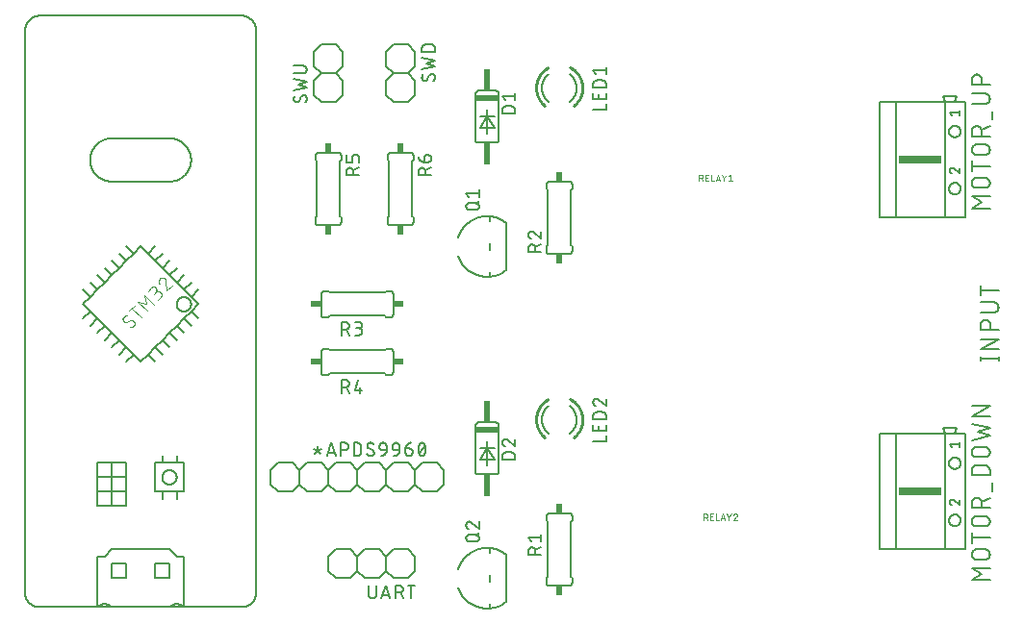
<source format=gbr>
G04 EAGLE Gerber RS-274X export*
G75*
%MOMM*%
%FSLAX34Y34*%
%LPD*%
%INSilkscreen Top*%
%IPPOS*%
%AMOC8*
5,1,8,0,0,1.08239X$1,22.5*%
G01*
%ADD10C,0.152400*%
%ADD11C,0.127000*%
%ADD12R,2.032000X0.508000*%
%ADD13R,0.508000X1.905000*%
%ADD14C,0.254000*%
%ADD15R,0.609600X0.863600*%
%ADD16R,0.863600X0.609600*%
%ADD17C,0.050800*%
%ADD18C,0.101600*%
%ADD19R,3.810000X0.762000*%
%ADD20C,0.177800*%


D10*
X361950Y304800D02*
X374650Y304800D01*
X381000Y298450D01*
X381000Y285750D01*
X374650Y279400D01*
X381000Y298450D02*
X387350Y304800D01*
X400050Y304800D01*
X406400Y298450D01*
X406400Y285750D01*
X400050Y279400D01*
X387350Y279400D01*
X381000Y285750D01*
X336550Y304800D02*
X330200Y298450D01*
X336550Y304800D02*
X349250Y304800D01*
X355600Y298450D01*
X355600Y285750D01*
X349250Y279400D01*
X336550Y279400D01*
X330200Y285750D01*
X355600Y298450D02*
X361950Y304800D01*
X355600Y285750D02*
X361950Y279400D01*
X374650Y279400D01*
X298450Y304800D02*
X285750Y304800D01*
X298450Y304800D02*
X304800Y298450D01*
X304800Y285750D01*
X298450Y279400D01*
X304800Y298450D02*
X311150Y304800D01*
X323850Y304800D01*
X330200Y298450D01*
X330200Y285750D01*
X323850Y279400D01*
X311150Y279400D01*
X304800Y285750D01*
X279400Y285750D02*
X279400Y298450D01*
X285750Y304800D01*
X279400Y285750D02*
X285750Y279400D01*
X298450Y279400D01*
X412750Y304800D02*
X425450Y304800D01*
X431800Y298450D01*
X431800Y285750D01*
X425450Y279400D01*
X406400Y298450D02*
X412750Y304800D01*
X406400Y285750D02*
X412750Y279400D01*
X425450Y279400D01*
D11*
X320866Y315468D02*
X320866Y319278D01*
X320866Y315468D02*
X323088Y312611D01*
X320866Y315468D02*
X318643Y312611D01*
X320866Y315468D02*
X324358Y316738D01*
X320866Y315468D02*
X317373Y316738D01*
X328867Y311023D02*
X332677Y322453D01*
X336487Y311023D01*
X335534Y313881D02*
X329819Y313881D01*
X341503Y311023D02*
X341503Y322453D01*
X344678Y322453D01*
X344789Y322451D01*
X344899Y322445D01*
X345010Y322436D01*
X345120Y322422D01*
X345229Y322405D01*
X345338Y322384D01*
X345446Y322359D01*
X345553Y322330D01*
X345659Y322298D01*
X345764Y322262D01*
X345867Y322222D01*
X345969Y322179D01*
X346070Y322132D01*
X346169Y322081D01*
X346266Y322028D01*
X346360Y321971D01*
X346453Y321910D01*
X346544Y321847D01*
X346633Y321780D01*
X346719Y321710D01*
X346802Y321637D01*
X346884Y321562D01*
X346962Y321484D01*
X347037Y321402D01*
X347110Y321319D01*
X347180Y321233D01*
X347247Y321144D01*
X347310Y321053D01*
X347371Y320960D01*
X347428Y320865D01*
X347481Y320769D01*
X347532Y320670D01*
X347579Y320569D01*
X347622Y320467D01*
X347662Y320364D01*
X347698Y320259D01*
X347730Y320153D01*
X347759Y320046D01*
X347784Y319938D01*
X347805Y319829D01*
X347822Y319720D01*
X347836Y319610D01*
X347845Y319499D01*
X347851Y319389D01*
X347853Y319278D01*
X347851Y319167D01*
X347845Y319057D01*
X347836Y318946D01*
X347822Y318836D01*
X347805Y318727D01*
X347784Y318618D01*
X347759Y318510D01*
X347730Y318403D01*
X347698Y318297D01*
X347662Y318192D01*
X347622Y318089D01*
X347579Y317987D01*
X347532Y317886D01*
X347481Y317787D01*
X347428Y317690D01*
X347371Y317596D01*
X347310Y317503D01*
X347247Y317412D01*
X347180Y317323D01*
X347110Y317237D01*
X347037Y317154D01*
X346962Y317072D01*
X346884Y316994D01*
X346802Y316919D01*
X346719Y316846D01*
X346633Y316776D01*
X346544Y316709D01*
X346453Y316646D01*
X346360Y316585D01*
X346266Y316528D01*
X346169Y316475D01*
X346070Y316424D01*
X345969Y316377D01*
X345867Y316334D01*
X345764Y316294D01*
X345659Y316258D01*
X345553Y316226D01*
X345446Y316197D01*
X345338Y316172D01*
X345229Y316151D01*
X345120Y316134D01*
X345010Y316120D01*
X344899Y316111D01*
X344789Y316105D01*
X344678Y316103D01*
X341503Y316103D01*
X352743Y311023D02*
X352743Y322453D01*
X355918Y322453D01*
X356029Y322451D01*
X356139Y322445D01*
X356250Y322436D01*
X356360Y322422D01*
X356469Y322405D01*
X356578Y322384D01*
X356686Y322359D01*
X356793Y322330D01*
X356899Y322298D01*
X357004Y322262D01*
X357107Y322222D01*
X357209Y322179D01*
X357310Y322132D01*
X357409Y322081D01*
X357506Y322028D01*
X357600Y321971D01*
X357693Y321910D01*
X357784Y321847D01*
X357873Y321780D01*
X357959Y321710D01*
X358042Y321637D01*
X358124Y321562D01*
X358202Y321484D01*
X358277Y321402D01*
X358350Y321319D01*
X358420Y321233D01*
X358487Y321144D01*
X358550Y321053D01*
X358611Y320960D01*
X358668Y320866D01*
X358721Y320769D01*
X358772Y320670D01*
X358819Y320569D01*
X358862Y320467D01*
X358902Y320364D01*
X358938Y320259D01*
X358970Y320153D01*
X358999Y320046D01*
X359024Y319938D01*
X359045Y319829D01*
X359062Y319720D01*
X359076Y319610D01*
X359085Y319499D01*
X359091Y319389D01*
X359093Y319278D01*
X359093Y314198D01*
X359091Y314087D01*
X359085Y313977D01*
X359076Y313866D01*
X359062Y313756D01*
X359045Y313647D01*
X359024Y313538D01*
X358999Y313430D01*
X358970Y313323D01*
X358938Y313217D01*
X358902Y313112D01*
X358862Y313009D01*
X358819Y312907D01*
X358772Y312806D01*
X358721Y312707D01*
X358668Y312610D01*
X358611Y312516D01*
X358550Y312423D01*
X358487Y312332D01*
X358420Y312243D01*
X358350Y312157D01*
X358277Y312074D01*
X358202Y311992D01*
X358124Y311914D01*
X358042Y311839D01*
X357959Y311766D01*
X357873Y311696D01*
X357784Y311629D01*
X357693Y311566D01*
X357600Y311505D01*
X357506Y311448D01*
X357409Y311395D01*
X357310Y311344D01*
X357209Y311297D01*
X357107Y311254D01*
X357004Y311214D01*
X356899Y311178D01*
X356793Y311146D01*
X356686Y311117D01*
X356578Y311092D01*
X356469Y311071D01*
X356360Y311054D01*
X356250Y311040D01*
X356139Y311031D01*
X356029Y311025D01*
X355918Y311023D01*
X352743Y311023D01*
X367983Y311023D02*
X368083Y311025D01*
X368182Y311031D01*
X368282Y311041D01*
X368380Y311054D01*
X368479Y311072D01*
X368576Y311093D01*
X368672Y311118D01*
X368768Y311147D01*
X368862Y311180D01*
X368955Y311216D01*
X369046Y311256D01*
X369136Y311300D01*
X369224Y311347D01*
X369310Y311397D01*
X369394Y311451D01*
X369476Y311508D01*
X369555Y311568D01*
X369633Y311632D01*
X369707Y311698D01*
X369779Y311767D01*
X369848Y311839D01*
X369914Y311913D01*
X369978Y311991D01*
X370038Y312070D01*
X370095Y312152D01*
X370149Y312236D01*
X370199Y312322D01*
X370246Y312410D01*
X370290Y312500D01*
X370330Y312591D01*
X370366Y312684D01*
X370399Y312778D01*
X370428Y312874D01*
X370453Y312970D01*
X370474Y313067D01*
X370492Y313166D01*
X370505Y313264D01*
X370515Y313364D01*
X370521Y313463D01*
X370523Y313563D01*
X367983Y311023D02*
X367842Y311025D01*
X367701Y311030D01*
X367560Y311040D01*
X367419Y311053D01*
X367279Y311069D01*
X367139Y311090D01*
X367000Y311114D01*
X366861Y311142D01*
X366724Y311173D01*
X366587Y311208D01*
X366451Y311246D01*
X366316Y311288D01*
X366183Y311334D01*
X366050Y311383D01*
X365919Y311436D01*
X365790Y311492D01*
X365661Y311551D01*
X365535Y311614D01*
X365410Y311680D01*
X365287Y311749D01*
X365166Y311822D01*
X365047Y311898D01*
X364929Y311977D01*
X364814Y312058D01*
X364702Y312143D01*
X364591Y312231D01*
X364483Y312322D01*
X364377Y312415D01*
X364274Y312512D01*
X364173Y312611D01*
X364490Y319913D02*
X364492Y320013D01*
X364498Y320112D01*
X364508Y320212D01*
X364521Y320310D01*
X364539Y320409D01*
X364560Y320506D01*
X364585Y320602D01*
X364614Y320698D01*
X364647Y320792D01*
X364683Y320885D01*
X364723Y320976D01*
X364767Y321066D01*
X364814Y321154D01*
X364864Y321240D01*
X364918Y321324D01*
X364975Y321406D01*
X365035Y321485D01*
X365099Y321563D01*
X365165Y321637D01*
X365234Y321709D01*
X365306Y321778D01*
X365380Y321844D01*
X365458Y321908D01*
X365537Y321968D01*
X365619Y322025D01*
X365703Y322079D01*
X365789Y322129D01*
X365877Y322176D01*
X365967Y322220D01*
X366058Y322260D01*
X366151Y322296D01*
X366245Y322329D01*
X366341Y322358D01*
X366437Y322383D01*
X366534Y322404D01*
X366633Y322422D01*
X366731Y322435D01*
X366831Y322445D01*
X366930Y322451D01*
X367030Y322453D01*
X367030Y322454D02*
X367163Y322452D01*
X367296Y322447D01*
X367429Y322437D01*
X367562Y322424D01*
X367694Y322407D01*
X367826Y322387D01*
X367957Y322363D01*
X368087Y322335D01*
X368217Y322304D01*
X368345Y322269D01*
X368473Y322230D01*
X368599Y322188D01*
X368724Y322142D01*
X368848Y322093D01*
X368971Y322041D01*
X369092Y321985D01*
X369211Y321925D01*
X369329Y321863D01*
X369444Y321797D01*
X369558Y321728D01*
X369670Y321655D01*
X369780Y321580D01*
X369888Y321501D01*
X365760Y317690D02*
X365676Y317742D01*
X365593Y317797D01*
X365513Y317856D01*
X365435Y317917D01*
X365360Y317981D01*
X365287Y318049D01*
X365216Y318119D01*
X365149Y318191D01*
X365084Y318266D01*
X365022Y318344D01*
X364963Y318424D01*
X364907Y318506D01*
X364855Y318590D01*
X364806Y318676D01*
X364760Y318764D01*
X364717Y318854D01*
X364678Y318945D01*
X364643Y319038D01*
X364611Y319132D01*
X364583Y319227D01*
X364558Y319323D01*
X364538Y319420D01*
X364520Y319518D01*
X364507Y319616D01*
X364498Y319715D01*
X364492Y319814D01*
X364490Y319913D01*
X369253Y315786D02*
X369337Y315734D01*
X369420Y315679D01*
X369500Y315620D01*
X369578Y315559D01*
X369653Y315495D01*
X369726Y315427D01*
X369797Y315357D01*
X369864Y315285D01*
X369929Y315210D01*
X369991Y315132D01*
X370050Y315052D01*
X370106Y314970D01*
X370158Y314886D01*
X370207Y314800D01*
X370253Y314712D01*
X370296Y314622D01*
X370335Y314531D01*
X370370Y314438D01*
X370402Y314344D01*
X370430Y314249D01*
X370455Y314153D01*
X370475Y314056D01*
X370493Y313958D01*
X370506Y313860D01*
X370515Y313761D01*
X370521Y313662D01*
X370523Y313563D01*
X369253Y315786D02*
X365760Y317691D01*
X377762Y316103D02*
X381572Y316103D01*
X377762Y316103D02*
X377662Y316105D01*
X377563Y316111D01*
X377463Y316121D01*
X377365Y316134D01*
X377266Y316152D01*
X377169Y316173D01*
X377073Y316198D01*
X376977Y316227D01*
X376883Y316260D01*
X376790Y316296D01*
X376699Y316336D01*
X376609Y316380D01*
X376521Y316427D01*
X376435Y316477D01*
X376351Y316531D01*
X376269Y316588D01*
X376190Y316648D01*
X376112Y316712D01*
X376038Y316778D01*
X375966Y316847D01*
X375897Y316919D01*
X375831Y316993D01*
X375767Y317071D01*
X375707Y317150D01*
X375650Y317232D01*
X375596Y317316D01*
X375546Y317402D01*
X375499Y317490D01*
X375455Y317580D01*
X375415Y317671D01*
X375379Y317764D01*
X375346Y317858D01*
X375317Y317954D01*
X375292Y318050D01*
X375271Y318147D01*
X375253Y318246D01*
X375240Y318344D01*
X375230Y318444D01*
X375224Y318543D01*
X375222Y318643D01*
X375222Y319278D01*
X375224Y319389D01*
X375230Y319499D01*
X375239Y319610D01*
X375253Y319720D01*
X375270Y319829D01*
X375291Y319938D01*
X375316Y320046D01*
X375345Y320153D01*
X375377Y320259D01*
X375413Y320364D01*
X375453Y320467D01*
X375496Y320569D01*
X375543Y320670D01*
X375594Y320769D01*
X375647Y320866D01*
X375704Y320960D01*
X375765Y321053D01*
X375828Y321144D01*
X375895Y321233D01*
X375965Y321319D01*
X376038Y321402D01*
X376113Y321484D01*
X376191Y321562D01*
X376273Y321637D01*
X376356Y321710D01*
X376442Y321780D01*
X376531Y321847D01*
X376622Y321910D01*
X376715Y321971D01*
X376810Y322028D01*
X376906Y322081D01*
X377005Y322132D01*
X377106Y322179D01*
X377208Y322222D01*
X377311Y322262D01*
X377416Y322298D01*
X377522Y322330D01*
X377629Y322359D01*
X377737Y322384D01*
X377846Y322405D01*
X377955Y322422D01*
X378065Y322436D01*
X378176Y322445D01*
X378286Y322451D01*
X378397Y322453D01*
X378508Y322451D01*
X378618Y322445D01*
X378729Y322436D01*
X378839Y322422D01*
X378948Y322405D01*
X379057Y322384D01*
X379165Y322359D01*
X379272Y322330D01*
X379378Y322298D01*
X379483Y322262D01*
X379586Y322222D01*
X379688Y322179D01*
X379789Y322132D01*
X379888Y322081D01*
X379985Y322028D01*
X380079Y321971D01*
X380172Y321910D01*
X380263Y321847D01*
X380352Y321780D01*
X380438Y321710D01*
X380521Y321637D01*
X380603Y321562D01*
X380681Y321484D01*
X380756Y321402D01*
X380829Y321319D01*
X380899Y321233D01*
X380966Y321144D01*
X381029Y321053D01*
X381090Y320960D01*
X381147Y320866D01*
X381200Y320769D01*
X381251Y320670D01*
X381298Y320569D01*
X381341Y320467D01*
X381381Y320364D01*
X381417Y320259D01*
X381449Y320153D01*
X381478Y320046D01*
X381503Y319938D01*
X381524Y319829D01*
X381541Y319720D01*
X381555Y319610D01*
X381564Y319499D01*
X381570Y319389D01*
X381572Y319278D01*
X381572Y316103D01*
X381570Y315963D01*
X381564Y315823D01*
X381555Y315683D01*
X381541Y315544D01*
X381524Y315405D01*
X381503Y315267D01*
X381478Y315129D01*
X381449Y314992D01*
X381417Y314856D01*
X381380Y314721D01*
X381340Y314587D01*
X381297Y314454D01*
X381249Y314322D01*
X381199Y314191D01*
X381144Y314062D01*
X381086Y313935D01*
X381025Y313809D01*
X380960Y313685D01*
X380891Y313563D01*
X380820Y313443D01*
X380745Y313325D01*
X380667Y313208D01*
X380585Y313094D01*
X380501Y312983D01*
X380413Y312874D01*
X380323Y312767D01*
X380229Y312662D01*
X380133Y312561D01*
X380034Y312462D01*
X379933Y312366D01*
X379828Y312272D01*
X379721Y312182D01*
X379612Y312094D01*
X379501Y312010D01*
X379387Y311928D01*
X379270Y311850D01*
X379152Y311775D01*
X379032Y311704D01*
X378910Y311635D01*
X378786Y311570D01*
X378660Y311509D01*
X378533Y311451D01*
X378404Y311396D01*
X378273Y311346D01*
X378141Y311298D01*
X378008Y311255D01*
X377874Y311215D01*
X377739Y311178D01*
X377603Y311146D01*
X377466Y311117D01*
X377328Y311092D01*
X377190Y311071D01*
X377051Y311054D01*
X376912Y311040D01*
X376772Y311031D01*
X376632Y311025D01*
X376492Y311023D01*
X389192Y316103D02*
X393002Y316103D01*
X389192Y316103D02*
X389092Y316105D01*
X388993Y316111D01*
X388893Y316121D01*
X388795Y316134D01*
X388696Y316152D01*
X388599Y316173D01*
X388503Y316198D01*
X388407Y316227D01*
X388313Y316260D01*
X388220Y316296D01*
X388129Y316336D01*
X388039Y316380D01*
X387951Y316427D01*
X387865Y316477D01*
X387781Y316531D01*
X387699Y316588D01*
X387620Y316648D01*
X387542Y316712D01*
X387468Y316778D01*
X387396Y316847D01*
X387327Y316919D01*
X387261Y316993D01*
X387197Y317071D01*
X387137Y317150D01*
X387080Y317232D01*
X387026Y317316D01*
X386976Y317402D01*
X386929Y317490D01*
X386885Y317580D01*
X386845Y317671D01*
X386809Y317764D01*
X386776Y317858D01*
X386747Y317954D01*
X386722Y318050D01*
X386701Y318147D01*
X386683Y318246D01*
X386670Y318344D01*
X386660Y318444D01*
X386654Y318543D01*
X386652Y318643D01*
X386652Y319278D01*
X386654Y319389D01*
X386660Y319499D01*
X386669Y319610D01*
X386683Y319720D01*
X386700Y319829D01*
X386721Y319938D01*
X386746Y320046D01*
X386775Y320153D01*
X386807Y320259D01*
X386843Y320364D01*
X386883Y320467D01*
X386926Y320569D01*
X386973Y320670D01*
X387024Y320769D01*
X387077Y320866D01*
X387134Y320960D01*
X387195Y321053D01*
X387258Y321144D01*
X387325Y321233D01*
X387395Y321319D01*
X387468Y321402D01*
X387543Y321484D01*
X387621Y321562D01*
X387703Y321637D01*
X387786Y321710D01*
X387872Y321780D01*
X387961Y321847D01*
X388052Y321910D01*
X388145Y321971D01*
X388240Y322028D01*
X388336Y322081D01*
X388435Y322132D01*
X388536Y322179D01*
X388638Y322222D01*
X388741Y322262D01*
X388846Y322298D01*
X388952Y322330D01*
X389059Y322359D01*
X389167Y322384D01*
X389276Y322405D01*
X389385Y322422D01*
X389495Y322436D01*
X389606Y322445D01*
X389716Y322451D01*
X389827Y322453D01*
X389938Y322451D01*
X390048Y322445D01*
X390159Y322436D01*
X390269Y322422D01*
X390378Y322405D01*
X390487Y322384D01*
X390595Y322359D01*
X390702Y322330D01*
X390808Y322298D01*
X390913Y322262D01*
X391016Y322222D01*
X391118Y322179D01*
X391219Y322132D01*
X391318Y322081D01*
X391415Y322028D01*
X391509Y321971D01*
X391602Y321910D01*
X391693Y321847D01*
X391782Y321780D01*
X391868Y321710D01*
X391951Y321637D01*
X392033Y321562D01*
X392111Y321484D01*
X392186Y321402D01*
X392259Y321319D01*
X392329Y321233D01*
X392396Y321144D01*
X392459Y321053D01*
X392520Y320960D01*
X392577Y320866D01*
X392630Y320769D01*
X392681Y320670D01*
X392728Y320569D01*
X392771Y320467D01*
X392811Y320364D01*
X392847Y320259D01*
X392879Y320153D01*
X392908Y320046D01*
X392933Y319938D01*
X392954Y319829D01*
X392971Y319720D01*
X392985Y319610D01*
X392994Y319499D01*
X393000Y319389D01*
X393002Y319278D01*
X393002Y316103D01*
X393000Y315963D01*
X392994Y315823D01*
X392985Y315683D01*
X392971Y315544D01*
X392954Y315405D01*
X392933Y315267D01*
X392908Y315129D01*
X392879Y314992D01*
X392847Y314856D01*
X392810Y314721D01*
X392770Y314587D01*
X392727Y314454D01*
X392679Y314322D01*
X392629Y314191D01*
X392574Y314062D01*
X392516Y313935D01*
X392455Y313809D01*
X392390Y313685D01*
X392321Y313563D01*
X392250Y313443D01*
X392175Y313325D01*
X392097Y313208D01*
X392015Y313094D01*
X391931Y312983D01*
X391843Y312874D01*
X391753Y312767D01*
X391659Y312662D01*
X391563Y312561D01*
X391464Y312462D01*
X391363Y312366D01*
X391258Y312272D01*
X391151Y312182D01*
X391042Y312094D01*
X390931Y312010D01*
X390817Y311928D01*
X390700Y311850D01*
X390582Y311775D01*
X390462Y311704D01*
X390340Y311635D01*
X390216Y311570D01*
X390090Y311509D01*
X389963Y311451D01*
X389834Y311396D01*
X389703Y311346D01*
X389571Y311298D01*
X389438Y311255D01*
X389304Y311215D01*
X389169Y311178D01*
X389033Y311146D01*
X388896Y311117D01*
X388758Y311092D01*
X388620Y311071D01*
X388481Y311054D01*
X388342Y311040D01*
X388202Y311031D01*
X388062Y311025D01*
X387922Y311023D01*
X398082Y317373D02*
X401892Y317373D01*
X401992Y317371D01*
X402091Y317365D01*
X402191Y317355D01*
X402289Y317342D01*
X402388Y317324D01*
X402485Y317303D01*
X402581Y317278D01*
X402677Y317249D01*
X402771Y317216D01*
X402864Y317180D01*
X402955Y317140D01*
X403045Y317096D01*
X403133Y317049D01*
X403219Y316999D01*
X403303Y316945D01*
X403385Y316888D01*
X403464Y316828D01*
X403542Y316764D01*
X403616Y316698D01*
X403688Y316629D01*
X403757Y316557D01*
X403823Y316483D01*
X403887Y316405D01*
X403947Y316326D01*
X404004Y316244D01*
X404058Y316160D01*
X404108Y316074D01*
X404155Y315986D01*
X404199Y315896D01*
X404239Y315805D01*
X404275Y315712D01*
X404308Y315618D01*
X404337Y315522D01*
X404362Y315426D01*
X404383Y315329D01*
X404401Y315230D01*
X404414Y315132D01*
X404424Y315032D01*
X404430Y314933D01*
X404432Y314833D01*
X404432Y314198D01*
X404430Y314087D01*
X404424Y313977D01*
X404415Y313866D01*
X404401Y313756D01*
X404384Y313647D01*
X404363Y313538D01*
X404338Y313430D01*
X404309Y313323D01*
X404277Y313217D01*
X404241Y313112D01*
X404201Y313009D01*
X404158Y312907D01*
X404111Y312806D01*
X404060Y312707D01*
X404007Y312610D01*
X403950Y312516D01*
X403889Y312423D01*
X403826Y312332D01*
X403759Y312243D01*
X403689Y312157D01*
X403616Y312074D01*
X403541Y311992D01*
X403463Y311914D01*
X403381Y311839D01*
X403298Y311766D01*
X403212Y311696D01*
X403123Y311629D01*
X403032Y311566D01*
X402939Y311505D01*
X402844Y311448D01*
X402748Y311395D01*
X402649Y311344D01*
X402548Y311297D01*
X402446Y311254D01*
X402343Y311214D01*
X402238Y311178D01*
X402132Y311146D01*
X402025Y311117D01*
X401917Y311092D01*
X401808Y311071D01*
X401699Y311054D01*
X401589Y311040D01*
X401478Y311031D01*
X401368Y311025D01*
X401257Y311023D01*
X401146Y311025D01*
X401036Y311031D01*
X400925Y311040D01*
X400815Y311054D01*
X400706Y311071D01*
X400597Y311092D01*
X400489Y311117D01*
X400382Y311146D01*
X400276Y311178D01*
X400171Y311214D01*
X400068Y311254D01*
X399966Y311297D01*
X399865Y311344D01*
X399766Y311395D01*
X399670Y311448D01*
X399575Y311505D01*
X399482Y311566D01*
X399391Y311629D01*
X399302Y311696D01*
X399216Y311766D01*
X399133Y311839D01*
X399051Y311914D01*
X398973Y311992D01*
X398898Y312074D01*
X398825Y312157D01*
X398755Y312243D01*
X398688Y312332D01*
X398625Y312423D01*
X398564Y312516D01*
X398507Y312611D01*
X398454Y312707D01*
X398403Y312806D01*
X398356Y312907D01*
X398313Y313009D01*
X398273Y313112D01*
X398237Y313217D01*
X398205Y313323D01*
X398176Y313430D01*
X398151Y313538D01*
X398130Y313647D01*
X398113Y313756D01*
X398099Y313866D01*
X398090Y313977D01*
X398084Y314087D01*
X398082Y314198D01*
X398082Y317373D01*
X398084Y317513D01*
X398090Y317653D01*
X398099Y317793D01*
X398113Y317932D01*
X398130Y318071D01*
X398151Y318209D01*
X398176Y318347D01*
X398205Y318484D01*
X398237Y318620D01*
X398274Y318755D01*
X398314Y318889D01*
X398357Y319022D01*
X398405Y319154D01*
X398455Y319285D01*
X398510Y319414D01*
X398568Y319541D01*
X398629Y319667D01*
X398694Y319791D01*
X398763Y319913D01*
X398834Y320033D01*
X398909Y320151D01*
X398987Y320268D01*
X399069Y320382D01*
X399153Y320493D01*
X399241Y320602D01*
X399331Y320709D01*
X399425Y320814D01*
X399521Y320915D01*
X399620Y321014D01*
X399721Y321110D01*
X399826Y321204D01*
X399933Y321294D01*
X400042Y321382D01*
X400153Y321466D01*
X400267Y321548D01*
X400384Y321626D01*
X400502Y321701D01*
X400622Y321772D01*
X400744Y321841D01*
X400868Y321906D01*
X400994Y321967D01*
X401121Y322025D01*
X401250Y322080D01*
X401381Y322130D01*
X401513Y322178D01*
X401646Y322221D01*
X401780Y322261D01*
X401915Y322298D01*
X402051Y322330D01*
X402188Y322359D01*
X402326Y322384D01*
X402464Y322405D01*
X402603Y322422D01*
X402742Y322436D01*
X402882Y322445D01*
X403022Y322451D01*
X403162Y322453D01*
X410464Y320865D02*
X410368Y320662D01*
X410277Y320457D01*
X410191Y320249D01*
X410110Y320039D01*
X410033Y319828D01*
X409962Y319615D01*
X409896Y319400D01*
X409835Y319183D01*
X409779Y318965D01*
X409729Y318746D01*
X409683Y318526D01*
X409643Y318305D01*
X409608Y318083D01*
X409579Y317860D01*
X409555Y317636D01*
X409536Y317412D01*
X409523Y317188D01*
X409515Y316963D01*
X409512Y316738D01*
X410464Y320866D02*
X410496Y320954D01*
X410532Y321041D01*
X410571Y321127D01*
X410614Y321211D01*
X410660Y321293D01*
X410709Y321373D01*
X410761Y321451D01*
X410817Y321527D01*
X410875Y321601D01*
X410937Y321672D01*
X411001Y321741D01*
X411068Y321807D01*
X411137Y321870D01*
X411209Y321931D01*
X411283Y321989D01*
X411360Y322043D01*
X411438Y322095D01*
X411519Y322143D01*
X411601Y322188D01*
X411686Y322230D01*
X411772Y322268D01*
X411859Y322303D01*
X411947Y322335D01*
X412037Y322362D01*
X412128Y322387D01*
X412220Y322407D01*
X412312Y322424D01*
X412406Y322437D01*
X412499Y322446D01*
X412593Y322452D01*
X412687Y322454D01*
X412781Y322452D01*
X412875Y322446D01*
X412968Y322437D01*
X413062Y322424D01*
X413154Y322407D01*
X413246Y322387D01*
X413337Y322362D01*
X413427Y322335D01*
X413515Y322303D01*
X413602Y322268D01*
X413688Y322230D01*
X413773Y322188D01*
X413855Y322143D01*
X413936Y322095D01*
X414014Y322043D01*
X414091Y321989D01*
X414165Y321931D01*
X414237Y321870D01*
X414306Y321807D01*
X414373Y321741D01*
X414437Y321672D01*
X414499Y321601D01*
X414557Y321527D01*
X414613Y321451D01*
X414665Y321373D01*
X414714Y321293D01*
X414760Y321211D01*
X414803Y321127D01*
X414842Y321041D01*
X414878Y320954D01*
X414910Y320866D01*
X414909Y320865D02*
X415005Y320662D01*
X415096Y320457D01*
X415182Y320249D01*
X415263Y320039D01*
X415340Y319828D01*
X415411Y319615D01*
X415477Y319400D01*
X415538Y319183D01*
X415594Y318965D01*
X415644Y318746D01*
X415690Y318526D01*
X415730Y318305D01*
X415765Y318083D01*
X415794Y317860D01*
X415818Y317636D01*
X415837Y317412D01*
X415850Y317188D01*
X415858Y316963D01*
X415861Y316738D01*
X409512Y316738D02*
X409515Y316513D01*
X409523Y316288D01*
X409536Y316064D01*
X409555Y315840D01*
X409579Y315616D01*
X409608Y315393D01*
X409643Y315171D01*
X409683Y314950D01*
X409729Y314730D01*
X409779Y314511D01*
X409835Y314293D01*
X409896Y314076D01*
X409962Y313861D01*
X410033Y313648D01*
X410110Y313437D01*
X410191Y313227D01*
X410277Y313019D01*
X410368Y312814D01*
X410464Y312611D01*
X410496Y312523D01*
X410532Y312436D01*
X410571Y312350D01*
X410614Y312266D01*
X410660Y312184D01*
X410709Y312104D01*
X410761Y312026D01*
X410817Y311950D01*
X410875Y311876D01*
X410937Y311805D01*
X411001Y311736D01*
X411068Y311670D01*
X411137Y311607D01*
X411209Y311546D01*
X411283Y311488D01*
X411360Y311434D01*
X411438Y311382D01*
X411519Y311334D01*
X411601Y311289D01*
X411686Y311247D01*
X411772Y311209D01*
X411859Y311174D01*
X411947Y311142D01*
X412037Y311115D01*
X412128Y311090D01*
X412220Y311070D01*
X412312Y311053D01*
X412406Y311040D01*
X412499Y311031D01*
X412593Y311025D01*
X412687Y311023D01*
X414909Y312611D02*
X415005Y312814D01*
X415096Y313019D01*
X415182Y313227D01*
X415263Y313437D01*
X415340Y313648D01*
X415411Y313861D01*
X415477Y314076D01*
X415538Y314293D01*
X415594Y314511D01*
X415644Y314730D01*
X415690Y314950D01*
X415730Y315171D01*
X415765Y315393D01*
X415794Y315616D01*
X415818Y315840D01*
X415837Y316064D01*
X415850Y316288D01*
X415858Y316513D01*
X415861Y316738D01*
X414910Y312611D02*
X414878Y312523D01*
X414842Y312436D01*
X414803Y312350D01*
X414760Y312266D01*
X414714Y312184D01*
X414665Y312104D01*
X414613Y312026D01*
X414557Y311950D01*
X414499Y311876D01*
X414437Y311805D01*
X414373Y311736D01*
X414306Y311670D01*
X414237Y311607D01*
X414165Y311546D01*
X414091Y311488D01*
X414014Y311434D01*
X413936Y311382D01*
X413855Y311334D01*
X413773Y311289D01*
X413688Y311247D01*
X413602Y311209D01*
X413515Y311174D01*
X413427Y311142D01*
X413337Y311115D01*
X413246Y311090D01*
X413154Y311070D01*
X413062Y311053D01*
X412968Y311040D01*
X412875Y311031D01*
X412781Y311025D01*
X412687Y311023D01*
X410147Y313563D02*
X415227Y319913D01*
D10*
X469900Y609600D02*
X469900Y615950D01*
X476250Y599440D02*
X463550Y599440D01*
X469900Y609600D01*
X469900Y594360D01*
X476250Y599440D02*
X469900Y609600D01*
X476250Y609600D01*
X469900Y609600D02*
X463550Y609600D01*
X480060Y589280D02*
X480058Y589180D01*
X480052Y589081D01*
X480042Y588981D01*
X480029Y588883D01*
X480011Y588784D01*
X479990Y588687D01*
X479965Y588591D01*
X479936Y588495D01*
X479903Y588401D01*
X479867Y588308D01*
X479827Y588217D01*
X479783Y588127D01*
X479736Y588039D01*
X479686Y587953D01*
X479632Y587869D01*
X479575Y587787D01*
X479515Y587708D01*
X479451Y587630D01*
X479385Y587556D01*
X479316Y587484D01*
X479244Y587415D01*
X479170Y587349D01*
X479092Y587285D01*
X479013Y587225D01*
X478931Y587168D01*
X478847Y587114D01*
X478761Y587064D01*
X478673Y587017D01*
X478583Y586973D01*
X478492Y586933D01*
X478399Y586897D01*
X478305Y586864D01*
X478209Y586835D01*
X478113Y586810D01*
X478016Y586789D01*
X477917Y586771D01*
X477819Y586758D01*
X477719Y586748D01*
X477620Y586742D01*
X477520Y586740D01*
X480060Y629920D02*
X480058Y630020D01*
X480052Y630119D01*
X480042Y630219D01*
X480029Y630317D01*
X480011Y630416D01*
X479990Y630513D01*
X479965Y630609D01*
X479936Y630705D01*
X479903Y630799D01*
X479867Y630892D01*
X479827Y630983D01*
X479783Y631073D01*
X479736Y631161D01*
X479686Y631247D01*
X479632Y631331D01*
X479575Y631413D01*
X479515Y631492D01*
X479451Y631570D01*
X479385Y631644D01*
X479316Y631716D01*
X479244Y631785D01*
X479170Y631851D01*
X479092Y631915D01*
X479013Y631975D01*
X478931Y632032D01*
X478847Y632086D01*
X478761Y632136D01*
X478673Y632183D01*
X478583Y632227D01*
X478492Y632267D01*
X478399Y632303D01*
X478305Y632336D01*
X478209Y632365D01*
X478113Y632390D01*
X478016Y632411D01*
X477917Y632429D01*
X477819Y632442D01*
X477719Y632452D01*
X477620Y632458D01*
X477520Y632460D01*
X462280Y632460D02*
X462180Y632458D01*
X462081Y632452D01*
X461981Y632442D01*
X461883Y632429D01*
X461784Y632411D01*
X461687Y632390D01*
X461591Y632365D01*
X461495Y632336D01*
X461401Y632303D01*
X461308Y632267D01*
X461217Y632227D01*
X461127Y632183D01*
X461039Y632136D01*
X460953Y632086D01*
X460869Y632032D01*
X460787Y631975D01*
X460708Y631915D01*
X460630Y631851D01*
X460556Y631785D01*
X460484Y631716D01*
X460415Y631644D01*
X460349Y631570D01*
X460285Y631492D01*
X460225Y631413D01*
X460168Y631331D01*
X460114Y631247D01*
X460064Y631161D01*
X460017Y631073D01*
X459973Y630983D01*
X459933Y630892D01*
X459897Y630799D01*
X459864Y630705D01*
X459835Y630609D01*
X459810Y630513D01*
X459789Y630416D01*
X459771Y630317D01*
X459758Y630219D01*
X459748Y630119D01*
X459742Y630020D01*
X459740Y629920D01*
X459740Y589280D02*
X459742Y589180D01*
X459748Y589081D01*
X459758Y588981D01*
X459771Y588883D01*
X459789Y588784D01*
X459810Y588687D01*
X459835Y588591D01*
X459864Y588495D01*
X459897Y588401D01*
X459933Y588308D01*
X459973Y588217D01*
X460017Y588127D01*
X460064Y588039D01*
X460114Y587953D01*
X460168Y587869D01*
X460225Y587787D01*
X460285Y587708D01*
X460349Y587630D01*
X460415Y587556D01*
X460484Y587484D01*
X460556Y587415D01*
X460630Y587349D01*
X460708Y587285D01*
X460787Y587225D01*
X460869Y587168D01*
X460953Y587114D01*
X461039Y587064D01*
X461127Y587017D01*
X461217Y586973D01*
X461308Y586933D01*
X461401Y586897D01*
X461495Y586864D01*
X461591Y586835D01*
X461687Y586810D01*
X461784Y586789D01*
X461883Y586771D01*
X461981Y586758D01*
X462081Y586748D01*
X462180Y586742D01*
X462280Y586740D01*
X477520Y586740D01*
X477520Y632460D02*
X462280Y632460D01*
X480060Y629920D02*
X480060Y589280D01*
X459740Y589280D02*
X459740Y629920D01*
D12*
X469900Y626110D03*
D13*
X469900Y577215D03*
X469900Y641985D03*
D11*
X483235Y612394D02*
X494665Y612394D01*
X483235Y612394D02*
X483235Y615569D01*
X483237Y615680D01*
X483243Y615790D01*
X483252Y615901D01*
X483266Y616011D01*
X483283Y616120D01*
X483304Y616229D01*
X483329Y616337D01*
X483358Y616444D01*
X483390Y616550D01*
X483426Y616655D01*
X483466Y616758D01*
X483509Y616860D01*
X483556Y616961D01*
X483607Y617060D01*
X483660Y617157D01*
X483717Y617251D01*
X483778Y617344D01*
X483841Y617435D01*
X483908Y617524D01*
X483978Y617610D01*
X484051Y617693D01*
X484126Y617775D01*
X484204Y617853D01*
X484286Y617928D01*
X484369Y618001D01*
X484455Y618071D01*
X484544Y618138D01*
X484635Y618201D01*
X484728Y618262D01*
X484823Y618319D01*
X484919Y618372D01*
X485018Y618423D01*
X485119Y618470D01*
X485221Y618513D01*
X485324Y618553D01*
X485429Y618589D01*
X485535Y618621D01*
X485642Y618650D01*
X485750Y618675D01*
X485859Y618696D01*
X485968Y618713D01*
X486078Y618727D01*
X486189Y618736D01*
X486299Y618742D01*
X486410Y618744D01*
X491490Y618744D01*
X491601Y618742D01*
X491711Y618736D01*
X491822Y618727D01*
X491932Y618713D01*
X492041Y618696D01*
X492150Y618675D01*
X492258Y618650D01*
X492365Y618621D01*
X492471Y618589D01*
X492576Y618553D01*
X492679Y618513D01*
X492781Y618470D01*
X492882Y618423D01*
X492981Y618372D01*
X493078Y618319D01*
X493172Y618262D01*
X493265Y618201D01*
X493356Y618138D01*
X493445Y618071D01*
X493531Y618001D01*
X493614Y617928D01*
X493696Y617853D01*
X493774Y617775D01*
X493849Y617693D01*
X493922Y617610D01*
X493992Y617524D01*
X494059Y617435D01*
X494122Y617344D01*
X494183Y617251D01*
X494240Y617157D01*
X494293Y617060D01*
X494344Y616961D01*
X494391Y616860D01*
X494434Y616758D01*
X494474Y616655D01*
X494510Y616550D01*
X494542Y616444D01*
X494571Y616337D01*
X494596Y616229D01*
X494617Y616120D01*
X494634Y616011D01*
X494648Y615901D01*
X494657Y615790D01*
X494663Y615680D01*
X494665Y615569D01*
X494665Y612394D01*
X485775Y624205D02*
X483235Y627380D01*
X494665Y627380D01*
X494665Y624205D02*
X494665Y630555D01*
D10*
X469900Y323850D02*
X469900Y317500D01*
X476250Y307340D02*
X463550Y307340D01*
X469900Y317500D01*
X469900Y302260D01*
X476250Y307340D02*
X469900Y317500D01*
X476250Y317500D01*
X469900Y317500D02*
X463550Y317500D01*
X480060Y297180D02*
X480058Y297080D01*
X480052Y296981D01*
X480042Y296881D01*
X480029Y296783D01*
X480011Y296684D01*
X479990Y296587D01*
X479965Y296491D01*
X479936Y296395D01*
X479903Y296301D01*
X479867Y296208D01*
X479827Y296117D01*
X479783Y296027D01*
X479736Y295939D01*
X479686Y295853D01*
X479632Y295769D01*
X479575Y295687D01*
X479515Y295608D01*
X479451Y295530D01*
X479385Y295456D01*
X479316Y295384D01*
X479244Y295315D01*
X479170Y295249D01*
X479092Y295185D01*
X479013Y295125D01*
X478931Y295068D01*
X478847Y295014D01*
X478761Y294964D01*
X478673Y294917D01*
X478583Y294873D01*
X478492Y294833D01*
X478399Y294797D01*
X478305Y294764D01*
X478209Y294735D01*
X478113Y294710D01*
X478016Y294689D01*
X477917Y294671D01*
X477819Y294658D01*
X477719Y294648D01*
X477620Y294642D01*
X477520Y294640D01*
X480060Y337820D02*
X480058Y337920D01*
X480052Y338019D01*
X480042Y338119D01*
X480029Y338217D01*
X480011Y338316D01*
X479990Y338413D01*
X479965Y338509D01*
X479936Y338605D01*
X479903Y338699D01*
X479867Y338792D01*
X479827Y338883D01*
X479783Y338973D01*
X479736Y339061D01*
X479686Y339147D01*
X479632Y339231D01*
X479575Y339313D01*
X479515Y339392D01*
X479451Y339470D01*
X479385Y339544D01*
X479316Y339616D01*
X479244Y339685D01*
X479170Y339751D01*
X479092Y339815D01*
X479013Y339875D01*
X478931Y339932D01*
X478847Y339986D01*
X478761Y340036D01*
X478673Y340083D01*
X478583Y340127D01*
X478492Y340167D01*
X478399Y340203D01*
X478305Y340236D01*
X478209Y340265D01*
X478113Y340290D01*
X478016Y340311D01*
X477917Y340329D01*
X477819Y340342D01*
X477719Y340352D01*
X477620Y340358D01*
X477520Y340360D01*
X462280Y340360D02*
X462180Y340358D01*
X462081Y340352D01*
X461981Y340342D01*
X461883Y340329D01*
X461784Y340311D01*
X461687Y340290D01*
X461591Y340265D01*
X461495Y340236D01*
X461401Y340203D01*
X461308Y340167D01*
X461217Y340127D01*
X461127Y340083D01*
X461039Y340036D01*
X460953Y339986D01*
X460869Y339932D01*
X460787Y339875D01*
X460708Y339815D01*
X460630Y339751D01*
X460556Y339685D01*
X460484Y339616D01*
X460415Y339544D01*
X460349Y339470D01*
X460285Y339392D01*
X460225Y339313D01*
X460168Y339231D01*
X460114Y339147D01*
X460064Y339061D01*
X460017Y338973D01*
X459973Y338883D01*
X459933Y338792D01*
X459897Y338699D01*
X459864Y338605D01*
X459835Y338509D01*
X459810Y338413D01*
X459789Y338316D01*
X459771Y338217D01*
X459758Y338119D01*
X459748Y338019D01*
X459742Y337920D01*
X459740Y337820D01*
X459740Y297180D02*
X459742Y297080D01*
X459748Y296981D01*
X459758Y296881D01*
X459771Y296783D01*
X459789Y296684D01*
X459810Y296587D01*
X459835Y296491D01*
X459864Y296395D01*
X459897Y296301D01*
X459933Y296208D01*
X459973Y296117D01*
X460017Y296027D01*
X460064Y295939D01*
X460114Y295853D01*
X460168Y295769D01*
X460225Y295687D01*
X460285Y295608D01*
X460349Y295530D01*
X460415Y295456D01*
X460484Y295384D01*
X460556Y295315D01*
X460630Y295249D01*
X460708Y295185D01*
X460787Y295125D01*
X460869Y295068D01*
X460953Y295014D01*
X461039Y294964D01*
X461127Y294917D01*
X461217Y294873D01*
X461308Y294833D01*
X461401Y294797D01*
X461495Y294764D01*
X461591Y294735D01*
X461687Y294710D01*
X461784Y294689D01*
X461883Y294671D01*
X461981Y294658D01*
X462081Y294648D01*
X462180Y294642D01*
X462280Y294640D01*
X477520Y294640D01*
X477520Y340360D02*
X462280Y340360D01*
X480060Y337820D02*
X480060Y297180D01*
X459740Y297180D02*
X459740Y337820D01*
D12*
X469900Y334010D03*
D13*
X469900Y285115D03*
X469900Y349885D03*
D11*
X483235Y307594D02*
X494665Y307594D01*
X483235Y307594D02*
X483235Y310769D01*
X483237Y310880D01*
X483243Y310990D01*
X483252Y311101D01*
X483266Y311211D01*
X483283Y311320D01*
X483304Y311429D01*
X483329Y311537D01*
X483358Y311644D01*
X483390Y311750D01*
X483426Y311855D01*
X483466Y311958D01*
X483509Y312060D01*
X483556Y312161D01*
X483607Y312260D01*
X483660Y312357D01*
X483717Y312451D01*
X483778Y312544D01*
X483841Y312635D01*
X483908Y312724D01*
X483978Y312810D01*
X484051Y312893D01*
X484126Y312975D01*
X484204Y313053D01*
X484286Y313128D01*
X484369Y313201D01*
X484455Y313271D01*
X484544Y313338D01*
X484635Y313401D01*
X484728Y313462D01*
X484823Y313519D01*
X484919Y313572D01*
X485018Y313623D01*
X485119Y313670D01*
X485221Y313713D01*
X485324Y313753D01*
X485429Y313789D01*
X485535Y313821D01*
X485642Y313850D01*
X485750Y313875D01*
X485859Y313896D01*
X485968Y313913D01*
X486078Y313927D01*
X486189Y313936D01*
X486299Y313942D01*
X486410Y313944D01*
X491490Y313944D01*
X491601Y313942D01*
X491711Y313936D01*
X491822Y313927D01*
X491932Y313913D01*
X492041Y313896D01*
X492150Y313875D01*
X492258Y313850D01*
X492365Y313821D01*
X492471Y313789D01*
X492576Y313753D01*
X492679Y313713D01*
X492781Y313670D01*
X492882Y313623D01*
X492981Y313572D01*
X493078Y313519D01*
X493172Y313462D01*
X493265Y313401D01*
X493356Y313338D01*
X493445Y313271D01*
X493531Y313201D01*
X493614Y313128D01*
X493696Y313053D01*
X493774Y312975D01*
X493849Y312893D01*
X493922Y312810D01*
X493992Y312724D01*
X494059Y312635D01*
X494122Y312544D01*
X494183Y312451D01*
X494240Y312357D01*
X494293Y312260D01*
X494344Y312161D01*
X494391Y312060D01*
X494434Y311958D01*
X494474Y311855D01*
X494510Y311750D01*
X494542Y311644D01*
X494571Y311537D01*
X494596Y311429D01*
X494617Y311320D01*
X494634Y311211D01*
X494648Y311101D01*
X494657Y310990D01*
X494663Y310880D01*
X494665Y310769D01*
X494665Y307594D01*
X483235Y322898D02*
X483237Y323002D01*
X483243Y323107D01*
X483252Y323211D01*
X483265Y323314D01*
X483283Y323417D01*
X483303Y323519D01*
X483328Y323621D01*
X483356Y323721D01*
X483388Y323821D01*
X483424Y323919D01*
X483463Y324016D01*
X483505Y324111D01*
X483551Y324205D01*
X483601Y324297D01*
X483653Y324387D01*
X483709Y324475D01*
X483769Y324561D01*
X483831Y324645D01*
X483896Y324726D01*
X483964Y324805D01*
X484036Y324882D01*
X484109Y324955D01*
X484186Y325027D01*
X484265Y325095D01*
X484346Y325160D01*
X484430Y325222D01*
X484516Y325282D01*
X484604Y325338D01*
X484694Y325390D01*
X484786Y325440D01*
X484880Y325486D01*
X484975Y325528D01*
X485072Y325567D01*
X485170Y325603D01*
X485270Y325635D01*
X485370Y325663D01*
X485472Y325688D01*
X485574Y325708D01*
X485677Y325726D01*
X485780Y325739D01*
X485884Y325748D01*
X485989Y325754D01*
X486093Y325756D01*
X483235Y322898D02*
X483237Y322780D01*
X483243Y322661D01*
X483252Y322543D01*
X483265Y322426D01*
X483283Y322309D01*
X483303Y322192D01*
X483328Y322076D01*
X483356Y321961D01*
X483389Y321848D01*
X483424Y321735D01*
X483464Y321623D01*
X483506Y321513D01*
X483553Y321404D01*
X483603Y321296D01*
X483656Y321191D01*
X483713Y321087D01*
X483773Y320985D01*
X483836Y320885D01*
X483903Y320787D01*
X483972Y320691D01*
X484045Y320598D01*
X484121Y320507D01*
X484199Y320418D01*
X484281Y320332D01*
X484365Y320249D01*
X484451Y320168D01*
X484541Y320091D01*
X484632Y320016D01*
X484726Y319944D01*
X484823Y319875D01*
X484921Y319810D01*
X485022Y319747D01*
X485125Y319688D01*
X485229Y319632D01*
X485335Y319580D01*
X485443Y319531D01*
X485552Y319486D01*
X485663Y319444D01*
X485775Y319406D01*
X488315Y324803D02*
X488240Y324879D01*
X488161Y324954D01*
X488080Y325025D01*
X487996Y325094D01*
X487910Y325159D01*
X487822Y325221D01*
X487732Y325281D01*
X487640Y325337D01*
X487545Y325390D01*
X487449Y325439D01*
X487351Y325485D01*
X487252Y325528D01*
X487151Y325567D01*
X487049Y325602D01*
X486946Y325634D01*
X486842Y325662D01*
X486737Y325687D01*
X486630Y325708D01*
X486524Y325725D01*
X486417Y325738D01*
X486309Y325747D01*
X486201Y325753D01*
X486093Y325755D01*
X488315Y324803D02*
X494665Y319405D01*
X494665Y325755D01*
D10*
X542258Y622599D02*
X542558Y622818D01*
X542852Y623045D01*
X543140Y623279D01*
X543423Y623520D01*
X543700Y623767D01*
X543971Y624022D01*
X544235Y624283D01*
X544493Y624550D01*
X544744Y624823D01*
X544989Y625103D01*
X545227Y625388D01*
X545457Y625679D01*
X545681Y625976D01*
X545897Y626278D01*
X546106Y626585D01*
X546307Y626897D01*
X546501Y627214D01*
X546687Y627536D01*
X546865Y627862D01*
X547035Y628192D01*
X547197Y628526D01*
X547350Y628864D01*
X547496Y629206D01*
X547633Y629551D01*
X547761Y629900D01*
X547881Y630251D01*
X547993Y630606D01*
X548095Y630963D01*
X548190Y631322D01*
X548275Y631683D01*
X548351Y632047D01*
X548419Y632412D01*
X548477Y632779D01*
X548527Y633147D01*
X548568Y633516D01*
X548599Y633886D01*
X548622Y634257D01*
X548635Y634628D01*
X548640Y635000D01*
X548635Y635372D01*
X548622Y635743D01*
X548599Y636115D01*
X548567Y636485D01*
X548527Y636855D01*
X548477Y637223D01*
X548418Y637591D01*
X548351Y637956D01*
X548274Y638320D01*
X548188Y638682D01*
X548094Y639042D01*
X547991Y639399D01*
X547880Y639754D01*
X547759Y640106D01*
X547630Y640455D01*
X547493Y640800D01*
X547347Y641142D01*
X547193Y641481D01*
X547031Y641816D01*
X546861Y642146D01*
X546682Y642472D01*
X546496Y642794D01*
X546302Y643112D01*
X546100Y643424D01*
X545891Y643731D01*
X545674Y644033D01*
X545450Y644330D01*
X545219Y644622D01*
X544981Y644907D01*
X544735Y645187D01*
X544483Y645460D01*
X544225Y645728D01*
X543960Y645988D01*
X543689Y646243D01*
X543411Y646491D01*
X543128Y646731D01*
X542839Y646965D01*
X542544Y647192D01*
X518160Y635000D02*
X518164Y634635D01*
X518177Y634270D01*
X518199Y633906D01*
X518230Y633543D01*
X518269Y633180D01*
X518317Y632818D01*
X518374Y632458D01*
X518439Y632099D01*
X518512Y631741D01*
X518595Y631386D01*
X518685Y631033D01*
X518785Y630681D01*
X518892Y630333D01*
X519008Y629987D01*
X519132Y629644D01*
X519265Y629304D01*
X519405Y628967D01*
X519553Y628634D01*
X519710Y628304D01*
X519874Y627978D01*
X520046Y627656D01*
X520226Y627339D01*
X520413Y627026D01*
X520607Y626717D01*
X520809Y626413D01*
X521019Y626114D01*
X521235Y625820D01*
X521458Y625532D01*
X521688Y625249D01*
X521925Y624971D01*
X522168Y624699D01*
X522418Y624433D01*
X522674Y624173D01*
X522937Y623920D01*
X523205Y623672D01*
X523479Y623432D01*
X523759Y623197D01*
X524044Y622970D01*
X518160Y635000D02*
X518164Y635365D01*
X518177Y635730D01*
X518199Y636094D01*
X518230Y636457D01*
X518269Y636820D01*
X518317Y637182D01*
X518374Y637542D01*
X518439Y637901D01*
X518512Y638259D01*
X518595Y638614D01*
X518685Y638967D01*
X518785Y639319D01*
X518892Y639667D01*
X519008Y640013D01*
X519132Y640356D01*
X519265Y640696D01*
X519405Y641033D01*
X519553Y641366D01*
X519710Y641696D01*
X519874Y642022D01*
X520046Y642344D01*
X520226Y642661D01*
X520413Y642974D01*
X520607Y643283D01*
X520809Y643587D01*
X521019Y643886D01*
X521235Y644180D01*
X521458Y644468D01*
X521688Y644751D01*
X521925Y645029D01*
X522168Y645301D01*
X522418Y645567D01*
X522674Y645827D01*
X522937Y646080D01*
X523205Y646328D01*
X523479Y646568D01*
X523759Y646803D01*
X524044Y647030D01*
D14*
X553720Y635000D02*
X553714Y634506D01*
X553696Y634012D01*
X553666Y633518D01*
X553624Y633025D01*
X553570Y632534D01*
X553504Y632044D01*
X553426Y631556D01*
X553336Y631069D01*
X553235Y630585D01*
X553121Y630104D01*
X552996Y629626D01*
X552860Y629150D01*
X552712Y628679D01*
X552552Y628211D01*
X552381Y627747D01*
X552199Y627287D01*
X552006Y626832D01*
X551802Y626381D01*
X551587Y625936D01*
X551361Y625496D01*
X551124Y625062D01*
X550877Y624634D01*
X550620Y624212D01*
X550352Y623796D01*
X550074Y623387D01*
X549787Y622985D01*
X549490Y622589D01*
X549183Y622202D01*
X548867Y621821D01*
X548542Y621449D01*
X548207Y621084D01*
X547864Y620728D01*
X547513Y620381D01*
X547153Y620041D01*
X546785Y619711D01*
X546409Y619390D01*
X553720Y635000D02*
X553714Y635488D01*
X553697Y635975D01*
X553667Y636462D01*
X553626Y636949D01*
X553574Y637434D01*
X553509Y637918D01*
X553433Y638400D01*
X553346Y638880D01*
X553247Y639358D01*
X553137Y639833D01*
X553015Y640306D01*
X552882Y640775D01*
X552737Y641242D01*
X552582Y641704D01*
X552415Y642163D01*
X552238Y642618D01*
X552049Y643068D01*
X551850Y643513D01*
X551640Y643954D01*
X551420Y644390D01*
X551189Y644820D01*
X550948Y645244D01*
X550697Y645662D01*
X550436Y646075D01*
X550165Y646481D01*
X549885Y646880D01*
X549595Y647273D01*
X549295Y647658D01*
X548986Y648036D01*
X548669Y648407D01*
X548342Y648769D01*
X548007Y649124D01*
X547664Y649471D01*
X547312Y649809D01*
X546953Y650139D01*
X546585Y650460D01*
X546210Y650773D01*
X545827Y651076D01*
X545438Y651370D01*
X545041Y651654D01*
X544638Y651929D01*
X544228Y652194D01*
X543812Y652449D01*
X543390Y652694D01*
X542962Y652929D01*
X513080Y635000D02*
X513086Y634510D01*
X513104Y634020D01*
X513133Y633531D01*
X513175Y633042D01*
X513228Y632555D01*
X513292Y632069D01*
X513369Y631585D01*
X513457Y631103D01*
X513557Y630623D01*
X513668Y630145D01*
X513791Y629671D01*
X513926Y629199D01*
X514071Y628731D01*
X514228Y628267D01*
X514396Y627806D01*
X514575Y627350D01*
X514765Y626898D01*
X514966Y626451D01*
X515178Y626009D01*
X515400Y625572D01*
X515632Y625140D01*
X515875Y624714D01*
X516129Y624295D01*
X516392Y623881D01*
X516665Y623474D01*
X516948Y623074D01*
X517241Y622680D01*
X517542Y622294D01*
X517854Y621915D01*
X518174Y621544D01*
X518503Y621181D01*
X518840Y620825D01*
X519187Y620478D01*
X519541Y620140D01*
X519904Y619810D01*
X520274Y619488D01*
X513080Y635000D02*
X513086Y635497D01*
X513104Y635994D01*
X513135Y636490D01*
X513177Y636985D01*
X513232Y637479D01*
X513298Y637972D01*
X513377Y638462D01*
X513468Y638951D01*
X513570Y639437D01*
X513685Y639921D01*
X513811Y640401D01*
X513949Y640879D01*
X514098Y641353D01*
X514259Y641823D01*
X514432Y642289D01*
X514616Y642751D01*
X514811Y643208D01*
X515017Y643660D01*
X515234Y644107D01*
X515463Y644548D01*
X515701Y644984D01*
X515951Y645414D01*
X516211Y645837D01*
X516481Y646255D01*
X516761Y646665D01*
X517051Y647068D01*
X517351Y647465D01*
X517661Y647853D01*
X517980Y648234D01*
X518308Y648607D01*
X518645Y648972D01*
X518991Y649329D01*
X519346Y649677D01*
X519709Y650016D01*
X520080Y650347D01*
X520460Y650668D01*
X520847Y650980D01*
X521241Y651282D01*
X521643Y651574D01*
X522052Y651857D01*
X522467Y652129D01*
X522890Y652392D01*
X523318Y652643D01*
D11*
X563245Y615467D02*
X574675Y615467D01*
X574675Y620547D01*
X574675Y625373D02*
X574675Y630453D01*
X574675Y625373D02*
X563245Y625373D01*
X563245Y630453D01*
X568325Y629183D02*
X568325Y625373D01*
X563245Y635254D02*
X574675Y635254D01*
X563245Y635254D02*
X563245Y638429D01*
X563247Y638540D01*
X563253Y638650D01*
X563262Y638761D01*
X563276Y638871D01*
X563293Y638980D01*
X563314Y639089D01*
X563339Y639197D01*
X563368Y639304D01*
X563400Y639410D01*
X563436Y639515D01*
X563476Y639618D01*
X563519Y639720D01*
X563566Y639821D01*
X563617Y639920D01*
X563670Y640017D01*
X563727Y640111D01*
X563788Y640204D01*
X563851Y640295D01*
X563918Y640384D01*
X563988Y640470D01*
X564061Y640553D01*
X564136Y640635D01*
X564214Y640713D01*
X564296Y640788D01*
X564379Y640861D01*
X564465Y640931D01*
X564554Y640998D01*
X564645Y641061D01*
X564738Y641122D01*
X564833Y641179D01*
X564929Y641232D01*
X565028Y641283D01*
X565129Y641330D01*
X565231Y641373D01*
X565334Y641413D01*
X565439Y641449D01*
X565545Y641481D01*
X565652Y641510D01*
X565760Y641535D01*
X565869Y641556D01*
X565978Y641573D01*
X566088Y641587D01*
X566199Y641596D01*
X566309Y641602D01*
X566420Y641604D01*
X571500Y641604D01*
X571611Y641602D01*
X571721Y641596D01*
X571832Y641587D01*
X571942Y641573D01*
X572051Y641556D01*
X572160Y641535D01*
X572268Y641510D01*
X572375Y641481D01*
X572481Y641449D01*
X572586Y641413D01*
X572689Y641373D01*
X572791Y641330D01*
X572892Y641283D01*
X572991Y641232D01*
X573088Y641179D01*
X573182Y641122D01*
X573275Y641061D01*
X573366Y640998D01*
X573455Y640931D01*
X573541Y640861D01*
X573624Y640788D01*
X573706Y640713D01*
X573784Y640635D01*
X573859Y640553D01*
X573932Y640470D01*
X574002Y640384D01*
X574069Y640295D01*
X574132Y640204D01*
X574193Y640111D01*
X574250Y640017D01*
X574303Y639920D01*
X574354Y639821D01*
X574401Y639720D01*
X574444Y639618D01*
X574484Y639515D01*
X574520Y639410D01*
X574552Y639304D01*
X574581Y639197D01*
X574606Y639089D01*
X574627Y638980D01*
X574644Y638871D01*
X574658Y638761D01*
X574667Y638650D01*
X574673Y638540D01*
X574675Y638429D01*
X574675Y635254D01*
X565785Y647065D02*
X563245Y650240D01*
X574675Y650240D01*
X574675Y647065D02*
X574675Y653415D01*
D10*
X548640Y342900D02*
X548635Y342528D01*
X548622Y342157D01*
X548599Y341786D01*
X548568Y341416D01*
X548527Y341047D01*
X548477Y340679D01*
X548419Y340312D01*
X548351Y339947D01*
X548275Y339583D01*
X548190Y339222D01*
X548095Y338863D01*
X547993Y338506D01*
X547881Y338151D01*
X547761Y337800D01*
X547633Y337451D01*
X547496Y337106D01*
X547350Y336764D01*
X547197Y336426D01*
X547035Y336092D01*
X546865Y335762D01*
X546687Y335436D01*
X546501Y335114D01*
X546307Y334797D01*
X546106Y334485D01*
X545897Y334178D01*
X545681Y333876D01*
X545457Y333579D01*
X545227Y333288D01*
X544989Y333003D01*
X544744Y332723D01*
X544493Y332450D01*
X544235Y332183D01*
X543971Y331922D01*
X543700Y331667D01*
X543423Y331420D01*
X543140Y331179D01*
X542852Y330945D01*
X542558Y330718D01*
X542258Y330499D01*
X548640Y342900D02*
X548635Y343272D01*
X548622Y343643D01*
X548599Y344015D01*
X548567Y344385D01*
X548527Y344755D01*
X548477Y345123D01*
X548418Y345491D01*
X548351Y345856D01*
X548274Y346220D01*
X548188Y346582D01*
X548094Y346942D01*
X547991Y347299D01*
X547880Y347654D01*
X547759Y348006D01*
X547630Y348355D01*
X547493Y348700D01*
X547347Y349042D01*
X547193Y349381D01*
X547031Y349716D01*
X546861Y350046D01*
X546682Y350372D01*
X546496Y350694D01*
X546302Y351012D01*
X546100Y351324D01*
X545891Y351631D01*
X545674Y351933D01*
X545450Y352230D01*
X545219Y352522D01*
X544981Y352807D01*
X544735Y353087D01*
X544483Y353360D01*
X544225Y353628D01*
X543960Y353888D01*
X543689Y354143D01*
X543411Y354391D01*
X543128Y354631D01*
X542839Y354865D01*
X542544Y355092D01*
X518160Y342900D02*
X518164Y342535D01*
X518177Y342170D01*
X518199Y341806D01*
X518230Y341443D01*
X518269Y341080D01*
X518317Y340718D01*
X518374Y340358D01*
X518439Y339999D01*
X518512Y339641D01*
X518595Y339286D01*
X518685Y338933D01*
X518785Y338581D01*
X518892Y338233D01*
X519008Y337887D01*
X519132Y337544D01*
X519265Y337204D01*
X519405Y336867D01*
X519553Y336534D01*
X519710Y336204D01*
X519874Y335878D01*
X520046Y335556D01*
X520226Y335239D01*
X520413Y334926D01*
X520607Y334617D01*
X520809Y334313D01*
X521019Y334014D01*
X521235Y333720D01*
X521458Y333432D01*
X521688Y333149D01*
X521925Y332871D01*
X522168Y332599D01*
X522418Y332333D01*
X522674Y332073D01*
X522937Y331820D01*
X523205Y331572D01*
X523479Y331332D01*
X523759Y331097D01*
X524044Y330870D01*
X518160Y342900D02*
X518164Y343265D01*
X518177Y343630D01*
X518199Y343994D01*
X518230Y344357D01*
X518269Y344720D01*
X518317Y345082D01*
X518374Y345442D01*
X518439Y345801D01*
X518512Y346159D01*
X518595Y346514D01*
X518685Y346867D01*
X518785Y347219D01*
X518892Y347567D01*
X519008Y347913D01*
X519132Y348256D01*
X519265Y348596D01*
X519405Y348933D01*
X519553Y349266D01*
X519710Y349596D01*
X519874Y349922D01*
X520046Y350244D01*
X520226Y350561D01*
X520413Y350874D01*
X520607Y351183D01*
X520809Y351487D01*
X521019Y351786D01*
X521235Y352080D01*
X521458Y352368D01*
X521688Y352651D01*
X521925Y352929D01*
X522168Y353201D01*
X522418Y353467D01*
X522674Y353727D01*
X522937Y353980D01*
X523205Y354228D01*
X523479Y354468D01*
X523759Y354703D01*
X524044Y354930D01*
D14*
X553720Y342900D02*
X553714Y342406D01*
X553696Y341912D01*
X553666Y341418D01*
X553624Y340925D01*
X553570Y340434D01*
X553504Y339944D01*
X553426Y339456D01*
X553336Y338969D01*
X553235Y338485D01*
X553121Y338004D01*
X552996Y337526D01*
X552860Y337050D01*
X552712Y336579D01*
X552552Y336111D01*
X552381Y335647D01*
X552199Y335187D01*
X552006Y334732D01*
X551802Y334281D01*
X551587Y333836D01*
X551361Y333396D01*
X551124Y332962D01*
X550877Y332534D01*
X550620Y332112D01*
X550352Y331696D01*
X550074Y331287D01*
X549787Y330885D01*
X549490Y330489D01*
X549183Y330102D01*
X548867Y329721D01*
X548542Y329349D01*
X548207Y328984D01*
X547864Y328628D01*
X547513Y328281D01*
X547153Y327941D01*
X546785Y327611D01*
X546409Y327290D01*
X553720Y342900D02*
X553714Y343388D01*
X553697Y343875D01*
X553667Y344362D01*
X553626Y344849D01*
X553574Y345334D01*
X553509Y345818D01*
X553433Y346300D01*
X553346Y346780D01*
X553247Y347258D01*
X553137Y347733D01*
X553015Y348206D01*
X552882Y348675D01*
X552737Y349142D01*
X552582Y349604D01*
X552415Y350063D01*
X552238Y350518D01*
X552049Y350968D01*
X551850Y351413D01*
X551640Y351854D01*
X551420Y352290D01*
X551189Y352720D01*
X550948Y353144D01*
X550697Y353562D01*
X550436Y353975D01*
X550165Y354381D01*
X549885Y354780D01*
X549595Y355173D01*
X549295Y355558D01*
X548986Y355936D01*
X548669Y356307D01*
X548342Y356669D01*
X548007Y357024D01*
X547664Y357371D01*
X547312Y357709D01*
X546953Y358039D01*
X546585Y358360D01*
X546210Y358673D01*
X545827Y358976D01*
X545438Y359270D01*
X545041Y359554D01*
X544638Y359829D01*
X544228Y360094D01*
X543812Y360349D01*
X543390Y360594D01*
X542962Y360829D01*
X513080Y342900D02*
X513086Y342410D01*
X513104Y341920D01*
X513133Y341431D01*
X513175Y340942D01*
X513228Y340455D01*
X513292Y339969D01*
X513369Y339485D01*
X513457Y339003D01*
X513557Y338523D01*
X513668Y338045D01*
X513791Y337571D01*
X513926Y337099D01*
X514071Y336631D01*
X514228Y336167D01*
X514396Y335706D01*
X514575Y335250D01*
X514765Y334798D01*
X514966Y334351D01*
X515178Y333909D01*
X515400Y333472D01*
X515632Y333040D01*
X515875Y332614D01*
X516129Y332195D01*
X516392Y331781D01*
X516665Y331374D01*
X516948Y330974D01*
X517241Y330580D01*
X517542Y330194D01*
X517854Y329815D01*
X518174Y329444D01*
X518503Y329081D01*
X518840Y328725D01*
X519187Y328378D01*
X519541Y328040D01*
X519904Y327710D01*
X520274Y327388D01*
X513080Y342900D02*
X513086Y343397D01*
X513104Y343894D01*
X513135Y344390D01*
X513177Y344885D01*
X513232Y345379D01*
X513298Y345872D01*
X513377Y346362D01*
X513468Y346851D01*
X513570Y347337D01*
X513685Y347821D01*
X513811Y348301D01*
X513949Y348779D01*
X514098Y349253D01*
X514259Y349723D01*
X514432Y350189D01*
X514616Y350651D01*
X514811Y351108D01*
X515017Y351560D01*
X515234Y352007D01*
X515463Y352448D01*
X515701Y352884D01*
X515951Y353314D01*
X516211Y353737D01*
X516481Y354155D01*
X516761Y354565D01*
X517051Y354968D01*
X517351Y355365D01*
X517661Y355753D01*
X517980Y356134D01*
X518308Y356507D01*
X518645Y356872D01*
X518991Y357229D01*
X519346Y357577D01*
X519709Y357916D01*
X520080Y358247D01*
X520460Y358568D01*
X520847Y358880D01*
X521241Y359182D01*
X521643Y359474D01*
X522052Y359757D01*
X522467Y360029D01*
X522890Y360292D01*
X523318Y360543D01*
D11*
X563245Y323367D02*
X574675Y323367D01*
X574675Y328447D01*
X574675Y333273D02*
X574675Y338353D01*
X574675Y333273D02*
X563245Y333273D01*
X563245Y338353D01*
X568325Y337083D02*
X568325Y333273D01*
X563245Y343154D02*
X574675Y343154D01*
X563245Y343154D02*
X563245Y346329D01*
X563247Y346440D01*
X563253Y346550D01*
X563262Y346661D01*
X563276Y346771D01*
X563293Y346880D01*
X563314Y346989D01*
X563339Y347097D01*
X563368Y347204D01*
X563400Y347310D01*
X563436Y347415D01*
X563476Y347518D01*
X563519Y347620D01*
X563566Y347721D01*
X563617Y347820D01*
X563670Y347917D01*
X563727Y348011D01*
X563788Y348104D01*
X563851Y348195D01*
X563918Y348284D01*
X563988Y348370D01*
X564061Y348453D01*
X564136Y348535D01*
X564214Y348613D01*
X564296Y348688D01*
X564379Y348761D01*
X564465Y348831D01*
X564554Y348898D01*
X564645Y348961D01*
X564738Y349022D01*
X564833Y349079D01*
X564929Y349132D01*
X565028Y349183D01*
X565129Y349230D01*
X565231Y349273D01*
X565334Y349313D01*
X565439Y349349D01*
X565545Y349381D01*
X565652Y349410D01*
X565760Y349435D01*
X565869Y349456D01*
X565978Y349473D01*
X566088Y349487D01*
X566199Y349496D01*
X566309Y349502D01*
X566420Y349504D01*
X571500Y349504D01*
X571611Y349502D01*
X571721Y349496D01*
X571832Y349487D01*
X571942Y349473D01*
X572051Y349456D01*
X572160Y349435D01*
X572268Y349410D01*
X572375Y349381D01*
X572481Y349349D01*
X572586Y349313D01*
X572689Y349273D01*
X572791Y349230D01*
X572892Y349183D01*
X572991Y349132D01*
X573088Y349079D01*
X573182Y349022D01*
X573275Y348961D01*
X573366Y348898D01*
X573455Y348831D01*
X573541Y348761D01*
X573624Y348688D01*
X573706Y348613D01*
X573784Y348535D01*
X573859Y348453D01*
X573932Y348370D01*
X574002Y348284D01*
X574069Y348195D01*
X574132Y348104D01*
X574193Y348011D01*
X574250Y347917D01*
X574303Y347820D01*
X574354Y347721D01*
X574401Y347620D01*
X574444Y347518D01*
X574484Y347415D01*
X574520Y347310D01*
X574552Y347204D01*
X574581Y347097D01*
X574606Y346989D01*
X574627Y346880D01*
X574644Y346771D01*
X574658Y346661D01*
X574667Y346550D01*
X574673Y346440D01*
X574675Y346329D01*
X574675Y343154D01*
X563245Y358458D02*
X563247Y358562D01*
X563253Y358667D01*
X563262Y358771D01*
X563275Y358874D01*
X563293Y358977D01*
X563313Y359079D01*
X563338Y359181D01*
X563366Y359281D01*
X563398Y359381D01*
X563434Y359479D01*
X563473Y359576D01*
X563515Y359671D01*
X563561Y359765D01*
X563611Y359857D01*
X563663Y359947D01*
X563719Y360035D01*
X563779Y360121D01*
X563841Y360205D01*
X563906Y360286D01*
X563974Y360365D01*
X564046Y360442D01*
X564119Y360515D01*
X564196Y360587D01*
X564275Y360655D01*
X564356Y360720D01*
X564440Y360782D01*
X564526Y360842D01*
X564614Y360898D01*
X564704Y360950D01*
X564796Y361000D01*
X564890Y361046D01*
X564985Y361088D01*
X565082Y361127D01*
X565180Y361163D01*
X565280Y361195D01*
X565380Y361223D01*
X565482Y361248D01*
X565584Y361268D01*
X565687Y361286D01*
X565790Y361299D01*
X565894Y361308D01*
X565999Y361314D01*
X566103Y361316D01*
X563245Y358458D02*
X563247Y358340D01*
X563253Y358221D01*
X563262Y358103D01*
X563275Y357986D01*
X563293Y357869D01*
X563313Y357752D01*
X563338Y357636D01*
X563366Y357521D01*
X563399Y357408D01*
X563434Y357295D01*
X563474Y357183D01*
X563516Y357073D01*
X563563Y356964D01*
X563613Y356856D01*
X563666Y356751D01*
X563723Y356647D01*
X563783Y356545D01*
X563846Y356445D01*
X563913Y356347D01*
X563982Y356251D01*
X564055Y356158D01*
X564131Y356067D01*
X564209Y355978D01*
X564291Y355892D01*
X564375Y355809D01*
X564461Y355728D01*
X564551Y355651D01*
X564642Y355576D01*
X564736Y355504D01*
X564833Y355435D01*
X564931Y355370D01*
X565032Y355307D01*
X565135Y355248D01*
X565239Y355192D01*
X565345Y355140D01*
X565453Y355091D01*
X565562Y355046D01*
X565673Y355004D01*
X565785Y354966D01*
X568325Y360363D02*
X568250Y360439D01*
X568171Y360514D01*
X568090Y360585D01*
X568006Y360654D01*
X567920Y360719D01*
X567832Y360781D01*
X567742Y360841D01*
X567650Y360897D01*
X567555Y360950D01*
X567459Y360999D01*
X567361Y361045D01*
X567262Y361088D01*
X567161Y361127D01*
X567059Y361162D01*
X566956Y361194D01*
X566852Y361222D01*
X566747Y361247D01*
X566640Y361268D01*
X566534Y361285D01*
X566427Y361298D01*
X566319Y361307D01*
X566211Y361313D01*
X566103Y361315D01*
X568325Y360363D02*
X574675Y354965D01*
X574675Y361315D01*
X486409Y474354D02*
X485905Y473967D01*
X485392Y473591D01*
X484870Y473228D01*
X484340Y472877D01*
X483802Y472540D01*
X483255Y472215D01*
X482701Y471903D01*
X482140Y471604D01*
X481571Y471319D01*
X480996Y471048D01*
X480415Y470790D01*
X479828Y470547D01*
X479235Y470317D01*
X478637Y470102D01*
X478034Y469901D01*
X477426Y469714D01*
X476814Y469542D01*
X476198Y469384D01*
X475578Y469242D01*
X474956Y469114D01*
X474330Y469001D01*
X473702Y468902D01*
X473072Y468819D01*
X472439Y468751D01*
X472440Y468751D02*
X471791Y468697D01*
X471142Y468659D01*
X470491Y468637D01*
X469840Y468630D01*
X469189Y468639D01*
X468539Y468665D01*
X467889Y468706D01*
X467241Y468763D01*
X466594Y468836D01*
X465949Y468924D01*
X465306Y469029D01*
X464666Y469149D01*
X464030Y469284D01*
X463396Y469435D01*
X462767Y469602D01*
X462142Y469783D01*
X461521Y469980D01*
X460906Y470192D01*
X460296Y470419D01*
X459691Y470661D01*
X459093Y470918D01*
X458501Y471189D01*
X457916Y471474D01*
X457338Y471774D01*
X456768Y472087D01*
X456205Y472415D01*
X455651Y472756D01*
X455105Y473110D01*
X454568Y473478D01*
X454039Y473859D01*
X453521Y474252D01*
X453012Y474658D01*
X452513Y475076D01*
X452025Y475507D01*
X451547Y475949D01*
X451080Y476403D01*
X450625Y476868D01*
X450181Y477344D01*
X449748Y477830D01*
X449328Y478327D01*
X448920Y478834D01*
X448524Y479351D01*
X448141Y479878D01*
X447771Y480414D01*
X447414Y480958D01*
X447071Y481511D01*
X446741Y482072D01*
X446425Y482642D01*
X446123Y483218D01*
X445836Y483802D01*
X445562Y484393D01*
X445303Y484990D01*
X445059Y485594D01*
X444829Y486203D01*
X444615Y486817D01*
X444415Y487437D01*
X444415Y503163D02*
X444614Y503778D01*
X444826Y504389D01*
X445054Y504994D01*
X445296Y505593D01*
X445553Y506186D01*
X445824Y506773D01*
X446109Y507353D01*
X446408Y507926D01*
X446721Y508492D01*
X447048Y509050D01*
X447388Y509600D01*
X447741Y510141D01*
X448107Y510674D01*
X448486Y511197D01*
X448878Y511712D01*
X449281Y512216D01*
X449698Y512711D01*
X450125Y513196D01*
X450565Y513670D01*
X451016Y514133D01*
X451478Y514585D01*
X451951Y515026D01*
X452434Y515455D01*
X452928Y515872D01*
X453431Y516278D01*
X453944Y516671D01*
X454467Y517051D01*
X454999Y517419D01*
X455539Y517773D01*
X456088Y518115D01*
X456645Y518443D01*
X457210Y518757D01*
X457782Y519058D01*
X458361Y519345D01*
X458948Y519617D01*
X459540Y519876D01*
X460139Y520119D01*
X460743Y520349D01*
X461353Y520563D01*
X461968Y520763D01*
X462587Y520948D01*
X463211Y521118D01*
X463839Y521272D01*
X464470Y521411D01*
X465104Y521535D01*
X465742Y521644D01*
X466381Y521737D01*
X467023Y521814D01*
X467666Y521876D01*
X468311Y521923D01*
X468957Y521953D01*
X469603Y521968D01*
X470249Y521968D01*
X470896Y521951D01*
X471541Y521919D01*
X472186Y521872D01*
X472829Y521809D01*
X473471Y521730D01*
X474110Y521636D01*
X474747Y521526D01*
X475382Y521401D01*
X476013Y521260D01*
X476640Y521104D01*
X477263Y520933D01*
X477882Y520747D01*
X478497Y520546D01*
X479106Y520331D01*
X479710Y520100D01*
X480308Y519855D01*
X480900Y519596D01*
X481486Y519322D01*
X482065Y519034D01*
X482636Y518732D01*
X483201Y518417D01*
X483757Y518088D01*
X484305Y517745D01*
X484845Y517389D01*
X485376Y517021D01*
X485898Y516639D01*
X486410Y516245D01*
X486410Y474355D01*
X472440Y472763D02*
X472440Y468751D01*
X472440Y492437D02*
X472440Y498163D01*
X472440Y517837D02*
X472440Y521849D01*
X459740Y527685D02*
X454660Y527685D01*
X454549Y527687D01*
X454439Y527693D01*
X454328Y527702D01*
X454218Y527716D01*
X454109Y527733D01*
X454000Y527754D01*
X453892Y527779D01*
X453785Y527808D01*
X453679Y527840D01*
X453574Y527876D01*
X453471Y527916D01*
X453369Y527959D01*
X453268Y528006D01*
X453169Y528057D01*
X453073Y528110D01*
X452978Y528167D01*
X452885Y528228D01*
X452794Y528291D01*
X452705Y528358D01*
X452619Y528428D01*
X452536Y528501D01*
X452454Y528576D01*
X452376Y528654D01*
X452301Y528736D01*
X452228Y528819D01*
X452158Y528905D01*
X452091Y528994D01*
X452028Y529085D01*
X451967Y529178D01*
X451910Y529273D01*
X451857Y529369D01*
X451806Y529468D01*
X451759Y529569D01*
X451716Y529671D01*
X451676Y529774D01*
X451640Y529879D01*
X451608Y529985D01*
X451579Y530092D01*
X451554Y530200D01*
X451533Y530309D01*
X451516Y530418D01*
X451502Y530528D01*
X451493Y530639D01*
X451487Y530749D01*
X451485Y530860D01*
X451487Y530971D01*
X451493Y531081D01*
X451502Y531192D01*
X451516Y531302D01*
X451533Y531411D01*
X451554Y531520D01*
X451579Y531628D01*
X451608Y531735D01*
X451640Y531841D01*
X451676Y531946D01*
X451716Y532049D01*
X451759Y532151D01*
X451806Y532252D01*
X451857Y532351D01*
X451910Y532448D01*
X451967Y532542D01*
X452028Y532635D01*
X452091Y532726D01*
X452158Y532815D01*
X452228Y532901D01*
X452301Y532984D01*
X452376Y533066D01*
X452454Y533144D01*
X452536Y533219D01*
X452619Y533292D01*
X452705Y533362D01*
X452794Y533429D01*
X452885Y533492D01*
X452978Y533553D01*
X453073Y533610D01*
X453169Y533663D01*
X453268Y533714D01*
X453369Y533761D01*
X453471Y533804D01*
X453574Y533844D01*
X453679Y533880D01*
X453785Y533912D01*
X453892Y533941D01*
X454000Y533966D01*
X454109Y533987D01*
X454218Y534004D01*
X454328Y534018D01*
X454439Y534027D01*
X454549Y534033D01*
X454660Y534035D01*
X459740Y534035D01*
X459851Y534033D01*
X459961Y534027D01*
X460072Y534018D01*
X460182Y534004D01*
X460291Y533987D01*
X460400Y533966D01*
X460508Y533941D01*
X460615Y533912D01*
X460721Y533880D01*
X460826Y533844D01*
X460929Y533804D01*
X461031Y533761D01*
X461132Y533714D01*
X461231Y533663D01*
X461328Y533610D01*
X461422Y533553D01*
X461515Y533492D01*
X461606Y533429D01*
X461695Y533362D01*
X461781Y533292D01*
X461864Y533219D01*
X461946Y533144D01*
X462024Y533066D01*
X462099Y532984D01*
X462172Y532901D01*
X462242Y532815D01*
X462309Y532726D01*
X462372Y532635D01*
X462433Y532542D01*
X462490Y532447D01*
X462543Y532351D01*
X462594Y532252D01*
X462641Y532151D01*
X462684Y532049D01*
X462724Y531946D01*
X462760Y531841D01*
X462792Y531735D01*
X462821Y531628D01*
X462846Y531520D01*
X462867Y531411D01*
X462884Y531302D01*
X462898Y531192D01*
X462907Y531081D01*
X462913Y530971D01*
X462915Y530860D01*
X462913Y530749D01*
X462907Y530639D01*
X462898Y530528D01*
X462884Y530418D01*
X462867Y530309D01*
X462846Y530200D01*
X462821Y530092D01*
X462792Y529985D01*
X462760Y529879D01*
X462724Y529774D01*
X462684Y529671D01*
X462641Y529569D01*
X462594Y529468D01*
X462543Y529369D01*
X462490Y529273D01*
X462433Y529178D01*
X462372Y529085D01*
X462309Y528994D01*
X462242Y528905D01*
X462172Y528819D01*
X462099Y528736D01*
X462024Y528654D01*
X461946Y528576D01*
X461864Y528501D01*
X461781Y528428D01*
X461695Y528358D01*
X461606Y528291D01*
X461515Y528228D01*
X461422Y528167D01*
X461328Y528110D01*
X461231Y528057D01*
X461132Y528006D01*
X461031Y527959D01*
X460929Y527916D01*
X460826Y527876D01*
X460721Y527840D01*
X460615Y527808D01*
X460508Y527779D01*
X460400Y527754D01*
X460291Y527733D01*
X460182Y527716D01*
X460072Y527702D01*
X459961Y527693D01*
X459851Y527687D01*
X459740Y527685D01*
X460375Y532765D02*
X462915Y535305D01*
X454025Y538746D02*
X451485Y541921D01*
X462915Y541921D01*
X462915Y538746D02*
X462915Y545096D01*
X486409Y182254D02*
X485905Y181867D01*
X485392Y181491D01*
X484870Y181128D01*
X484340Y180777D01*
X483802Y180440D01*
X483255Y180115D01*
X482701Y179803D01*
X482140Y179504D01*
X481571Y179219D01*
X480996Y178948D01*
X480415Y178690D01*
X479828Y178447D01*
X479235Y178217D01*
X478637Y178002D01*
X478034Y177801D01*
X477426Y177614D01*
X476814Y177442D01*
X476198Y177284D01*
X475578Y177142D01*
X474956Y177014D01*
X474330Y176901D01*
X473702Y176802D01*
X473072Y176719D01*
X472439Y176651D01*
X472440Y176651D02*
X471791Y176597D01*
X471142Y176559D01*
X470491Y176537D01*
X469840Y176530D01*
X469189Y176539D01*
X468539Y176565D01*
X467889Y176606D01*
X467241Y176663D01*
X466594Y176736D01*
X465949Y176824D01*
X465306Y176929D01*
X464666Y177049D01*
X464030Y177184D01*
X463396Y177335D01*
X462767Y177502D01*
X462142Y177683D01*
X461521Y177880D01*
X460906Y178092D01*
X460296Y178319D01*
X459691Y178561D01*
X459093Y178818D01*
X458501Y179089D01*
X457916Y179374D01*
X457338Y179674D01*
X456768Y179987D01*
X456205Y180315D01*
X455651Y180656D01*
X455105Y181010D01*
X454568Y181378D01*
X454039Y181759D01*
X453521Y182152D01*
X453012Y182558D01*
X452513Y182976D01*
X452025Y183407D01*
X451547Y183849D01*
X451080Y184303D01*
X450625Y184768D01*
X450181Y185244D01*
X449748Y185730D01*
X449328Y186227D01*
X448920Y186734D01*
X448524Y187251D01*
X448141Y187778D01*
X447771Y188314D01*
X447414Y188858D01*
X447071Y189411D01*
X446741Y189972D01*
X446425Y190542D01*
X446123Y191118D01*
X445836Y191702D01*
X445562Y192293D01*
X445303Y192890D01*
X445059Y193494D01*
X444829Y194103D01*
X444615Y194717D01*
X444415Y195337D01*
X444415Y211063D02*
X444614Y211678D01*
X444826Y212289D01*
X445054Y212894D01*
X445296Y213493D01*
X445553Y214086D01*
X445824Y214673D01*
X446109Y215253D01*
X446408Y215826D01*
X446721Y216392D01*
X447048Y216950D01*
X447388Y217500D01*
X447741Y218041D01*
X448107Y218574D01*
X448486Y219097D01*
X448878Y219612D01*
X449281Y220116D01*
X449698Y220611D01*
X450125Y221096D01*
X450565Y221570D01*
X451016Y222033D01*
X451478Y222485D01*
X451951Y222926D01*
X452434Y223355D01*
X452928Y223772D01*
X453431Y224178D01*
X453944Y224571D01*
X454467Y224951D01*
X454999Y225319D01*
X455539Y225673D01*
X456088Y226015D01*
X456645Y226343D01*
X457210Y226657D01*
X457782Y226958D01*
X458361Y227245D01*
X458948Y227517D01*
X459540Y227776D01*
X460139Y228019D01*
X460743Y228249D01*
X461353Y228463D01*
X461968Y228663D01*
X462587Y228848D01*
X463211Y229018D01*
X463839Y229172D01*
X464470Y229311D01*
X465104Y229435D01*
X465742Y229544D01*
X466381Y229637D01*
X467023Y229714D01*
X467666Y229776D01*
X468311Y229823D01*
X468957Y229853D01*
X469603Y229868D01*
X470249Y229868D01*
X470896Y229851D01*
X471541Y229819D01*
X472186Y229772D01*
X472829Y229709D01*
X473471Y229630D01*
X474110Y229536D01*
X474747Y229426D01*
X475382Y229301D01*
X476013Y229160D01*
X476640Y229004D01*
X477263Y228833D01*
X477882Y228647D01*
X478497Y228446D01*
X479106Y228231D01*
X479710Y228000D01*
X480308Y227755D01*
X480900Y227496D01*
X481486Y227222D01*
X482065Y226934D01*
X482636Y226632D01*
X483201Y226317D01*
X483757Y225988D01*
X484305Y225645D01*
X484845Y225289D01*
X485376Y224921D01*
X485898Y224539D01*
X486410Y224145D01*
X486410Y182255D01*
X472440Y180663D02*
X472440Y176651D01*
X472440Y200337D02*
X472440Y206063D01*
X472440Y225737D02*
X472440Y229749D01*
X459740Y235585D02*
X454660Y235585D01*
X454549Y235587D01*
X454439Y235593D01*
X454328Y235602D01*
X454218Y235616D01*
X454109Y235633D01*
X454000Y235654D01*
X453892Y235679D01*
X453785Y235708D01*
X453679Y235740D01*
X453574Y235776D01*
X453471Y235816D01*
X453369Y235859D01*
X453268Y235906D01*
X453169Y235957D01*
X453073Y236010D01*
X452978Y236067D01*
X452885Y236128D01*
X452794Y236191D01*
X452705Y236258D01*
X452619Y236328D01*
X452536Y236401D01*
X452454Y236476D01*
X452376Y236554D01*
X452301Y236636D01*
X452228Y236719D01*
X452158Y236805D01*
X452091Y236894D01*
X452028Y236985D01*
X451967Y237078D01*
X451910Y237173D01*
X451857Y237269D01*
X451806Y237368D01*
X451759Y237469D01*
X451716Y237571D01*
X451676Y237674D01*
X451640Y237779D01*
X451608Y237885D01*
X451579Y237992D01*
X451554Y238100D01*
X451533Y238209D01*
X451516Y238318D01*
X451502Y238428D01*
X451493Y238539D01*
X451487Y238649D01*
X451485Y238760D01*
X451487Y238871D01*
X451493Y238981D01*
X451502Y239092D01*
X451516Y239202D01*
X451533Y239311D01*
X451554Y239420D01*
X451579Y239528D01*
X451608Y239635D01*
X451640Y239741D01*
X451676Y239846D01*
X451716Y239949D01*
X451759Y240051D01*
X451806Y240152D01*
X451857Y240251D01*
X451910Y240348D01*
X451967Y240442D01*
X452028Y240535D01*
X452091Y240626D01*
X452158Y240715D01*
X452228Y240801D01*
X452301Y240884D01*
X452376Y240966D01*
X452454Y241044D01*
X452536Y241119D01*
X452619Y241192D01*
X452705Y241262D01*
X452794Y241329D01*
X452885Y241392D01*
X452978Y241453D01*
X453073Y241510D01*
X453169Y241563D01*
X453268Y241614D01*
X453369Y241661D01*
X453471Y241704D01*
X453574Y241744D01*
X453679Y241780D01*
X453785Y241812D01*
X453892Y241841D01*
X454000Y241866D01*
X454109Y241887D01*
X454218Y241904D01*
X454328Y241918D01*
X454439Y241927D01*
X454549Y241933D01*
X454660Y241935D01*
X459740Y241935D01*
X459851Y241933D01*
X459961Y241927D01*
X460072Y241918D01*
X460182Y241904D01*
X460291Y241887D01*
X460400Y241866D01*
X460508Y241841D01*
X460615Y241812D01*
X460721Y241780D01*
X460826Y241744D01*
X460929Y241704D01*
X461031Y241661D01*
X461132Y241614D01*
X461231Y241563D01*
X461328Y241510D01*
X461422Y241453D01*
X461515Y241392D01*
X461606Y241329D01*
X461695Y241262D01*
X461781Y241192D01*
X461864Y241119D01*
X461946Y241044D01*
X462024Y240966D01*
X462099Y240884D01*
X462172Y240801D01*
X462242Y240715D01*
X462309Y240626D01*
X462372Y240535D01*
X462433Y240442D01*
X462490Y240347D01*
X462543Y240251D01*
X462594Y240152D01*
X462641Y240051D01*
X462684Y239949D01*
X462724Y239846D01*
X462760Y239741D01*
X462792Y239635D01*
X462821Y239528D01*
X462846Y239420D01*
X462867Y239311D01*
X462884Y239202D01*
X462898Y239092D01*
X462907Y238981D01*
X462913Y238871D01*
X462915Y238760D01*
X462913Y238649D01*
X462907Y238539D01*
X462898Y238428D01*
X462884Y238318D01*
X462867Y238209D01*
X462846Y238100D01*
X462821Y237992D01*
X462792Y237885D01*
X462760Y237779D01*
X462724Y237674D01*
X462684Y237571D01*
X462641Y237469D01*
X462594Y237368D01*
X462543Y237269D01*
X462490Y237172D01*
X462433Y237078D01*
X462372Y236985D01*
X462309Y236894D01*
X462242Y236805D01*
X462172Y236719D01*
X462099Y236636D01*
X462024Y236554D01*
X461946Y236476D01*
X461864Y236401D01*
X461781Y236328D01*
X461695Y236258D01*
X461606Y236191D01*
X461515Y236128D01*
X461422Y236067D01*
X461328Y236010D01*
X461231Y235957D01*
X461132Y235906D01*
X461031Y235859D01*
X460929Y235816D01*
X460826Y235776D01*
X460721Y235740D01*
X460615Y235708D01*
X460508Y235679D01*
X460400Y235654D01*
X460291Y235633D01*
X460182Y235616D01*
X460072Y235602D01*
X459961Y235593D01*
X459851Y235587D01*
X459740Y235585D01*
X460375Y240665D02*
X462915Y243205D01*
X454343Y252996D02*
X454239Y252994D01*
X454134Y252988D01*
X454030Y252979D01*
X453927Y252966D01*
X453824Y252948D01*
X453722Y252928D01*
X453620Y252903D01*
X453520Y252875D01*
X453420Y252843D01*
X453322Y252807D01*
X453225Y252768D01*
X453130Y252726D01*
X453036Y252680D01*
X452944Y252630D01*
X452854Y252578D01*
X452766Y252522D01*
X452680Y252462D01*
X452596Y252400D01*
X452515Y252335D01*
X452436Y252267D01*
X452359Y252195D01*
X452286Y252122D01*
X452214Y252045D01*
X452146Y251966D01*
X452081Y251885D01*
X452019Y251801D01*
X451959Y251715D01*
X451903Y251627D01*
X451851Y251537D01*
X451801Y251445D01*
X451755Y251351D01*
X451713Y251256D01*
X451674Y251159D01*
X451638Y251061D01*
X451606Y250961D01*
X451578Y250861D01*
X451553Y250759D01*
X451533Y250657D01*
X451515Y250554D01*
X451502Y250451D01*
X451493Y250347D01*
X451487Y250242D01*
X451485Y250138D01*
X451487Y250020D01*
X451493Y249901D01*
X451502Y249783D01*
X451515Y249666D01*
X451533Y249549D01*
X451553Y249432D01*
X451578Y249316D01*
X451606Y249201D01*
X451639Y249088D01*
X451674Y248975D01*
X451714Y248863D01*
X451756Y248753D01*
X451803Y248644D01*
X451853Y248536D01*
X451906Y248431D01*
X451963Y248327D01*
X452023Y248225D01*
X452086Y248125D01*
X452153Y248027D01*
X452222Y247931D01*
X452295Y247838D01*
X452371Y247747D01*
X452449Y247658D01*
X452531Y247572D01*
X452615Y247489D01*
X452701Y247408D01*
X452791Y247331D01*
X452882Y247256D01*
X452976Y247184D01*
X453073Y247115D01*
X453171Y247050D01*
X453272Y246987D01*
X453375Y246928D01*
X453479Y246872D01*
X453585Y246820D01*
X453693Y246771D01*
X453802Y246726D01*
X453913Y246684D01*
X454025Y246646D01*
X456565Y252043D02*
X456490Y252119D01*
X456411Y252194D01*
X456330Y252265D01*
X456246Y252334D01*
X456160Y252399D01*
X456072Y252461D01*
X455982Y252521D01*
X455890Y252577D01*
X455795Y252630D01*
X455699Y252679D01*
X455601Y252725D01*
X455502Y252768D01*
X455401Y252807D01*
X455299Y252842D01*
X455196Y252874D01*
X455092Y252902D01*
X454987Y252927D01*
X454880Y252948D01*
X454774Y252965D01*
X454667Y252978D01*
X454559Y252987D01*
X454451Y252993D01*
X454343Y252995D01*
X456565Y252043D02*
X462915Y246646D01*
X462915Y252996D01*
D10*
X521970Y199390D02*
X521972Y199290D01*
X521978Y199191D01*
X521988Y199091D01*
X522001Y198993D01*
X522019Y198894D01*
X522040Y198797D01*
X522065Y198701D01*
X522094Y198605D01*
X522127Y198511D01*
X522163Y198418D01*
X522203Y198327D01*
X522247Y198237D01*
X522294Y198149D01*
X522344Y198063D01*
X522398Y197979D01*
X522455Y197897D01*
X522515Y197818D01*
X522579Y197740D01*
X522645Y197666D01*
X522714Y197594D01*
X522786Y197525D01*
X522860Y197459D01*
X522938Y197395D01*
X523017Y197335D01*
X523099Y197278D01*
X523183Y197224D01*
X523269Y197174D01*
X523357Y197127D01*
X523447Y197083D01*
X523538Y197043D01*
X523631Y197007D01*
X523725Y196974D01*
X523821Y196945D01*
X523917Y196920D01*
X524014Y196899D01*
X524113Y196881D01*
X524211Y196868D01*
X524311Y196858D01*
X524410Y196852D01*
X524510Y196850D01*
X542290Y196850D02*
X542390Y196852D01*
X542489Y196858D01*
X542589Y196868D01*
X542687Y196881D01*
X542786Y196899D01*
X542883Y196920D01*
X542979Y196945D01*
X543075Y196974D01*
X543169Y197007D01*
X543262Y197043D01*
X543353Y197083D01*
X543443Y197127D01*
X543531Y197174D01*
X543617Y197224D01*
X543701Y197278D01*
X543783Y197335D01*
X543862Y197395D01*
X543940Y197459D01*
X544014Y197525D01*
X544086Y197594D01*
X544155Y197666D01*
X544221Y197740D01*
X544285Y197818D01*
X544345Y197897D01*
X544402Y197979D01*
X544456Y198063D01*
X544506Y198149D01*
X544553Y198237D01*
X544597Y198327D01*
X544637Y198418D01*
X544673Y198511D01*
X544706Y198605D01*
X544735Y198701D01*
X544760Y198797D01*
X544781Y198894D01*
X544799Y198993D01*
X544812Y199091D01*
X544822Y199191D01*
X544828Y199290D01*
X544830Y199390D01*
X544830Y257810D02*
X544828Y257910D01*
X544822Y258009D01*
X544812Y258109D01*
X544799Y258207D01*
X544781Y258306D01*
X544760Y258403D01*
X544735Y258499D01*
X544706Y258595D01*
X544673Y258689D01*
X544637Y258782D01*
X544597Y258873D01*
X544553Y258963D01*
X544506Y259051D01*
X544456Y259137D01*
X544402Y259221D01*
X544345Y259303D01*
X544285Y259382D01*
X544221Y259460D01*
X544155Y259534D01*
X544086Y259606D01*
X544014Y259675D01*
X543940Y259741D01*
X543862Y259805D01*
X543783Y259865D01*
X543701Y259922D01*
X543617Y259976D01*
X543531Y260026D01*
X543443Y260073D01*
X543353Y260117D01*
X543262Y260157D01*
X543169Y260193D01*
X543075Y260226D01*
X542979Y260255D01*
X542883Y260280D01*
X542786Y260301D01*
X542687Y260319D01*
X542589Y260332D01*
X542489Y260342D01*
X542390Y260348D01*
X542290Y260350D01*
X524510Y260350D02*
X524410Y260348D01*
X524311Y260342D01*
X524211Y260332D01*
X524113Y260319D01*
X524014Y260301D01*
X523917Y260280D01*
X523821Y260255D01*
X523725Y260226D01*
X523631Y260193D01*
X523538Y260157D01*
X523447Y260117D01*
X523357Y260073D01*
X523269Y260026D01*
X523183Y259976D01*
X523099Y259922D01*
X523017Y259865D01*
X522938Y259805D01*
X522860Y259741D01*
X522786Y259675D01*
X522714Y259606D01*
X522645Y259534D01*
X522579Y259460D01*
X522515Y259382D01*
X522455Y259303D01*
X522398Y259221D01*
X522344Y259137D01*
X522294Y259051D01*
X522247Y258963D01*
X522203Y258873D01*
X522163Y258782D01*
X522127Y258689D01*
X522094Y258595D01*
X522065Y258499D01*
X522040Y258403D01*
X522019Y258306D01*
X522001Y258207D01*
X521988Y258109D01*
X521978Y258009D01*
X521972Y257910D01*
X521970Y257810D01*
X524510Y196850D02*
X542290Y196850D01*
X521970Y199390D02*
X521970Y203200D01*
X523240Y204470D01*
X544830Y203200D02*
X544830Y199390D01*
X544830Y203200D02*
X543560Y204470D01*
X523240Y252730D02*
X521970Y254000D01*
X523240Y252730D02*
X523240Y204470D01*
X543560Y252730D02*
X544830Y254000D01*
X543560Y252730D02*
X543560Y204470D01*
X521970Y254000D02*
X521970Y257810D01*
X544830Y257810D02*
X544830Y254000D01*
X542290Y260350D02*
X524510Y260350D01*
D15*
X533400Y264668D03*
X533400Y192532D03*
D11*
X517525Y224155D02*
X506095Y224155D01*
X506095Y227330D01*
X506097Y227441D01*
X506103Y227551D01*
X506112Y227662D01*
X506126Y227772D01*
X506143Y227881D01*
X506164Y227990D01*
X506189Y228098D01*
X506218Y228205D01*
X506250Y228311D01*
X506286Y228416D01*
X506326Y228519D01*
X506369Y228621D01*
X506416Y228722D01*
X506467Y228821D01*
X506520Y228918D01*
X506577Y229012D01*
X506638Y229105D01*
X506701Y229196D01*
X506768Y229285D01*
X506838Y229371D01*
X506911Y229454D01*
X506986Y229536D01*
X507064Y229614D01*
X507146Y229689D01*
X507229Y229762D01*
X507315Y229832D01*
X507404Y229899D01*
X507495Y229962D01*
X507588Y230023D01*
X507683Y230080D01*
X507779Y230133D01*
X507878Y230184D01*
X507979Y230231D01*
X508081Y230274D01*
X508184Y230314D01*
X508289Y230350D01*
X508395Y230382D01*
X508502Y230411D01*
X508610Y230436D01*
X508719Y230457D01*
X508828Y230474D01*
X508938Y230488D01*
X509049Y230497D01*
X509159Y230503D01*
X509270Y230505D01*
X509381Y230503D01*
X509491Y230497D01*
X509602Y230488D01*
X509712Y230474D01*
X509821Y230457D01*
X509930Y230436D01*
X510038Y230411D01*
X510145Y230382D01*
X510251Y230350D01*
X510356Y230314D01*
X510459Y230274D01*
X510561Y230231D01*
X510662Y230184D01*
X510761Y230133D01*
X510858Y230080D01*
X510952Y230023D01*
X511045Y229962D01*
X511136Y229899D01*
X511225Y229832D01*
X511311Y229762D01*
X511394Y229689D01*
X511476Y229614D01*
X511554Y229536D01*
X511629Y229454D01*
X511702Y229371D01*
X511772Y229285D01*
X511839Y229196D01*
X511902Y229105D01*
X511963Y229012D01*
X512020Y228918D01*
X512073Y228821D01*
X512124Y228722D01*
X512171Y228621D01*
X512214Y228519D01*
X512254Y228416D01*
X512290Y228311D01*
X512322Y228205D01*
X512351Y228098D01*
X512376Y227990D01*
X512397Y227881D01*
X512414Y227772D01*
X512428Y227662D01*
X512437Y227551D01*
X512443Y227441D01*
X512445Y227330D01*
X512445Y224155D01*
X512445Y227965D02*
X517525Y230505D01*
X508635Y235502D02*
X506095Y238677D01*
X517525Y238677D01*
X517525Y235502D02*
X517525Y241852D01*
D10*
X524510Y488950D02*
X524410Y488952D01*
X524311Y488958D01*
X524211Y488968D01*
X524113Y488981D01*
X524014Y488999D01*
X523917Y489020D01*
X523821Y489045D01*
X523725Y489074D01*
X523631Y489107D01*
X523538Y489143D01*
X523447Y489183D01*
X523357Y489227D01*
X523269Y489274D01*
X523183Y489324D01*
X523099Y489378D01*
X523017Y489435D01*
X522938Y489495D01*
X522860Y489559D01*
X522786Y489625D01*
X522714Y489694D01*
X522645Y489766D01*
X522579Y489840D01*
X522515Y489918D01*
X522455Y489997D01*
X522398Y490079D01*
X522344Y490163D01*
X522294Y490249D01*
X522247Y490337D01*
X522203Y490427D01*
X522163Y490518D01*
X522127Y490611D01*
X522094Y490705D01*
X522065Y490801D01*
X522040Y490897D01*
X522019Y490994D01*
X522001Y491093D01*
X521988Y491191D01*
X521978Y491291D01*
X521972Y491390D01*
X521970Y491490D01*
X542290Y488950D02*
X542390Y488952D01*
X542489Y488958D01*
X542589Y488968D01*
X542687Y488981D01*
X542786Y488999D01*
X542883Y489020D01*
X542979Y489045D01*
X543075Y489074D01*
X543169Y489107D01*
X543262Y489143D01*
X543353Y489183D01*
X543443Y489227D01*
X543531Y489274D01*
X543617Y489324D01*
X543701Y489378D01*
X543783Y489435D01*
X543862Y489495D01*
X543940Y489559D01*
X544014Y489625D01*
X544086Y489694D01*
X544155Y489766D01*
X544221Y489840D01*
X544285Y489918D01*
X544345Y489997D01*
X544402Y490079D01*
X544456Y490163D01*
X544506Y490249D01*
X544553Y490337D01*
X544597Y490427D01*
X544637Y490518D01*
X544673Y490611D01*
X544706Y490705D01*
X544735Y490801D01*
X544760Y490897D01*
X544781Y490994D01*
X544799Y491093D01*
X544812Y491191D01*
X544822Y491291D01*
X544828Y491390D01*
X544830Y491490D01*
X544830Y549910D02*
X544828Y550010D01*
X544822Y550109D01*
X544812Y550209D01*
X544799Y550307D01*
X544781Y550406D01*
X544760Y550503D01*
X544735Y550599D01*
X544706Y550695D01*
X544673Y550789D01*
X544637Y550882D01*
X544597Y550973D01*
X544553Y551063D01*
X544506Y551151D01*
X544456Y551237D01*
X544402Y551321D01*
X544345Y551403D01*
X544285Y551482D01*
X544221Y551560D01*
X544155Y551634D01*
X544086Y551706D01*
X544014Y551775D01*
X543940Y551841D01*
X543862Y551905D01*
X543783Y551965D01*
X543701Y552022D01*
X543617Y552076D01*
X543531Y552126D01*
X543443Y552173D01*
X543353Y552217D01*
X543262Y552257D01*
X543169Y552293D01*
X543075Y552326D01*
X542979Y552355D01*
X542883Y552380D01*
X542786Y552401D01*
X542687Y552419D01*
X542589Y552432D01*
X542489Y552442D01*
X542390Y552448D01*
X542290Y552450D01*
X524510Y552450D02*
X524410Y552448D01*
X524311Y552442D01*
X524211Y552432D01*
X524113Y552419D01*
X524014Y552401D01*
X523917Y552380D01*
X523821Y552355D01*
X523725Y552326D01*
X523631Y552293D01*
X523538Y552257D01*
X523447Y552217D01*
X523357Y552173D01*
X523269Y552126D01*
X523183Y552076D01*
X523099Y552022D01*
X523017Y551965D01*
X522938Y551905D01*
X522860Y551841D01*
X522786Y551775D01*
X522714Y551706D01*
X522645Y551634D01*
X522579Y551560D01*
X522515Y551482D01*
X522455Y551403D01*
X522398Y551321D01*
X522344Y551237D01*
X522294Y551151D01*
X522247Y551063D01*
X522203Y550973D01*
X522163Y550882D01*
X522127Y550789D01*
X522094Y550695D01*
X522065Y550599D01*
X522040Y550503D01*
X522019Y550406D01*
X522001Y550307D01*
X521988Y550209D01*
X521978Y550109D01*
X521972Y550010D01*
X521970Y549910D01*
X524510Y488950D02*
X542290Y488950D01*
X521970Y491490D02*
X521970Y495300D01*
X523240Y496570D01*
X544830Y495300D02*
X544830Y491490D01*
X544830Y495300D02*
X543560Y496570D01*
X523240Y544830D02*
X521970Y546100D01*
X523240Y544830D02*
X523240Y496570D01*
X543560Y544830D02*
X544830Y546100D01*
X543560Y544830D02*
X543560Y496570D01*
X521970Y546100D02*
X521970Y549910D01*
X544830Y549910D02*
X544830Y546100D01*
X542290Y552450D02*
X524510Y552450D01*
D15*
X533400Y556768D03*
X533400Y484632D03*
D11*
X517525Y490855D02*
X506095Y490855D01*
X506095Y494030D01*
X506097Y494141D01*
X506103Y494251D01*
X506112Y494362D01*
X506126Y494472D01*
X506143Y494581D01*
X506164Y494690D01*
X506189Y494798D01*
X506218Y494905D01*
X506250Y495011D01*
X506286Y495116D01*
X506326Y495219D01*
X506369Y495321D01*
X506416Y495422D01*
X506467Y495521D01*
X506520Y495618D01*
X506577Y495712D01*
X506638Y495805D01*
X506701Y495896D01*
X506768Y495985D01*
X506838Y496071D01*
X506911Y496154D01*
X506986Y496236D01*
X507064Y496314D01*
X507146Y496389D01*
X507229Y496462D01*
X507315Y496532D01*
X507404Y496599D01*
X507495Y496662D01*
X507588Y496723D01*
X507683Y496780D01*
X507779Y496833D01*
X507878Y496884D01*
X507979Y496931D01*
X508081Y496974D01*
X508184Y497014D01*
X508289Y497050D01*
X508395Y497082D01*
X508502Y497111D01*
X508610Y497136D01*
X508719Y497157D01*
X508828Y497174D01*
X508938Y497188D01*
X509049Y497197D01*
X509159Y497203D01*
X509270Y497205D01*
X509381Y497203D01*
X509491Y497197D01*
X509602Y497188D01*
X509712Y497174D01*
X509821Y497157D01*
X509930Y497136D01*
X510038Y497111D01*
X510145Y497082D01*
X510251Y497050D01*
X510356Y497014D01*
X510459Y496974D01*
X510561Y496931D01*
X510662Y496884D01*
X510761Y496833D01*
X510858Y496780D01*
X510952Y496723D01*
X511045Y496662D01*
X511136Y496599D01*
X511225Y496532D01*
X511311Y496462D01*
X511394Y496389D01*
X511476Y496314D01*
X511554Y496236D01*
X511629Y496154D01*
X511702Y496071D01*
X511772Y495985D01*
X511839Y495896D01*
X511902Y495805D01*
X511963Y495712D01*
X512020Y495618D01*
X512073Y495521D01*
X512124Y495422D01*
X512171Y495321D01*
X512214Y495219D01*
X512254Y495116D01*
X512290Y495011D01*
X512322Y494905D01*
X512351Y494798D01*
X512376Y494690D01*
X512397Y494581D01*
X512414Y494472D01*
X512428Y494362D01*
X512437Y494251D01*
X512443Y494141D01*
X512445Y494030D01*
X512445Y490855D01*
X512445Y494665D02*
X517525Y497205D01*
X508953Y508553D02*
X508849Y508551D01*
X508744Y508545D01*
X508640Y508536D01*
X508537Y508523D01*
X508434Y508505D01*
X508332Y508485D01*
X508230Y508460D01*
X508130Y508432D01*
X508030Y508400D01*
X507932Y508364D01*
X507835Y508325D01*
X507740Y508283D01*
X507646Y508237D01*
X507554Y508187D01*
X507464Y508135D01*
X507376Y508079D01*
X507290Y508019D01*
X507206Y507957D01*
X507125Y507892D01*
X507046Y507824D01*
X506969Y507752D01*
X506896Y507679D01*
X506824Y507602D01*
X506756Y507523D01*
X506691Y507442D01*
X506629Y507358D01*
X506569Y507272D01*
X506513Y507184D01*
X506461Y507094D01*
X506411Y507002D01*
X506365Y506908D01*
X506323Y506813D01*
X506284Y506716D01*
X506248Y506618D01*
X506216Y506518D01*
X506188Y506418D01*
X506163Y506316D01*
X506143Y506214D01*
X506125Y506111D01*
X506112Y506008D01*
X506103Y505904D01*
X506097Y505799D01*
X506095Y505695D01*
X506097Y505577D01*
X506103Y505458D01*
X506112Y505340D01*
X506125Y505223D01*
X506143Y505106D01*
X506163Y504989D01*
X506188Y504873D01*
X506216Y504758D01*
X506249Y504645D01*
X506284Y504532D01*
X506324Y504420D01*
X506366Y504310D01*
X506413Y504201D01*
X506463Y504093D01*
X506516Y503988D01*
X506573Y503884D01*
X506633Y503782D01*
X506696Y503682D01*
X506763Y503584D01*
X506832Y503488D01*
X506905Y503395D01*
X506981Y503304D01*
X507059Y503215D01*
X507141Y503129D01*
X507225Y503046D01*
X507311Y502965D01*
X507401Y502888D01*
X507492Y502813D01*
X507586Y502741D01*
X507683Y502672D01*
X507781Y502607D01*
X507882Y502544D01*
X507985Y502485D01*
X508089Y502429D01*
X508195Y502377D01*
X508303Y502328D01*
X508412Y502283D01*
X508523Y502241D01*
X508635Y502203D01*
X511175Y507600D02*
X511100Y507676D01*
X511021Y507751D01*
X510940Y507822D01*
X510856Y507891D01*
X510770Y507956D01*
X510682Y508018D01*
X510592Y508078D01*
X510500Y508134D01*
X510405Y508187D01*
X510309Y508236D01*
X510211Y508282D01*
X510112Y508325D01*
X510011Y508364D01*
X509909Y508399D01*
X509806Y508431D01*
X509702Y508459D01*
X509597Y508484D01*
X509490Y508505D01*
X509384Y508522D01*
X509277Y508535D01*
X509169Y508544D01*
X509061Y508550D01*
X508953Y508552D01*
X511175Y507600D02*
X517525Y502202D01*
X517525Y508552D01*
D10*
X387350Y435610D02*
X387348Y435510D01*
X387342Y435411D01*
X387332Y435311D01*
X387319Y435213D01*
X387301Y435114D01*
X387280Y435017D01*
X387255Y434921D01*
X387226Y434825D01*
X387193Y434731D01*
X387157Y434638D01*
X387117Y434547D01*
X387073Y434457D01*
X387026Y434369D01*
X386976Y434283D01*
X386922Y434199D01*
X386865Y434117D01*
X386805Y434038D01*
X386741Y433960D01*
X386675Y433886D01*
X386606Y433814D01*
X386534Y433745D01*
X386460Y433679D01*
X386382Y433615D01*
X386303Y433555D01*
X386221Y433498D01*
X386137Y433444D01*
X386051Y433394D01*
X385963Y433347D01*
X385873Y433303D01*
X385782Y433263D01*
X385689Y433227D01*
X385595Y433194D01*
X385499Y433165D01*
X385403Y433140D01*
X385306Y433119D01*
X385207Y433101D01*
X385109Y433088D01*
X385009Y433078D01*
X384910Y433072D01*
X384810Y433070D01*
X387350Y453390D02*
X387348Y453490D01*
X387342Y453589D01*
X387332Y453689D01*
X387319Y453787D01*
X387301Y453886D01*
X387280Y453983D01*
X387255Y454079D01*
X387226Y454175D01*
X387193Y454269D01*
X387157Y454362D01*
X387117Y454453D01*
X387073Y454543D01*
X387026Y454631D01*
X386976Y454717D01*
X386922Y454801D01*
X386865Y454883D01*
X386805Y454962D01*
X386741Y455040D01*
X386675Y455114D01*
X386606Y455186D01*
X386534Y455255D01*
X386460Y455321D01*
X386382Y455385D01*
X386303Y455445D01*
X386221Y455502D01*
X386137Y455556D01*
X386051Y455606D01*
X385963Y455653D01*
X385873Y455697D01*
X385782Y455737D01*
X385689Y455773D01*
X385595Y455806D01*
X385499Y455835D01*
X385403Y455860D01*
X385306Y455881D01*
X385207Y455899D01*
X385109Y455912D01*
X385009Y455922D01*
X384910Y455928D01*
X384810Y455930D01*
X326390Y455930D02*
X326290Y455928D01*
X326191Y455922D01*
X326091Y455912D01*
X325993Y455899D01*
X325894Y455881D01*
X325797Y455860D01*
X325701Y455835D01*
X325605Y455806D01*
X325511Y455773D01*
X325418Y455737D01*
X325327Y455697D01*
X325237Y455653D01*
X325149Y455606D01*
X325063Y455556D01*
X324979Y455502D01*
X324897Y455445D01*
X324818Y455385D01*
X324740Y455321D01*
X324666Y455255D01*
X324594Y455186D01*
X324525Y455114D01*
X324459Y455040D01*
X324395Y454962D01*
X324335Y454883D01*
X324278Y454801D01*
X324224Y454717D01*
X324174Y454631D01*
X324127Y454543D01*
X324083Y454453D01*
X324043Y454362D01*
X324007Y454269D01*
X323974Y454175D01*
X323945Y454079D01*
X323920Y453983D01*
X323899Y453886D01*
X323881Y453787D01*
X323868Y453689D01*
X323858Y453589D01*
X323852Y453490D01*
X323850Y453390D01*
X323850Y435610D02*
X323852Y435510D01*
X323858Y435411D01*
X323868Y435311D01*
X323881Y435213D01*
X323899Y435114D01*
X323920Y435017D01*
X323945Y434921D01*
X323974Y434825D01*
X324007Y434731D01*
X324043Y434638D01*
X324083Y434547D01*
X324127Y434457D01*
X324174Y434369D01*
X324224Y434283D01*
X324278Y434199D01*
X324335Y434117D01*
X324395Y434038D01*
X324459Y433960D01*
X324525Y433886D01*
X324594Y433814D01*
X324666Y433745D01*
X324740Y433679D01*
X324818Y433615D01*
X324897Y433555D01*
X324979Y433498D01*
X325063Y433444D01*
X325149Y433394D01*
X325237Y433347D01*
X325327Y433303D01*
X325418Y433263D01*
X325511Y433227D01*
X325605Y433194D01*
X325701Y433165D01*
X325797Y433140D01*
X325894Y433119D01*
X325993Y433101D01*
X326091Y433088D01*
X326191Y433078D01*
X326290Y433072D01*
X326390Y433070D01*
X387350Y435610D02*
X387350Y453390D01*
X384810Y433070D02*
X381000Y433070D01*
X379730Y434340D01*
X381000Y455930D02*
X384810Y455930D01*
X381000Y455930D02*
X379730Y454660D01*
X331470Y434340D02*
X330200Y433070D01*
X331470Y434340D02*
X379730Y434340D01*
X331470Y454660D02*
X330200Y455930D01*
X331470Y454660D02*
X379730Y454660D01*
X330200Y433070D02*
X326390Y433070D01*
X326390Y455930D02*
X330200Y455930D01*
X323850Y453390D02*
X323850Y435610D01*
D16*
X319532Y444500D03*
X391668Y444500D03*
D11*
X342348Y428625D02*
X342348Y417195D01*
X342348Y428625D02*
X345523Y428625D01*
X345634Y428623D01*
X345744Y428617D01*
X345855Y428608D01*
X345965Y428594D01*
X346074Y428577D01*
X346183Y428556D01*
X346291Y428531D01*
X346398Y428502D01*
X346504Y428470D01*
X346609Y428434D01*
X346712Y428394D01*
X346814Y428351D01*
X346915Y428304D01*
X347014Y428253D01*
X347111Y428200D01*
X347205Y428143D01*
X347298Y428082D01*
X347389Y428019D01*
X347478Y427952D01*
X347564Y427882D01*
X347647Y427809D01*
X347729Y427734D01*
X347807Y427656D01*
X347882Y427574D01*
X347955Y427491D01*
X348025Y427405D01*
X348092Y427316D01*
X348155Y427225D01*
X348216Y427132D01*
X348273Y427037D01*
X348326Y426941D01*
X348377Y426842D01*
X348424Y426741D01*
X348467Y426639D01*
X348507Y426536D01*
X348543Y426431D01*
X348575Y426325D01*
X348604Y426218D01*
X348629Y426110D01*
X348650Y426001D01*
X348667Y425892D01*
X348681Y425782D01*
X348690Y425671D01*
X348696Y425561D01*
X348698Y425450D01*
X348696Y425339D01*
X348690Y425229D01*
X348681Y425118D01*
X348667Y425008D01*
X348650Y424899D01*
X348629Y424790D01*
X348604Y424682D01*
X348575Y424575D01*
X348543Y424469D01*
X348507Y424364D01*
X348467Y424261D01*
X348424Y424159D01*
X348377Y424058D01*
X348326Y423959D01*
X348273Y423862D01*
X348216Y423768D01*
X348155Y423675D01*
X348092Y423584D01*
X348025Y423495D01*
X347955Y423409D01*
X347882Y423326D01*
X347807Y423244D01*
X347729Y423166D01*
X347647Y423091D01*
X347564Y423018D01*
X347478Y422948D01*
X347389Y422881D01*
X347298Y422818D01*
X347205Y422757D01*
X347111Y422700D01*
X347014Y422647D01*
X346915Y422596D01*
X346814Y422549D01*
X346712Y422506D01*
X346609Y422466D01*
X346504Y422430D01*
X346398Y422398D01*
X346291Y422369D01*
X346183Y422344D01*
X346074Y422323D01*
X345965Y422306D01*
X345855Y422292D01*
X345744Y422283D01*
X345634Y422277D01*
X345523Y422275D01*
X342348Y422275D01*
X346158Y422275D02*
X348698Y417195D01*
X353695Y417195D02*
X356870Y417195D01*
X356981Y417197D01*
X357091Y417203D01*
X357202Y417212D01*
X357312Y417226D01*
X357421Y417243D01*
X357530Y417264D01*
X357638Y417289D01*
X357745Y417318D01*
X357851Y417350D01*
X357956Y417386D01*
X358059Y417426D01*
X358161Y417469D01*
X358262Y417516D01*
X358361Y417567D01*
X358458Y417620D01*
X358552Y417677D01*
X358645Y417738D01*
X358736Y417801D01*
X358825Y417868D01*
X358911Y417938D01*
X358994Y418011D01*
X359076Y418086D01*
X359154Y418164D01*
X359229Y418246D01*
X359302Y418329D01*
X359372Y418415D01*
X359439Y418504D01*
X359502Y418595D01*
X359563Y418688D01*
X359620Y418782D01*
X359673Y418879D01*
X359724Y418978D01*
X359771Y419079D01*
X359814Y419181D01*
X359854Y419284D01*
X359890Y419389D01*
X359922Y419495D01*
X359951Y419602D01*
X359976Y419710D01*
X359997Y419819D01*
X360014Y419928D01*
X360028Y420038D01*
X360037Y420149D01*
X360043Y420259D01*
X360045Y420370D01*
X360043Y420481D01*
X360037Y420591D01*
X360028Y420702D01*
X360014Y420812D01*
X359997Y420921D01*
X359976Y421030D01*
X359951Y421138D01*
X359922Y421245D01*
X359890Y421351D01*
X359854Y421456D01*
X359814Y421559D01*
X359771Y421661D01*
X359724Y421762D01*
X359673Y421861D01*
X359620Y421957D01*
X359563Y422052D01*
X359502Y422145D01*
X359439Y422236D01*
X359372Y422325D01*
X359302Y422411D01*
X359229Y422494D01*
X359154Y422576D01*
X359076Y422654D01*
X358994Y422729D01*
X358911Y422802D01*
X358825Y422872D01*
X358736Y422939D01*
X358645Y423002D01*
X358552Y423063D01*
X358458Y423120D01*
X358361Y423173D01*
X358262Y423224D01*
X358161Y423271D01*
X358059Y423314D01*
X357956Y423354D01*
X357851Y423390D01*
X357745Y423422D01*
X357638Y423451D01*
X357530Y423476D01*
X357421Y423497D01*
X357312Y423514D01*
X357202Y423528D01*
X357091Y423537D01*
X356981Y423543D01*
X356870Y423545D01*
X357505Y428625D02*
X353695Y428625D01*
X357505Y428625D02*
X357605Y428623D01*
X357704Y428617D01*
X357804Y428607D01*
X357902Y428594D01*
X358001Y428576D01*
X358098Y428555D01*
X358194Y428530D01*
X358290Y428501D01*
X358384Y428468D01*
X358477Y428432D01*
X358568Y428392D01*
X358658Y428348D01*
X358746Y428301D01*
X358832Y428251D01*
X358916Y428197D01*
X358998Y428140D01*
X359077Y428080D01*
X359155Y428016D01*
X359229Y427950D01*
X359301Y427881D01*
X359370Y427809D01*
X359436Y427735D01*
X359500Y427657D01*
X359560Y427578D01*
X359617Y427496D01*
X359671Y427412D01*
X359721Y427326D01*
X359768Y427238D01*
X359812Y427148D01*
X359852Y427057D01*
X359888Y426964D01*
X359921Y426870D01*
X359950Y426774D01*
X359975Y426678D01*
X359996Y426581D01*
X360014Y426482D01*
X360027Y426384D01*
X360037Y426284D01*
X360043Y426185D01*
X360045Y426085D01*
X360043Y425985D01*
X360037Y425886D01*
X360027Y425786D01*
X360014Y425688D01*
X359996Y425589D01*
X359975Y425492D01*
X359950Y425396D01*
X359921Y425300D01*
X359888Y425206D01*
X359852Y425113D01*
X359812Y425022D01*
X359768Y424932D01*
X359721Y424844D01*
X359671Y424758D01*
X359617Y424674D01*
X359560Y424592D01*
X359500Y424513D01*
X359436Y424435D01*
X359370Y424361D01*
X359301Y424289D01*
X359229Y424220D01*
X359155Y424154D01*
X359077Y424090D01*
X358998Y424030D01*
X358916Y423973D01*
X358832Y423919D01*
X358746Y423869D01*
X358658Y423822D01*
X358568Y423778D01*
X358477Y423738D01*
X358384Y423702D01*
X358290Y423669D01*
X358194Y423640D01*
X358098Y423615D01*
X358001Y423594D01*
X357902Y423576D01*
X357804Y423563D01*
X357704Y423553D01*
X357605Y423547D01*
X357505Y423545D01*
X354965Y423545D01*
D10*
X387350Y384810D02*
X387348Y384710D01*
X387342Y384611D01*
X387332Y384511D01*
X387319Y384413D01*
X387301Y384314D01*
X387280Y384217D01*
X387255Y384121D01*
X387226Y384025D01*
X387193Y383931D01*
X387157Y383838D01*
X387117Y383747D01*
X387073Y383657D01*
X387026Y383569D01*
X386976Y383483D01*
X386922Y383399D01*
X386865Y383317D01*
X386805Y383238D01*
X386741Y383160D01*
X386675Y383086D01*
X386606Y383014D01*
X386534Y382945D01*
X386460Y382879D01*
X386382Y382815D01*
X386303Y382755D01*
X386221Y382698D01*
X386137Y382644D01*
X386051Y382594D01*
X385963Y382547D01*
X385873Y382503D01*
X385782Y382463D01*
X385689Y382427D01*
X385595Y382394D01*
X385499Y382365D01*
X385403Y382340D01*
X385306Y382319D01*
X385207Y382301D01*
X385109Y382288D01*
X385009Y382278D01*
X384910Y382272D01*
X384810Y382270D01*
X387350Y402590D02*
X387348Y402690D01*
X387342Y402789D01*
X387332Y402889D01*
X387319Y402987D01*
X387301Y403086D01*
X387280Y403183D01*
X387255Y403279D01*
X387226Y403375D01*
X387193Y403469D01*
X387157Y403562D01*
X387117Y403653D01*
X387073Y403743D01*
X387026Y403831D01*
X386976Y403917D01*
X386922Y404001D01*
X386865Y404083D01*
X386805Y404162D01*
X386741Y404240D01*
X386675Y404314D01*
X386606Y404386D01*
X386534Y404455D01*
X386460Y404521D01*
X386382Y404585D01*
X386303Y404645D01*
X386221Y404702D01*
X386137Y404756D01*
X386051Y404806D01*
X385963Y404853D01*
X385873Y404897D01*
X385782Y404937D01*
X385689Y404973D01*
X385595Y405006D01*
X385499Y405035D01*
X385403Y405060D01*
X385306Y405081D01*
X385207Y405099D01*
X385109Y405112D01*
X385009Y405122D01*
X384910Y405128D01*
X384810Y405130D01*
X326390Y405130D02*
X326290Y405128D01*
X326191Y405122D01*
X326091Y405112D01*
X325993Y405099D01*
X325894Y405081D01*
X325797Y405060D01*
X325701Y405035D01*
X325605Y405006D01*
X325511Y404973D01*
X325418Y404937D01*
X325327Y404897D01*
X325237Y404853D01*
X325149Y404806D01*
X325063Y404756D01*
X324979Y404702D01*
X324897Y404645D01*
X324818Y404585D01*
X324740Y404521D01*
X324666Y404455D01*
X324594Y404386D01*
X324525Y404314D01*
X324459Y404240D01*
X324395Y404162D01*
X324335Y404083D01*
X324278Y404001D01*
X324224Y403917D01*
X324174Y403831D01*
X324127Y403743D01*
X324083Y403653D01*
X324043Y403562D01*
X324007Y403469D01*
X323974Y403375D01*
X323945Y403279D01*
X323920Y403183D01*
X323899Y403086D01*
X323881Y402987D01*
X323868Y402889D01*
X323858Y402789D01*
X323852Y402690D01*
X323850Y402590D01*
X323850Y384810D02*
X323852Y384710D01*
X323858Y384611D01*
X323868Y384511D01*
X323881Y384413D01*
X323899Y384314D01*
X323920Y384217D01*
X323945Y384121D01*
X323974Y384025D01*
X324007Y383931D01*
X324043Y383838D01*
X324083Y383747D01*
X324127Y383657D01*
X324174Y383569D01*
X324224Y383483D01*
X324278Y383399D01*
X324335Y383317D01*
X324395Y383238D01*
X324459Y383160D01*
X324525Y383086D01*
X324594Y383014D01*
X324666Y382945D01*
X324740Y382879D01*
X324818Y382815D01*
X324897Y382755D01*
X324979Y382698D01*
X325063Y382644D01*
X325149Y382594D01*
X325237Y382547D01*
X325327Y382503D01*
X325418Y382463D01*
X325511Y382427D01*
X325605Y382394D01*
X325701Y382365D01*
X325797Y382340D01*
X325894Y382319D01*
X325993Y382301D01*
X326091Y382288D01*
X326191Y382278D01*
X326290Y382272D01*
X326390Y382270D01*
X387350Y384810D02*
X387350Y402590D01*
X384810Y382270D02*
X381000Y382270D01*
X379730Y383540D01*
X381000Y405130D02*
X384810Y405130D01*
X381000Y405130D02*
X379730Y403860D01*
X331470Y383540D02*
X330200Y382270D01*
X331470Y383540D02*
X379730Y383540D01*
X331470Y403860D02*
X330200Y405130D01*
X331470Y403860D02*
X379730Y403860D01*
X330200Y382270D02*
X326390Y382270D01*
X326390Y405130D02*
X330200Y405130D01*
X323850Y402590D02*
X323850Y384810D01*
D16*
X319532Y393700D03*
X391668Y393700D03*
D11*
X342348Y377825D02*
X342348Y366395D01*
X342348Y377825D02*
X345523Y377825D01*
X345634Y377823D01*
X345744Y377817D01*
X345855Y377808D01*
X345965Y377794D01*
X346074Y377777D01*
X346183Y377756D01*
X346291Y377731D01*
X346398Y377702D01*
X346504Y377670D01*
X346609Y377634D01*
X346712Y377594D01*
X346814Y377551D01*
X346915Y377504D01*
X347014Y377453D01*
X347111Y377400D01*
X347205Y377343D01*
X347298Y377282D01*
X347389Y377219D01*
X347478Y377152D01*
X347564Y377082D01*
X347647Y377009D01*
X347729Y376934D01*
X347807Y376856D01*
X347882Y376774D01*
X347955Y376691D01*
X348025Y376605D01*
X348092Y376516D01*
X348155Y376425D01*
X348216Y376332D01*
X348273Y376237D01*
X348326Y376141D01*
X348377Y376042D01*
X348424Y375941D01*
X348467Y375839D01*
X348507Y375736D01*
X348543Y375631D01*
X348575Y375525D01*
X348604Y375418D01*
X348629Y375310D01*
X348650Y375201D01*
X348667Y375092D01*
X348681Y374982D01*
X348690Y374871D01*
X348696Y374761D01*
X348698Y374650D01*
X348696Y374539D01*
X348690Y374429D01*
X348681Y374318D01*
X348667Y374208D01*
X348650Y374099D01*
X348629Y373990D01*
X348604Y373882D01*
X348575Y373775D01*
X348543Y373669D01*
X348507Y373564D01*
X348467Y373461D01*
X348424Y373359D01*
X348377Y373258D01*
X348326Y373159D01*
X348273Y373062D01*
X348216Y372968D01*
X348155Y372875D01*
X348092Y372784D01*
X348025Y372695D01*
X347955Y372609D01*
X347882Y372526D01*
X347807Y372444D01*
X347729Y372366D01*
X347647Y372291D01*
X347564Y372218D01*
X347478Y372148D01*
X347389Y372081D01*
X347298Y372018D01*
X347205Y371957D01*
X347111Y371900D01*
X347014Y371847D01*
X346915Y371796D01*
X346814Y371749D01*
X346712Y371706D01*
X346609Y371666D01*
X346504Y371630D01*
X346398Y371598D01*
X346291Y371569D01*
X346183Y371544D01*
X346074Y371523D01*
X345965Y371506D01*
X345855Y371492D01*
X345744Y371483D01*
X345634Y371477D01*
X345523Y371475D01*
X342348Y371475D01*
X346158Y371475D02*
X348698Y366395D01*
X353695Y368935D02*
X356235Y377825D01*
X353695Y368935D02*
X360045Y368935D01*
X358140Y371475D02*
X358140Y366395D01*
D10*
X341630Y575310D02*
X341628Y575410D01*
X341622Y575509D01*
X341612Y575609D01*
X341599Y575707D01*
X341581Y575806D01*
X341560Y575903D01*
X341535Y575999D01*
X341506Y576095D01*
X341473Y576189D01*
X341437Y576282D01*
X341397Y576373D01*
X341353Y576463D01*
X341306Y576551D01*
X341256Y576637D01*
X341202Y576721D01*
X341145Y576803D01*
X341085Y576882D01*
X341021Y576960D01*
X340955Y577034D01*
X340886Y577106D01*
X340814Y577175D01*
X340740Y577241D01*
X340662Y577305D01*
X340583Y577365D01*
X340501Y577422D01*
X340417Y577476D01*
X340331Y577526D01*
X340243Y577573D01*
X340153Y577617D01*
X340062Y577657D01*
X339969Y577693D01*
X339875Y577726D01*
X339779Y577755D01*
X339683Y577780D01*
X339586Y577801D01*
X339487Y577819D01*
X339389Y577832D01*
X339289Y577842D01*
X339190Y577848D01*
X339090Y577850D01*
X321310Y577850D02*
X321210Y577848D01*
X321111Y577842D01*
X321011Y577832D01*
X320913Y577819D01*
X320814Y577801D01*
X320717Y577780D01*
X320621Y577755D01*
X320525Y577726D01*
X320431Y577693D01*
X320338Y577657D01*
X320247Y577617D01*
X320157Y577573D01*
X320069Y577526D01*
X319983Y577476D01*
X319899Y577422D01*
X319817Y577365D01*
X319738Y577305D01*
X319660Y577241D01*
X319586Y577175D01*
X319514Y577106D01*
X319445Y577034D01*
X319379Y576960D01*
X319315Y576882D01*
X319255Y576803D01*
X319198Y576721D01*
X319144Y576637D01*
X319094Y576551D01*
X319047Y576463D01*
X319003Y576373D01*
X318963Y576282D01*
X318927Y576189D01*
X318894Y576095D01*
X318865Y575999D01*
X318840Y575903D01*
X318819Y575806D01*
X318801Y575707D01*
X318788Y575609D01*
X318778Y575509D01*
X318772Y575410D01*
X318770Y575310D01*
X318770Y516890D02*
X318772Y516790D01*
X318778Y516691D01*
X318788Y516591D01*
X318801Y516493D01*
X318819Y516394D01*
X318840Y516297D01*
X318865Y516201D01*
X318894Y516105D01*
X318927Y516011D01*
X318963Y515918D01*
X319003Y515827D01*
X319047Y515737D01*
X319094Y515649D01*
X319144Y515563D01*
X319198Y515479D01*
X319255Y515397D01*
X319315Y515318D01*
X319379Y515240D01*
X319445Y515166D01*
X319514Y515094D01*
X319586Y515025D01*
X319660Y514959D01*
X319738Y514895D01*
X319817Y514835D01*
X319899Y514778D01*
X319983Y514724D01*
X320069Y514674D01*
X320157Y514627D01*
X320247Y514583D01*
X320338Y514543D01*
X320431Y514507D01*
X320525Y514474D01*
X320621Y514445D01*
X320717Y514420D01*
X320814Y514399D01*
X320913Y514381D01*
X321011Y514368D01*
X321111Y514358D01*
X321210Y514352D01*
X321310Y514350D01*
X339090Y514350D02*
X339190Y514352D01*
X339289Y514358D01*
X339389Y514368D01*
X339487Y514381D01*
X339586Y514399D01*
X339683Y514420D01*
X339779Y514445D01*
X339875Y514474D01*
X339969Y514507D01*
X340062Y514543D01*
X340153Y514583D01*
X340243Y514627D01*
X340331Y514674D01*
X340417Y514724D01*
X340501Y514778D01*
X340583Y514835D01*
X340662Y514895D01*
X340740Y514959D01*
X340814Y515025D01*
X340886Y515094D01*
X340955Y515166D01*
X341021Y515240D01*
X341085Y515318D01*
X341145Y515397D01*
X341202Y515479D01*
X341256Y515563D01*
X341306Y515649D01*
X341353Y515737D01*
X341397Y515827D01*
X341437Y515918D01*
X341473Y516011D01*
X341506Y516105D01*
X341535Y516201D01*
X341560Y516297D01*
X341581Y516394D01*
X341599Y516493D01*
X341612Y516591D01*
X341622Y516691D01*
X341628Y516790D01*
X341630Y516890D01*
X339090Y577850D02*
X321310Y577850D01*
X341630Y575310D02*
X341630Y571500D01*
X340360Y570230D01*
X318770Y571500D02*
X318770Y575310D01*
X318770Y571500D02*
X320040Y570230D01*
X340360Y521970D02*
X341630Y520700D01*
X340360Y521970D02*
X340360Y570230D01*
X320040Y521970D02*
X318770Y520700D01*
X320040Y521970D02*
X320040Y570230D01*
X341630Y520700D02*
X341630Y516890D01*
X318770Y516890D02*
X318770Y520700D01*
X321310Y514350D02*
X339090Y514350D01*
D15*
X330200Y510032D03*
X330200Y582168D03*
D11*
X346075Y558248D02*
X357505Y558248D01*
X346075Y558248D02*
X346075Y561423D01*
X346077Y561534D01*
X346083Y561644D01*
X346092Y561755D01*
X346106Y561865D01*
X346123Y561974D01*
X346144Y562083D01*
X346169Y562191D01*
X346198Y562298D01*
X346230Y562404D01*
X346266Y562509D01*
X346306Y562612D01*
X346349Y562714D01*
X346396Y562815D01*
X346447Y562914D01*
X346500Y563011D01*
X346557Y563105D01*
X346618Y563198D01*
X346681Y563289D01*
X346748Y563378D01*
X346818Y563464D01*
X346891Y563547D01*
X346966Y563629D01*
X347044Y563707D01*
X347126Y563782D01*
X347209Y563855D01*
X347295Y563925D01*
X347384Y563992D01*
X347475Y564055D01*
X347568Y564116D01*
X347663Y564173D01*
X347759Y564226D01*
X347858Y564277D01*
X347959Y564324D01*
X348061Y564367D01*
X348164Y564407D01*
X348269Y564443D01*
X348375Y564475D01*
X348482Y564504D01*
X348590Y564529D01*
X348699Y564550D01*
X348808Y564567D01*
X348918Y564581D01*
X349029Y564590D01*
X349139Y564596D01*
X349250Y564598D01*
X349361Y564596D01*
X349471Y564590D01*
X349582Y564581D01*
X349692Y564567D01*
X349801Y564550D01*
X349910Y564529D01*
X350018Y564504D01*
X350125Y564475D01*
X350231Y564443D01*
X350336Y564407D01*
X350439Y564367D01*
X350541Y564324D01*
X350642Y564277D01*
X350741Y564226D01*
X350838Y564173D01*
X350932Y564116D01*
X351025Y564055D01*
X351116Y563992D01*
X351205Y563925D01*
X351291Y563855D01*
X351374Y563782D01*
X351456Y563707D01*
X351534Y563629D01*
X351609Y563547D01*
X351682Y563464D01*
X351752Y563378D01*
X351819Y563289D01*
X351882Y563198D01*
X351943Y563105D01*
X352000Y563011D01*
X352053Y562914D01*
X352104Y562815D01*
X352151Y562714D01*
X352194Y562612D01*
X352234Y562509D01*
X352270Y562404D01*
X352302Y562298D01*
X352331Y562191D01*
X352356Y562083D01*
X352377Y561974D01*
X352394Y561865D01*
X352408Y561755D01*
X352417Y561644D01*
X352423Y561534D01*
X352425Y561423D01*
X352425Y558248D01*
X352425Y562058D02*
X357505Y564598D01*
X357505Y569595D02*
X357505Y573405D01*
X357503Y573505D01*
X357497Y573604D01*
X357487Y573704D01*
X357474Y573802D01*
X357456Y573901D01*
X357435Y573998D01*
X357410Y574094D01*
X357381Y574190D01*
X357348Y574284D01*
X357312Y574377D01*
X357272Y574468D01*
X357228Y574558D01*
X357181Y574646D01*
X357131Y574732D01*
X357077Y574816D01*
X357020Y574898D01*
X356960Y574977D01*
X356896Y575055D01*
X356830Y575129D01*
X356761Y575201D01*
X356689Y575270D01*
X356615Y575336D01*
X356537Y575400D01*
X356458Y575460D01*
X356376Y575517D01*
X356292Y575571D01*
X356206Y575621D01*
X356118Y575668D01*
X356028Y575712D01*
X355937Y575752D01*
X355844Y575788D01*
X355750Y575821D01*
X355654Y575850D01*
X355558Y575875D01*
X355461Y575896D01*
X355362Y575914D01*
X355264Y575927D01*
X355164Y575937D01*
X355065Y575943D01*
X354965Y575945D01*
X353695Y575945D01*
X353595Y575943D01*
X353496Y575937D01*
X353396Y575927D01*
X353298Y575914D01*
X353199Y575896D01*
X353102Y575875D01*
X353006Y575850D01*
X352910Y575821D01*
X352816Y575788D01*
X352723Y575752D01*
X352632Y575712D01*
X352542Y575668D01*
X352454Y575621D01*
X352368Y575571D01*
X352284Y575517D01*
X352202Y575460D01*
X352123Y575400D01*
X352045Y575336D01*
X351971Y575270D01*
X351899Y575201D01*
X351830Y575129D01*
X351764Y575055D01*
X351700Y574977D01*
X351640Y574898D01*
X351583Y574816D01*
X351529Y574732D01*
X351479Y574646D01*
X351432Y574558D01*
X351388Y574468D01*
X351348Y574377D01*
X351312Y574284D01*
X351279Y574190D01*
X351250Y574094D01*
X351225Y573998D01*
X351204Y573901D01*
X351186Y573802D01*
X351173Y573704D01*
X351163Y573604D01*
X351157Y573505D01*
X351155Y573405D01*
X351155Y569595D01*
X346075Y569595D01*
X346075Y575945D01*
D10*
X402590Y577850D02*
X402690Y577848D01*
X402789Y577842D01*
X402889Y577832D01*
X402987Y577819D01*
X403086Y577801D01*
X403183Y577780D01*
X403279Y577755D01*
X403375Y577726D01*
X403469Y577693D01*
X403562Y577657D01*
X403653Y577617D01*
X403743Y577573D01*
X403831Y577526D01*
X403917Y577476D01*
X404001Y577422D01*
X404083Y577365D01*
X404162Y577305D01*
X404240Y577241D01*
X404314Y577175D01*
X404386Y577106D01*
X404455Y577034D01*
X404521Y576960D01*
X404585Y576882D01*
X404645Y576803D01*
X404702Y576721D01*
X404756Y576637D01*
X404806Y576551D01*
X404853Y576463D01*
X404897Y576373D01*
X404937Y576282D01*
X404973Y576189D01*
X405006Y576095D01*
X405035Y575999D01*
X405060Y575903D01*
X405081Y575806D01*
X405099Y575707D01*
X405112Y575609D01*
X405122Y575509D01*
X405128Y575410D01*
X405130Y575310D01*
X384810Y577850D02*
X384710Y577848D01*
X384611Y577842D01*
X384511Y577832D01*
X384413Y577819D01*
X384314Y577801D01*
X384217Y577780D01*
X384121Y577755D01*
X384025Y577726D01*
X383931Y577693D01*
X383838Y577657D01*
X383747Y577617D01*
X383657Y577573D01*
X383569Y577526D01*
X383483Y577476D01*
X383399Y577422D01*
X383317Y577365D01*
X383238Y577305D01*
X383160Y577241D01*
X383086Y577175D01*
X383014Y577106D01*
X382945Y577034D01*
X382879Y576960D01*
X382815Y576882D01*
X382755Y576803D01*
X382698Y576721D01*
X382644Y576637D01*
X382594Y576551D01*
X382547Y576463D01*
X382503Y576373D01*
X382463Y576282D01*
X382427Y576189D01*
X382394Y576095D01*
X382365Y575999D01*
X382340Y575903D01*
X382319Y575806D01*
X382301Y575707D01*
X382288Y575609D01*
X382278Y575509D01*
X382272Y575410D01*
X382270Y575310D01*
X382270Y516890D02*
X382272Y516790D01*
X382278Y516691D01*
X382288Y516591D01*
X382301Y516493D01*
X382319Y516394D01*
X382340Y516297D01*
X382365Y516201D01*
X382394Y516105D01*
X382427Y516011D01*
X382463Y515918D01*
X382503Y515827D01*
X382547Y515737D01*
X382594Y515649D01*
X382644Y515563D01*
X382698Y515479D01*
X382755Y515397D01*
X382815Y515318D01*
X382879Y515240D01*
X382945Y515166D01*
X383014Y515094D01*
X383086Y515025D01*
X383160Y514959D01*
X383238Y514895D01*
X383317Y514835D01*
X383399Y514778D01*
X383483Y514724D01*
X383569Y514674D01*
X383657Y514627D01*
X383747Y514583D01*
X383838Y514543D01*
X383931Y514507D01*
X384025Y514474D01*
X384121Y514445D01*
X384217Y514420D01*
X384314Y514399D01*
X384413Y514381D01*
X384511Y514368D01*
X384611Y514358D01*
X384710Y514352D01*
X384810Y514350D01*
X402590Y514350D02*
X402690Y514352D01*
X402789Y514358D01*
X402889Y514368D01*
X402987Y514381D01*
X403086Y514399D01*
X403183Y514420D01*
X403279Y514445D01*
X403375Y514474D01*
X403469Y514507D01*
X403562Y514543D01*
X403653Y514583D01*
X403743Y514627D01*
X403831Y514674D01*
X403917Y514724D01*
X404001Y514778D01*
X404083Y514835D01*
X404162Y514895D01*
X404240Y514959D01*
X404314Y515025D01*
X404386Y515094D01*
X404455Y515166D01*
X404521Y515240D01*
X404585Y515318D01*
X404645Y515397D01*
X404702Y515479D01*
X404756Y515563D01*
X404806Y515649D01*
X404853Y515737D01*
X404897Y515827D01*
X404937Y515918D01*
X404973Y516011D01*
X405006Y516105D01*
X405035Y516201D01*
X405060Y516297D01*
X405081Y516394D01*
X405099Y516493D01*
X405112Y516591D01*
X405122Y516691D01*
X405128Y516790D01*
X405130Y516890D01*
X402590Y577850D02*
X384810Y577850D01*
X405130Y575310D02*
X405130Y571500D01*
X403860Y570230D01*
X382270Y571500D02*
X382270Y575310D01*
X382270Y571500D02*
X383540Y570230D01*
X403860Y521970D02*
X405130Y520700D01*
X403860Y521970D02*
X403860Y570230D01*
X383540Y521970D02*
X382270Y520700D01*
X383540Y521970D02*
X383540Y570230D01*
X405130Y520700D02*
X405130Y516890D01*
X382270Y516890D02*
X382270Y520700D01*
X384810Y514350D02*
X402590Y514350D01*
D15*
X393700Y510032D03*
X393700Y582168D03*
D11*
X409575Y558248D02*
X421005Y558248D01*
X409575Y558248D02*
X409575Y561423D01*
X409577Y561534D01*
X409583Y561644D01*
X409592Y561755D01*
X409606Y561865D01*
X409623Y561974D01*
X409644Y562083D01*
X409669Y562191D01*
X409698Y562298D01*
X409730Y562404D01*
X409766Y562509D01*
X409806Y562612D01*
X409849Y562714D01*
X409896Y562815D01*
X409947Y562914D01*
X410000Y563011D01*
X410057Y563105D01*
X410118Y563198D01*
X410181Y563289D01*
X410248Y563378D01*
X410318Y563464D01*
X410391Y563547D01*
X410466Y563629D01*
X410544Y563707D01*
X410626Y563782D01*
X410709Y563855D01*
X410795Y563925D01*
X410884Y563992D01*
X410975Y564055D01*
X411068Y564116D01*
X411163Y564173D01*
X411259Y564226D01*
X411358Y564277D01*
X411459Y564324D01*
X411561Y564367D01*
X411664Y564407D01*
X411769Y564443D01*
X411875Y564475D01*
X411982Y564504D01*
X412090Y564529D01*
X412199Y564550D01*
X412308Y564567D01*
X412418Y564581D01*
X412529Y564590D01*
X412639Y564596D01*
X412750Y564598D01*
X412861Y564596D01*
X412971Y564590D01*
X413082Y564581D01*
X413192Y564567D01*
X413301Y564550D01*
X413410Y564529D01*
X413518Y564504D01*
X413625Y564475D01*
X413731Y564443D01*
X413836Y564407D01*
X413939Y564367D01*
X414041Y564324D01*
X414142Y564277D01*
X414241Y564226D01*
X414338Y564173D01*
X414432Y564116D01*
X414525Y564055D01*
X414616Y563992D01*
X414705Y563925D01*
X414791Y563855D01*
X414874Y563782D01*
X414956Y563707D01*
X415034Y563629D01*
X415109Y563547D01*
X415182Y563464D01*
X415252Y563378D01*
X415319Y563289D01*
X415382Y563198D01*
X415443Y563105D01*
X415500Y563011D01*
X415553Y562914D01*
X415604Y562815D01*
X415651Y562714D01*
X415694Y562612D01*
X415734Y562509D01*
X415770Y562404D01*
X415802Y562298D01*
X415831Y562191D01*
X415856Y562083D01*
X415877Y561974D01*
X415894Y561865D01*
X415908Y561755D01*
X415917Y561644D01*
X415923Y561534D01*
X415925Y561423D01*
X415925Y558248D01*
X415925Y562058D02*
X421005Y564598D01*
X414655Y569595D02*
X414655Y573405D01*
X414657Y573505D01*
X414663Y573604D01*
X414673Y573704D01*
X414686Y573802D01*
X414704Y573901D01*
X414725Y573998D01*
X414750Y574094D01*
X414779Y574190D01*
X414812Y574284D01*
X414848Y574377D01*
X414888Y574468D01*
X414932Y574558D01*
X414979Y574646D01*
X415029Y574732D01*
X415083Y574816D01*
X415140Y574898D01*
X415200Y574977D01*
X415264Y575055D01*
X415330Y575129D01*
X415399Y575201D01*
X415471Y575270D01*
X415545Y575336D01*
X415623Y575400D01*
X415702Y575460D01*
X415784Y575517D01*
X415868Y575571D01*
X415954Y575621D01*
X416042Y575668D01*
X416132Y575712D01*
X416223Y575752D01*
X416316Y575788D01*
X416410Y575821D01*
X416506Y575850D01*
X416602Y575875D01*
X416699Y575896D01*
X416798Y575914D01*
X416896Y575927D01*
X416996Y575937D01*
X417095Y575943D01*
X417195Y575945D01*
X417830Y575945D01*
X417941Y575943D01*
X418051Y575937D01*
X418162Y575928D01*
X418272Y575914D01*
X418381Y575897D01*
X418490Y575876D01*
X418598Y575851D01*
X418705Y575822D01*
X418811Y575790D01*
X418916Y575754D01*
X419019Y575714D01*
X419121Y575671D01*
X419222Y575624D01*
X419321Y575573D01*
X419418Y575520D01*
X419512Y575463D01*
X419605Y575402D01*
X419696Y575339D01*
X419785Y575272D01*
X419871Y575202D01*
X419954Y575129D01*
X420036Y575054D01*
X420114Y574976D01*
X420189Y574894D01*
X420262Y574811D01*
X420332Y574725D01*
X420399Y574636D01*
X420462Y574545D01*
X420523Y574452D01*
X420580Y574357D01*
X420633Y574261D01*
X420684Y574162D01*
X420731Y574061D01*
X420774Y573959D01*
X420814Y573856D01*
X420850Y573751D01*
X420882Y573645D01*
X420911Y573538D01*
X420936Y573430D01*
X420957Y573321D01*
X420974Y573212D01*
X420988Y573102D01*
X420997Y572991D01*
X421003Y572881D01*
X421005Y572770D01*
X421003Y572659D01*
X420997Y572549D01*
X420988Y572438D01*
X420974Y572328D01*
X420957Y572219D01*
X420936Y572110D01*
X420911Y572002D01*
X420882Y571895D01*
X420850Y571789D01*
X420814Y571684D01*
X420774Y571581D01*
X420731Y571479D01*
X420684Y571378D01*
X420633Y571279D01*
X420580Y571183D01*
X420523Y571088D01*
X420462Y570995D01*
X420399Y570904D01*
X420332Y570815D01*
X420262Y570729D01*
X420189Y570646D01*
X420114Y570564D01*
X420036Y570486D01*
X419954Y570411D01*
X419871Y570338D01*
X419785Y570268D01*
X419696Y570201D01*
X419605Y570138D01*
X419512Y570077D01*
X419418Y570020D01*
X419321Y569967D01*
X419222Y569916D01*
X419121Y569869D01*
X419019Y569826D01*
X418916Y569786D01*
X418811Y569750D01*
X418705Y569718D01*
X418598Y569689D01*
X418490Y569664D01*
X418381Y569643D01*
X418272Y569626D01*
X418162Y569612D01*
X418051Y569603D01*
X417941Y569597D01*
X417830Y569595D01*
X414655Y569595D01*
X414515Y569597D01*
X414375Y569603D01*
X414235Y569612D01*
X414096Y569626D01*
X413957Y569643D01*
X413819Y569664D01*
X413681Y569689D01*
X413544Y569718D01*
X413408Y569750D01*
X413273Y569787D01*
X413139Y569827D01*
X413006Y569870D01*
X412874Y569918D01*
X412743Y569968D01*
X412614Y570023D01*
X412487Y570081D01*
X412361Y570142D01*
X412237Y570207D01*
X412115Y570276D01*
X411995Y570347D01*
X411877Y570422D01*
X411760Y570500D01*
X411646Y570582D01*
X411535Y570666D01*
X411426Y570754D01*
X411319Y570844D01*
X411214Y570938D01*
X411113Y571034D01*
X411014Y571133D01*
X410918Y571234D01*
X410824Y571339D01*
X410734Y571446D01*
X410646Y571555D01*
X410562Y571666D01*
X410480Y571780D01*
X410402Y571897D01*
X410327Y572015D01*
X410256Y572135D01*
X410187Y572257D01*
X410122Y572381D01*
X410061Y572507D01*
X410003Y572634D01*
X409948Y572763D01*
X409898Y572894D01*
X409850Y573026D01*
X409807Y573159D01*
X409767Y573293D01*
X409730Y573428D01*
X409698Y573564D01*
X409669Y573701D01*
X409644Y573839D01*
X409623Y573977D01*
X409606Y574116D01*
X409592Y574255D01*
X409583Y574395D01*
X409577Y574535D01*
X409575Y574675D01*
D17*
X656509Y558546D02*
X656509Y552958D01*
X656509Y558546D02*
X658061Y558546D01*
X658138Y558544D01*
X658216Y558538D01*
X658292Y558529D01*
X658369Y558515D01*
X658444Y558498D01*
X658518Y558477D01*
X658592Y558452D01*
X658664Y558424D01*
X658734Y558392D01*
X658803Y558357D01*
X658870Y558318D01*
X658935Y558276D01*
X658998Y558231D01*
X659059Y558183D01*
X659117Y558132D01*
X659172Y558078D01*
X659225Y558021D01*
X659274Y557962D01*
X659321Y557900D01*
X659365Y557836D01*
X659405Y557770D01*
X659442Y557702D01*
X659476Y557632D01*
X659506Y557561D01*
X659532Y557488D01*
X659555Y557414D01*
X659574Y557339D01*
X659589Y557264D01*
X659601Y557187D01*
X659609Y557110D01*
X659613Y557033D01*
X659613Y556955D01*
X659609Y556878D01*
X659601Y556801D01*
X659589Y556724D01*
X659574Y556649D01*
X659555Y556574D01*
X659532Y556500D01*
X659506Y556427D01*
X659476Y556356D01*
X659442Y556286D01*
X659405Y556218D01*
X659365Y556152D01*
X659321Y556088D01*
X659274Y556026D01*
X659225Y555967D01*
X659172Y555910D01*
X659117Y555856D01*
X659059Y555805D01*
X658998Y555757D01*
X658935Y555712D01*
X658870Y555670D01*
X658803Y555631D01*
X658734Y555596D01*
X658664Y555564D01*
X658592Y555536D01*
X658518Y555511D01*
X658444Y555490D01*
X658369Y555473D01*
X658292Y555459D01*
X658216Y555450D01*
X658138Y555444D01*
X658061Y555442D01*
X656509Y555442D01*
X658372Y555442D02*
X659613Y552958D01*
X662153Y552958D02*
X664637Y552958D01*
X662153Y552958D02*
X662153Y558546D01*
X664637Y558546D01*
X664016Y556062D02*
X662153Y556062D01*
X666908Y558546D02*
X666908Y552958D01*
X669391Y552958D01*
X671158Y552958D02*
X673021Y558546D01*
X674884Y552958D01*
X674418Y554355D02*
X671624Y554355D01*
X676645Y558546D02*
X678507Y555907D01*
X680370Y558546D01*
X678507Y555907D02*
X678507Y552958D01*
X682442Y557304D02*
X683994Y558546D01*
X683994Y552958D01*
X682442Y552958D02*
X685546Y552958D01*
X660654Y259842D02*
X660654Y254254D01*
X660654Y259842D02*
X662206Y259842D01*
X662283Y259840D01*
X662361Y259834D01*
X662437Y259825D01*
X662514Y259811D01*
X662589Y259794D01*
X662663Y259773D01*
X662737Y259748D01*
X662809Y259720D01*
X662879Y259688D01*
X662948Y259653D01*
X663015Y259614D01*
X663080Y259572D01*
X663143Y259527D01*
X663204Y259479D01*
X663262Y259428D01*
X663317Y259374D01*
X663370Y259317D01*
X663419Y259258D01*
X663466Y259196D01*
X663510Y259132D01*
X663550Y259066D01*
X663587Y258998D01*
X663621Y258928D01*
X663651Y258857D01*
X663677Y258784D01*
X663700Y258710D01*
X663719Y258635D01*
X663734Y258560D01*
X663746Y258483D01*
X663754Y258406D01*
X663758Y258329D01*
X663758Y258251D01*
X663754Y258174D01*
X663746Y258097D01*
X663734Y258020D01*
X663719Y257945D01*
X663700Y257870D01*
X663677Y257796D01*
X663651Y257723D01*
X663621Y257652D01*
X663587Y257582D01*
X663550Y257514D01*
X663510Y257448D01*
X663466Y257384D01*
X663419Y257322D01*
X663370Y257263D01*
X663317Y257206D01*
X663262Y257152D01*
X663204Y257101D01*
X663143Y257053D01*
X663080Y257008D01*
X663015Y256966D01*
X662948Y256927D01*
X662879Y256892D01*
X662809Y256860D01*
X662737Y256832D01*
X662663Y256807D01*
X662589Y256786D01*
X662514Y256769D01*
X662437Y256755D01*
X662361Y256746D01*
X662283Y256740D01*
X662206Y256738D01*
X660654Y256738D01*
X662517Y256738D02*
X663758Y254254D01*
X666298Y254254D02*
X668782Y254254D01*
X666298Y254254D02*
X666298Y259842D01*
X668782Y259842D01*
X668161Y257358D02*
X666298Y257358D01*
X671053Y259842D02*
X671053Y254254D01*
X673537Y254254D01*
X675303Y254254D02*
X677166Y259842D01*
X679029Y254254D01*
X678563Y255651D02*
X675769Y255651D01*
X680790Y259842D02*
X682653Y257203D01*
X684515Y259842D01*
X682653Y257203D02*
X682653Y254254D01*
X688294Y259842D02*
X688367Y259840D01*
X688440Y259834D01*
X688513Y259825D01*
X688584Y259811D01*
X688656Y259794D01*
X688726Y259774D01*
X688795Y259749D01*
X688862Y259721D01*
X688928Y259690D01*
X688993Y259655D01*
X689055Y259617D01*
X689115Y259575D01*
X689173Y259531D01*
X689229Y259483D01*
X689282Y259433D01*
X689332Y259380D01*
X689380Y259324D01*
X689424Y259266D01*
X689466Y259206D01*
X689504Y259144D01*
X689539Y259079D01*
X689570Y259013D01*
X689598Y258946D01*
X689623Y258877D01*
X689643Y258807D01*
X689660Y258735D01*
X689674Y258664D01*
X689683Y258591D01*
X689689Y258518D01*
X689691Y258445D01*
X688294Y259842D02*
X688210Y259840D01*
X688127Y259834D01*
X688044Y259825D01*
X687962Y259811D01*
X687880Y259794D01*
X687799Y259772D01*
X687719Y259747D01*
X687641Y259719D01*
X687563Y259687D01*
X687488Y259651D01*
X687414Y259612D01*
X687342Y259569D01*
X687272Y259523D01*
X687205Y259474D01*
X687139Y259421D01*
X687077Y259366D01*
X687017Y259308D01*
X686959Y259247D01*
X686905Y259184D01*
X686853Y259118D01*
X686805Y259050D01*
X686760Y258979D01*
X686718Y258907D01*
X686680Y258832D01*
X686645Y258756D01*
X686614Y258679D01*
X686586Y258600D01*
X689225Y257359D02*
X689279Y257412D01*
X689330Y257469D01*
X689378Y257528D01*
X689423Y257589D01*
X689464Y257652D01*
X689503Y257718D01*
X689538Y257785D01*
X689570Y257854D01*
X689598Y257925D01*
X689622Y257996D01*
X689643Y258069D01*
X689660Y258143D01*
X689674Y258218D01*
X689683Y258293D01*
X689689Y258369D01*
X689691Y258445D01*
X689225Y257358D02*
X686587Y254254D01*
X689691Y254254D01*
D10*
X406400Y654050D02*
X406400Y666750D01*
X406400Y654050D02*
X400050Y647700D01*
X387350Y647700D01*
X381000Y654050D01*
X387350Y673100D02*
X400050Y673100D01*
X406400Y666750D01*
X387350Y673100D02*
X381000Y666750D01*
X381000Y654050D01*
X400050Y647700D02*
X406400Y641350D01*
X406400Y628650D01*
X400050Y622300D01*
X387350Y622300D01*
X381000Y628650D01*
X381000Y641350D01*
X387350Y647700D01*
D11*
X421513Y647319D02*
X421613Y647317D01*
X421712Y647311D01*
X421812Y647301D01*
X421910Y647288D01*
X422009Y647270D01*
X422106Y647249D01*
X422202Y647224D01*
X422298Y647195D01*
X422392Y647162D01*
X422485Y647126D01*
X422576Y647086D01*
X422666Y647042D01*
X422754Y646995D01*
X422840Y646945D01*
X422924Y646891D01*
X423006Y646834D01*
X423085Y646774D01*
X423163Y646710D01*
X423237Y646644D01*
X423309Y646575D01*
X423378Y646503D01*
X423444Y646429D01*
X423508Y646351D01*
X423568Y646272D01*
X423625Y646190D01*
X423679Y646106D01*
X423729Y646020D01*
X423776Y645932D01*
X423820Y645842D01*
X423860Y645751D01*
X423896Y645658D01*
X423929Y645564D01*
X423958Y645468D01*
X423983Y645372D01*
X424004Y645275D01*
X424022Y645176D01*
X424035Y645078D01*
X424045Y644978D01*
X424051Y644879D01*
X424053Y644779D01*
X424051Y644638D01*
X424046Y644497D01*
X424036Y644356D01*
X424023Y644215D01*
X424007Y644075D01*
X423986Y643935D01*
X423962Y643796D01*
X423934Y643657D01*
X423903Y643520D01*
X423868Y643383D01*
X423830Y643247D01*
X423788Y643112D01*
X423742Y642979D01*
X423693Y642846D01*
X423640Y642715D01*
X423584Y642586D01*
X423525Y642457D01*
X423462Y642331D01*
X423396Y642206D01*
X423327Y642083D01*
X423254Y641962D01*
X423178Y641843D01*
X423099Y641725D01*
X423018Y641610D01*
X422933Y641498D01*
X422845Y641387D01*
X422754Y641279D01*
X422661Y641173D01*
X422564Y641070D01*
X422465Y640969D01*
X415163Y641287D02*
X415063Y641289D01*
X414964Y641295D01*
X414864Y641305D01*
X414766Y641318D01*
X414667Y641336D01*
X414570Y641357D01*
X414474Y641382D01*
X414378Y641411D01*
X414284Y641444D01*
X414191Y641480D01*
X414100Y641520D01*
X414010Y641564D01*
X413922Y641611D01*
X413836Y641661D01*
X413752Y641715D01*
X413670Y641772D01*
X413591Y641832D01*
X413513Y641896D01*
X413439Y641962D01*
X413367Y642031D01*
X413298Y642103D01*
X413232Y642177D01*
X413168Y642255D01*
X413108Y642334D01*
X413051Y642416D01*
X412997Y642500D01*
X412947Y642586D01*
X412900Y642674D01*
X412856Y642764D01*
X412816Y642855D01*
X412780Y642948D01*
X412747Y643042D01*
X412718Y643138D01*
X412693Y643234D01*
X412672Y643331D01*
X412654Y643430D01*
X412641Y643528D01*
X412631Y643628D01*
X412625Y643727D01*
X412623Y643827D01*
X412625Y643960D01*
X412630Y644093D01*
X412640Y644226D01*
X412653Y644359D01*
X412670Y644491D01*
X412690Y644623D01*
X412714Y644754D01*
X412742Y644884D01*
X412773Y645014D01*
X412808Y645142D01*
X412847Y645270D01*
X412889Y645396D01*
X412935Y645521D01*
X412984Y645645D01*
X413036Y645768D01*
X413092Y645889D01*
X413152Y646008D01*
X413214Y646126D01*
X413280Y646241D01*
X413349Y646355D01*
X413422Y646467D01*
X413497Y646577D01*
X413576Y646685D01*
X417386Y642556D02*
X417334Y642472D01*
X417279Y642389D01*
X417220Y642309D01*
X417159Y642231D01*
X417095Y642156D01*
X417027Y642083D01*
X416957Y642012D01*
X416885Y641945D01*
X416810Y641880D01*
X416732Y641818D01*
X416652Y641759D01*
X416570Y641703D01*
X416486Y641651D01*
X416400Y641602D01*
X416312Y641556D01*
X416222Y641513D01*
X416131Y641474D01*
X416038Y641439D01*
X415944Y641407D01*
X415849Y641379D01*
X415753Y641354D01*
X415656Y641334D01*
X415558Y641316D01*
X415460Y641303D01*
X415361Y641294D01*
X415262Y641288D01*
X415163Y641286D01*
X419290Y646049D02*
X419342Y646133D01*
X419397Y646216D01*
X419456Y646296D01*
X419517Y646374D01*
X419581Y646449D01*
X419649Y646522D01*
X419719Y646593D01*
X419791Y646660D01*
X419866Y646725D01*
X419944Y646787D01*
X420024Y646846D01*
X420106Y646902D01*
X420190Y646954D01*
X420276Y647003D01*
X420364Y647049D01*
X420454Y647092D01*
X420545Y647131D01*
X420638Y647166D01*
X420732Y647198D01*
X420827Y647226D01*
X420923Y647251D01*
X421020Y647271D01*
X421118Y647289D01*
X421216Y647302D01*
X421315Y647311D01*
X421414Y647317D01*
X421513Y647319D01*
X419291Y646049D02*
X417386Y642557D01*
X412623Y651637D02*
X424053Y654177D01*
X416433Y656717D01*
X424053Y659257D01*
X412623Y661797D01*
X412623Y666877D02*
X424053Y666877D01*
X412623Y666877D02*
X412623Y670052D01*
X412625Y670163D01*
X412631Y670273D01*
X412640Y670384D01*
X412654Y670494D01*
X412671Y670603D01*
X412692Y670712D01*
X412717Y670820D01*
X412746Y670927D01*
X412778Y671033D01*
X412814Y671138D01*
X412854Y671241D01*
X412897Y671343D01*
X412944Y671444D01*
X412995Y671543D01*
X413048Y671640D01*
X413105Y671734D01*
X413166Y671827D01*
X413229Y671918D01*
X413296Y672007D01*
X413366Y672093D01*
X413439Y672176D01*
X413514Y672258D01*
X413592Y672336D01*
X413674Y672411D01*
X413757Y672484D01*
X413843Y672554D01*
X413932Y672621D01*
X414023Y672684D01*
X414116Y672745D01*
X414211Y672802D01*
X414307Y672855D01*
X414406Y672906D01*
X414507Y672953D01*
X414609Y672996D01*
X414712Y673036D01*
X414817Y673072D01*
X414923Y673104D01*
X415030Y673133D01*
X415138Y673158D01*
X415247Y673179D01*
X415356Y673196D01*
X415466Y673210D01*
X415577Y673219D01*
X415687Y673225D01*
X415798Y673227D01*
X420878Y673227D01*
X420989Y673225D01*
X421099Y673219D01*
X421210Y673210D01*
X421320Y673196D01*
X421429Y673179D01*
X421538Y673158D01*
X421646Y673133D01*
X421753Y673104D01*
X421859Y673072D01*
X421964Y673036D01*
X422067Y672996D01*
X422169Y672953D01*
X422270Y672906D01*
X422369Y672855D01*
X422466Y672802D01*
X422560Y672745D01*
X422653Y672684D01*
X422744Y672621D01*
X422833Y672554D01*
X422919Y672484D01*
X423002Y672411D01*
X423084Y672336D01*
X423162Y672258D01*
X423237Y672176D01*
X423310Y672093D01*
X423380Y672007D01*
X423447Y671918D01*
X423510Y671827D01*
X423571Y671734D01*
X423628Y671640D01*
X423681Y671543D01*
X423732Y671444D01*
X423779Y671343D01*
X423822Y671241D01*
X423862Y671138D01*
X423898Y671033D01*
X423930Y670927D01*
X423959Y670820D01*
X423984Y670712D01*
X424005Y670603D01*
X424022Y670494D01*
X424036Y670384D01*
X424045Y670273D01*
X424051Y670163D01*
X424053Y670052D01*
X424053Y666877D01*
D10*
X317500Y641350D02*
X317500Y628650D01*
X317500Y641350D02*
X323850Y647700D01*
X336550Y647700D01*
X342900Y641350D01*
X336550Y622300D02*
X323850Y622300D01*
X317500Y628650D01*
X336550Y622300D02*
X342900Y628650D01*
X342900Y641350D01*
X323850Y647700D02*
X317500Y654050D01*
X317500Y666750D01*
X323850Y673100D01*
X336550Y673100D01*
X342900Y666750D01*
X342900Y654050D01*
X336550Y647700D01*
D11*
X311277Y625983D02*
X311275Y626083D01*
X311269Y626182D01*
X311259Y626282D01*
X311246Y626380D01*
X311228Y626479D01*
X311207Y626576D01*
X311182Y626672D01*
X311153Y626768D01*
X311120Y626862D01*
X311084Y626955D01*
X311044Y627046D01*
X311000Y627136D01*
X310953Y627224D01*
X310903Y627310D01*
X310849Y627394D01*
X310792Y627476D01*
X310732Y627555D01*
X310668Y627633D01*
X310602Y627707D01*
X310533Y627779D01*
X310461Y627848D01*
X310387Y627914D01*
X310309Y627978D01*
X310230Y628038D01*
X310148Y628095D01*
X310064Y628149D01*
X309978Y628199D01*
X309890Y628246D01*
X309800Y628290D01*
X309709Y628330D01*
X309616Y628366D01*
X309522Y628399D01*
X309426Y628428D01*
X309330Y628453D01*
X309233Y628474D01*
X309134Y628492D01*
X309036Y628505D01*
X308936Y628515D01*
X308837Y628521D01*
X308737Y628523D01*
X311277Y625983D02*
X311275Y625842D01*
X311270Y625701D01*
X311260Y625560D01*
X311247Y625419D01*
X311231Y625279D01*
X311210Y625139D01*
X311186Y625000D01*
X311158Y624861D01*
X311127Y624724D01*
X311092Y624587D01*
X311054Y624451D01*
X311012Y624316D01*
X310966Y624183D01*
X310917Y624050D01*
X310864Y623919D01*
X310808Y623790D01*
X310749Y623661D01*
X310686Y623535D01*
X310620Y623410D01*
X310551Y623287D01*
X310478Y623166D01*
X310402Y623047D01*
X310323Y622929D01*
X310242Y622814D01*
X310157Y622702D01*
X310069Y622591D01*
X309978Y622483D01*
X309885Y622377D01*
X309788Y622274D01*
X309689Y622173D01*
X302387Y622491D02*
X302287Y622493D01*
X302188Y622499D01*
X302088Y622509D01*
X301990Y622522D01*
X301891Y622540D01*
X301794Y622561D01*
X301698Y622586D01*
X301602Y622615D01*
X301508Y622648D01*
X301415Y622684D01*
X301324Y622724D01*
X301234Y622768D01*
X301146Y622815D01*
X301060Y622865D01*
X300976Y622919D01*
X300894Y622976D01*
X300815Y623036D01*
X300737Y623100D01*
X300663Y623166D01*
X300591Y623235D01*
X300522Y623307D01*
X300456Y623381D01*
X300392Y623459D01*
X300332Y623538D01*
X300275Y623620D01*
X300221Y623704D01*
X300171Y623790D01*
X300124Y623878D01*
X300080Y623968D01*
X300040Y624059D01*
X300004Y624152D01*
X299971Y624246D01*
X299942Y624342D01*
X299917Y624438D01*
X299896Y624535D01*
X299878Y624634D01*
X299865Y624732D01*
X299855Y624832D01*
X299849Y624931D01*
X299847Y625031D01*
X299849Y625164D01*
X299854Y625297D01*
X299864Y625430D01*
X299877Y625563D01*
X299894Y625695D01*
X299914Y625827D01*
X299938Y625958D01*
X299966Y626088D01*
X299997Y626218D01*
X300032Y626346D01*
X300071Y626474D01*
X300113Y626600D01*
X300159Y626725D01*
X300208Y626849D01*
X300260Y626972D01*
X300316Y627093D01*
X300376Y627212D01*
X300438Y627330D01*
X300504Y627445D01*
X300573Y627559D01*
X300646Y627671D01*
X300721Y627781D01*
X300800Y627889D01*
X304610Y623760D02*
X304558Y623676D01*
X304503Y623593D01*
X304444Y623513D01*
X304383Y623435D01*
X304319Y623360D01*
X304251Y623287D01*
X304181Y623216D01*
X304109Y623149D01*
X304034Y623084D01*
X303956Y623022D01*
X303876Y622963D01*
X303794Y622907D01*
X303710Y622855D01*
X303624Y622806D01*
X303536Y622760D01*
X303446Y622717D01*
X303355Y622678D01*
X303262Y622643D01*
X303168Y622611D01*
X303073Y622583D01*
X302977Y622558D01*
X302880Y622538D01*
X302782Y622520D01*
X302684Y622507D01*
X302585Y622498D01*
X302486Y622492D01*
X302387Y622490D01*
X306514Y627253D02*
X306566Y627337D01*
X306621Y627420D01*
X306680Y627500D01*
X306741Y627578D01*
X306805Y627653D01*
X306873Y627726D01*
X306943Y627797D01*
X307015Y627864D01*
X307090Y627929D01*
X307168Y627991D01*
X307248Y628050D01*
X307330Y628106D01*
X307414Y628158D01*
X307500Y628207D01*
X307588Y628253D01*
X307678Y628296D01*
X307769Y628335D01*
X307862Y628370D01*
X307956Y628402D01*
X308051Y628430D01*
X308147Y628455D01*
X308244Y628475D01*
X308342Y628493D01*
X308440Y628506D01*
X308539Y628515D01*
X308638Y628521D01*
X308737Y628523D01*
X306515Y627253D02*
X304610Y623761D01*
X299847Y632841D02*
X311277Y635381D01*
X303657Y637921D01*
X311277Y640461D01*
X299847Y643001D01*
X299847Y648081D02*
X308102Y648081D01*
X308213Y648083D01*
X308323Y648089D01*
X308434Y648098D01*
X308544Y648112D01*
X308653Y648129D01*
X308762Y648150D01*
X308870Y648175D01*
X308977Y648204D01*
X309083Y648236D01*
X309188Y648272D01*
X309291Y648312D01*
X309393Y648355D01*
X309494Y648402D01*
X309593Y648453D01*
X309690Y648506D01*
X309784Y648563D01*
X309877Y648624D01*
X309968Y648687D01*
X310057Y648754D01*
X310143Y648824D01*
X310226Y648897D01*
X310308Y648972D01*
X310386Y649050D01*
X310461Y649132D01*
X310534Y649215D01*
X310604Y649301D01*
X310671Y649390D01*
X310734Y649481D01*
X310795Y649574D01*
X310852Y649669D01*
X310905Y649765D01*
X310956Y649864D01*
X311003Y649965D01*
X311046Y650067D01*
X311086Y650170D01*
X311122Y650275D01*
X311154Y650381D01*
X311183Y650488D01*
X311208Y650596D01*
X311229Y650705D01*
X311246Y650814D01*
X311260Y650924D01*
X311269Y651035D01*
X311275Y651145D01*
X311277Y651256D01*
X311275Y651367D01*
X311269Y651477D01*
X311260Y651588D01*
X311246Y651698D01*
X311229Y651807D01*
X311208Y651916D01*
X311183Y652024D01*
X311154Y652131D01*
X311122Y652237D01*
X311086Y652342D01*
X311046Y652445D01*
X311003Y652547D01*
X310956Y652648D01*
X310905Y652747D01*
X310852Y652843D01*
X310795Y652938D01*
X310734Y653031D01*
X310671Y653122D01*
X310604Y653211D01*
X310534Y653297D01*
X310461Y653380D01*
X310386Y653462D01*
X310308Y653540D01*
X310226Y653615D01*
X310143Y653688D01*
X310057Y653758D01*
X309968Y653825D01*
X309877Y653888D01*
X309784Y653949D01*
X309690Y654006D01*
X309593Y654059D01*
X309494Y654110D01*
X309393Y654157D01*
X309291Y654200D01*
X309188Y654240D01*
X309083Y654276D01*
X308977Y654308D01*
X308870Y654337D01*
X308762Y654362D01*
X308653Y654383D01*
X308544Y654400D01*
X308434Y654414D01*
X308323Y654423D01*
X308213Y654429D01*
X308102Y654431D01*
X299847Y654431D01*
X203200Y177800D02*
X190500Y177800D01*
X139700Y177800D02*
X127000Y177800D01*
X203200Y177800D02*
X203200Y222250D01*
X196850Y222250D01*
X190500Y228600D01*
X139700Y228600D01*
X133350Y222250D01*
X127000Y222250D01*
X127000Y177800D01*
X209550Y438150D02*
X215900Y444500D01*
X209550Y438150D02*
X203200Y431800D01*
X196850Y425450D01*
X190500Y419100D01*
X184150Y412750D01*
X177800Y406400D01*
X171450Y400050D01*
X165100Y393700D01*
X158750Y400050D01*
X152400Y406400D01*
X146050Y412750D01*
X139700Y419100D01*
X133350Y425450D01*
X127000Y431800D01*
X120650Y438150D01*
X114300Y444500D01*
X120650Y450850D01*
X127000Y457200D01*
X133350Y463550D01*
X139700Y469900D01*
X146050Y476250D01*
X152400Y482600D01*
X158750Y488950D01*
X165100Y495300D01*
X171450Y488950D01*
X177800Y482600D01*
X184150Y476250D01*
X190500Y469900D01*
X196850Y463550D01*
X203200Y457200D01*
X209550Y450850D01*
X215900Y444500D01*
D18*
X159097Y429442D02*
X159168Y429372D01*
X159236Y429300D01*
X159301Y429225D01*
X159364Y429148D01*
X159423Y429068D01*
X159480Y428986D01*
X159533Y428902D01*
X159583Y428816D01*
X159629Y428728D01*
X159672Y428639D01*
X159712Y428548D01*
X159748Y428455D01*
X159781Y428361D01*
X159810Y428266D01*
X159835Y428170D01*
X159857Y428073D01*
X159875Y427975D01*
X159889Y427876D01*
X159900Y427777D01*
X159906Y427678D01*
X159909Y427579D01*
X159908Y427479D01*
X159903Y427380D01*
X159894Y427281D01*
X159882Y427182D01*
X159866Y427084D01*
X159846Y426987D01*
X159822Y426890D01*
X159795Y426795D01*
X159764Y426700D01*
X159729Y426607D01*
X159691Y426515D01*
X159649Y426425D01*
X159604Y426336D01*
X159556Y426249D01*
X159504Y426164D01*
X159449Y426081D01*
X159391Y426000D01*
X159330Y425922D01*
X159266Y425846D01*
X159199Y425772D01*
X159200Y425771D02*
X159100Y425668D01*
X158997Y425567D01*
X158891Y425469D01*
X158782Y425373D01*
X158671Y425281D01*
X158558Y425192D01*
X158442Y425105D01*
X158325Y425022D01*
X158205Y424941D01*
X158083Y424864D01*
X157959Y424790D01*
X157833Y424720D01*
X157705Y424653D01*
X157575Y424589D01*
X157444Y424528D01*
X157312Y424472D01*
X157177Y424418D01*
X157042Y424368D01*
X156905Y424322D01*
X156767Y424279D01*
X156628Y424240D01*
X156488Y424205D01*
X156348Y424173D01*
X156206Y424145D01*
X156064Y424121D01*
X155921Y424101D01*
X155777Y424084D01*
X155633Y424071D01*
X155489Y424062D01*
X155345Y424057D01*
X150144Y429422D02*
X150073Y429492D01*
X150005Y429564D01*
X149940Y429639D01*
X149877Y429716D01*
X149818Y429796D01*
X149761Y429878D01*
X149708Y429962D01*
X149658Y430048D01*
X149612Y430136D01*
X149569Y430225D01*
X149529Y430316D01*
X149493Y430409D01*
X149460Y430503D01*
X149431Y430598D01*
X149406Y430694D01*
X149384Y430791D01*
X149366Y430889D01*
X149352Y430988D01*
X149341Y431087D01*
X149335Y431186D01*
X149332Y431285D01*
X149333Y431385D01*
X149338Y431484D01*
X149347Y431583D01*
X149359Y431682D01*
X149375Y431780D01*
X149395Y431877D01*
X149419Y431974D01*
X149446Y432070D01*
X149477Y432164D01*
X149512Y432257D01*
X149550Y432349D01*
X149592Y432439D01*
X149637Y432528D01*
X149685Y432615D01*
X149737Y432700D01*
X149792Y432783D01*
X149850Y432864D01*
X149911Y432942D01*
X149975Y433018D01*
X150042Y433092D01*
X150137Y433189D01*
X150235Y433284D01*
X150335Y433376D01*
X150438Y433466D01*
X150543Y433552D01*
X150651Y433636D01*
X150761Y433716D01*
X150873Y433793D01*
X150987Y433868D01*
X151103Y433938D01*
X151221Y434006D01*
X151342Y434070D01*
X151463Y434131D01*
X151587Y434189D01*
X151712Y434243D01*
X151838Y434293D01*
X151966Y434340D01*
X152095Y434383D01*
X152226Y434423D01*
X152357Y434459D01*
X152489Y434491D01*
X152622Y434520D01*
X152756Y434545D01*
X152687Y428804D02*
X152589Y428778D01*
X152490Y428756D01*
X152390Y428737D01*
X152290Y428722D01*
X152189Y428711D01*
X152088Y428704D01*
X151987Y428701D01*
X151885Y428702D01*
X151784Y428707D01*
X151683Y428715D01*
X151582Y428728D01*
X151482Y428744D01*
X151383Y428764D01*
X151284Y428788D01*
X151187Y428816D01*
X151090Y428847D01*
X150995Y428882D01*
X150902Y428921D01*
X150809Y428963D01*
X150719Y429009D01*
X150630Y429058D01*
X150544Y429111D01*
X150459Y429167D01*
X150377Y429226D01*
X150297Y429288D01*
X150219Y429354D01*
X150144Y429422D01*
X156555Y430060D02*
X156653Y430086D01*
X156752Y430108D01*
X156852Y430127D01*
X156952Y430142D01*
X157053Y430153D01*
X157154Y430160D01*
X157255Y430163D01*
X157357Y430162D01*
X157458Y430157D01*
X157559Y430149D01*
X157660Y430136D01*
X157760Y430120D01*
X157859Y430100D01*
X157958Y430076D01*
X158055Y430048D01*
X158152Y430017D01*
X158247Y429982D01*
X158340Y429943D01*
X158433Y429901D01*
X158523Y429855D01*
X158612Y429806D01*
X158698Y429753D01*
X158783Y429697D01*
X158865Y429638D01*
X158945Y429576D01*
X159023Y429510D01*
X159098Y429442D01*
X156555Y430060D02*
X152687Y428804D01*
X157333Y440802D02*
X165822Y432774D01*
X155103Y438444D02*
X159563Y443160D01*
X162772Y446554D02*
X171261Y438526D01*
X170164Y444924D02*
X162772Y446554D01*
X170164Y444924D02*
X168124Y452213D01*
X176613Y444186D01*
X180346Y448133D02*
X182576Y450491D01*
X182653Y450574D01*
X182726Y450661D01*
X182797Y450749D01*
X182864Y450841D01*
X182928Y450934D01*
X182989Y451030D01*
X183046Y451128D01*
X183100Y451227D01*
X183150Y451329D01*
X183197Y451432D01*
X183240Y451537D01*
X183280Y451643D01*
X183315Y451750D01*
X183347Y451859D01*
X183376Y451969D01*
X183400Y452079D01*
X183420Y452191D01*
X183437Y452303D01*
X183450Y452416D01*
X183458Y452528D01*
X183463Y452642D01*
X183464Y452755D01*
X183461Y452868D01*
X183454Y452981D01*
X183442Y453094D01*
X183428Y453206D01*
X183409Y453318D01*
X183386Y453429D01*
X183359Y453539D01*
X183329Y453648D01*
X183294Y453756D01*
X183256Y453863D01*
X183215Y453968D01*
X183169Y454072D01*
X183120Y454174D01*
X183068Y454275D01*
X183012Y454373D01*
X182953Y454470D01*
X182890Y454564D01*
X182824Y454656D01*
X182755Y454746D01*
X182683Y454833D01*
X182607Y454918D01*
X182529Y455000D01*
X182448Y455079D01*
X182365Y455156D01*
X182278Y455229D01*
X182190Y455300D01*
X182098Y455367D01*
X182005Y455431D01*
X181909Y455492D01*
X181811Y455549D01*
X181712Y455603D01*
X181610Y455653D01*
X181507Y455700D01*
X181402Y455743D01*
X181296Y455783D01*
X181189Y455818D01*
X181080Y455850D01*
X180970Y455879D01*
X180860Y455903D01*
X180748Y455923D01*
X180636Y455940D01*
X180523Y455953D01*
X180411Y455961D01*
X180297Y455966D01*
X180184Y455967D01*
X180071Y455964D01*
X179958Y455957D01*
X179845Y455945D01*
X179733Y455931D01*
X179621Y455912D01*
X179510Y455889D01*
X179400Y455862D01*
X179291Y455832D01*
X179183Y455797D01*
X179076Y455759D01*
X178971Y455718D01*
X178867Y455672D01*
X178765Y455623D01*
X178664Y455571D01*
X178566Y455515D01*
X178469Y455456D01*
X178375Y455393D01*
X178283Y455327D01*
X178193Y455258D01*
X178106Y455186D01*
X178021Y455110D01*
X177939Y455032D01*
X177860Y454951D01*
X174533Y458991D02*
X171857Y456161D01*
X174533Y458991D02*
X174603Y459062D01*
X174677Y459131D01*
X174753Y459198D01*
X174831Y459261D01*
X174912Y459321D01*
X174995Y459378D01*
X175080Y459431D01*
X175167Y459481D01*
X175257Y459528D01*
X175347Y459572D01*
X175440Y459611D01*
X175534Y459647D01*
X175629Y459680D01*
X175726Y459709D01*
X175823Y459734D01*
X175922Y459755D01*
X176021Y459772D01*
X176121Y459786D01*
X176221Y459795D01*
X176321Y459801D01*
X176422Y459803D01*
X176523Y459801D01*
X176623Y459795D01*
X176723Y459785D01*
X176823Y459771D01*
X176922Y459754D01*
X177021Y459732D01*
X177118Y459707D01*
X177215Y459678D01*
X177310Y459645D01*
X177404Y459609D01*
X177496Y459569D01*
X177587Y459526D01*
X177676Y459478D01*
X177763Y459428D01*
X177848Y459374D01*
X177931Y459317D01*
X178012Y459257D01*
X178090Y459194D01*
X178166Y459127D01*
X178239Y459058D01*
X178309Y458986D01*
X178377Y458912D01*
X178442Y458834D01*
X178503Y458755D01*
X178562Y458673D01*
X178617Y458589D01*
X178669Y458502D01*
X178717Y458414D01*
X178762Y458324D01*
X178804Y458232D01*
X178842Y458139D01*
X178876Y458045D01*
X178907Y457949D01*
X178934Y457852D01*
X178957Y457754D01*
X178976Y457655D01*
X178992Y457555D01*
X179003Y457455D01*
X179011Y457355D01*
X179015Y457254D01*
X179014Y457154D01*
X179010Y457053D01*
X179003Y456953D01*
X178991Y456853D01*
X178975Y456753D01*
X178956Y456654D01*
X178932Y456556D01*
X178905Y456460D01*
X178874Y456364D01*
X178840Y456269D01*
X178801Y456176D01*
X178760Y456084D01*
X178714Y455994D01*
X178666Y455906D01*
X178614Y455820D01*
X178558Y455736D01*
X178499Y455654D01*
X178438Y455575D01*
X178373Y455498D01*
X178305Y455423D01*
X178306Y455423D02*
X176522Y453536D01*
X182163Y467059D02*
X182237Y467135D01*
X182315Y467209D01*
X182395Y467279D01*
X182478Y467347D01*
X182563Y467411D01*
X182650Y467472D01*
X182739Y467531D01*
X182831Y467585D01*
X182924Y467637D01*
X183020Y467685D01*
X183117Y467729D01*
X183215Y467770D01*
X183315Y467807D01*
X183416Y467841D01*
X183519Y467871D01*
X183622Y467897D01*
X183727Y467919D01*
X183832Y467938D01*
X183938Y467952D01*
X184044Y467963D01*
X184150Y467970D01*
X184257Y467973D01*
X184363Y467972D01*
X184470Y467967D01*
X184576Y467958D01*
X184682Y467946D01*
X184788Y467929D01*
X184893Y467909D01*
X184996Y467885D01*
X185099Y467857D01*
X185201Y467826D01*
X185302Y467790D01*
X185401Y467751D01*
X185499Y467709D01*
X185595Y467663D01*
X185690Y467613D01*
X185783Y467560D01*
X185873Y467504D01*
X185962Y467444D01*
X186048Y467381D01*
X186132Y467315D01*
X186213Y467246D01*
X186292Y467174D01*
X182163Y467060D02*
X182081Y466970D01*
X182003Y466879D01*
X181927Y466784D01*
X181854Y466687D01*
X181785Y466588D01*
X181718Y466487D01*
X181655Y466384D01*
X181596Y466279D01*
X181539Y466171D01*
X181487Y466063D01*
X181437Y465952D01*
X181392Y465840D01*
X181350Y465726D01*
X181311Y465612D01*
X181277Y465496D01*
X181246Y465379D01*
X181219Y465261D01*
X181196Y465142D01*
X181176Y465023D01*
X181161Y464902D01*
X181149Y464782D01*
X181141Y464661D01*
X181137Y464540D01*
X181138Y464419D01*
X181141Y464298D01*
X181149Y464178D01*
X181161Y464057D01*
X181177Y463937D01*
X181196Y463818D01*
X181219Y463699D01*
X181247Y463581D01*
X181277Y463464D01*
X181312Y463348D01*
X181350Y463233D01*
X181393Y463120D01*
X181438Y463008D01*
X181488Y462897D01*
X181540Y462788D01*
X181597Y462681D01*
X187274Y464906D02*
X187272Y465017D01*
X187265Y465127D01*
X187255Y465237D01*
X187241Y465346D01*
X187224Y465455D01*
X187202Y465564D01*
X187176Y465671D01*
X187147Y465778D01*
X187114Y465883D01*
X187078Y465987D01*
X187037Y466090D01*
X186994Y466191D01*
X186946Y466291D01*
X186895Y466389D01*
X186841Y466485D01*
X186783Y466580D01*
X186722Y466672D01*
X186658Y466762D01*
X186591Y466849D01*
X186521Y466934D01*
X186447Y467017D01*
X186371Y467097D01*
X186292Y467174D01*
X187274Y464906D02*
X188199Y456438D01*
X192659Y461154D01*
D11*
X120650Y450850D02*
X114300Y457200D01*
X120650Y463550D02*
X127000Y457200D01*
X133350Y463550D02*
X127000Y469900D01*
X133350Y476250D02*
X139700Y469900D01*
X146050Y476250D02*
X139700Y482600D01*
X146050Y488950D02*
X152400Y482600D01*
X158750Y488950D02*
X152400Y495300D01*
X171450Y488950D02*
X177800Y495300D01*
X184150Y488950D02*
X177800Y482600D01*
X184150Y476250D02*
X190500Y482600D01*
X196850Y476250D02*
X190500Y469900D01*
X196850Y463550D02*
X203200Y469900D01*
X209550Y463550D02*
X203200Y457200D01*
X203200Y431800D02*
X209550Y425450D01*
X203200Y419100D02*
X196850Y425450D01*
X190500Y419100D02*
X196850Y412750D01*
X190500Y406400D02*
X184150Y412750D01*
X177800Y406400D02*
X184150Y400050D01*
X177800Y393700D02*
X171450Y400050D01*
X158750Y400050D02*
X152400Y393700D01*
X146050Y400050D02*
X152400Y406400D01*
X146050Y412750D02*
X139700Y406400D01*
X133350Y412750D02*
X139700Y419100D01*
X133350Y425450D02*
X127000Y419100D01*
X120650Y425450D02*
X127000Y431800D01*
X127000Y177800D02*
X76200Y177800D01*
X75893Y177804D01*
X75586Y177815D01*
X75280Y177833D01*
X74974Y177859D01*
X74669Y177893D01*
X74365Y177933D01*
X74062Y177981D01*
X73760Y178037D01*
X73460Y178099D01*
X73161Y178169D01*
X72864Y178246D01*
X72568Y178330D01*
X72275Y178422D01*
X71985Y178520D01*
X71697Y178625D01*
X71411Y178738D01*
X71128Y178857D01*
X70848Y178983D01*
X70571Y179115D01*
X70298Y179255D01*
X70028Y179401D01*
X69762Y179553D01*
X69499Y179712D01*
X69240Y179877D01*
X68986Y180048D01*
X68735Y180225D01*
X68489Y180409D01*
X68247Y180598D01*
X68011Y180793D01*
X67778Y180994D01*
X67551Y181200D01*
X67329Y181412D01*
X67112Y181629D01*
X66900Y181851D01*
X66694Y182078D01*
X66493Y182311D01*
X66298Y182547D01*
X66109Y182789D01*
X65925Y183035D01*
X65748Y183286D01*
X65577Y183540D01*
X65412Y183799D01*
X65253Y184062D01*
X65101Y184328D01*
X64955Y184598D01*
X64815Y184871D01*
X64683Y185148D01*
X64557Y185428D01*
X64438Y185711D01*
X64325Y185997D01*
X64220Y186285D01*
X64122Y186575D01*
X64030Y186868D01*
X63946Y187164D01*
X63869Y187461D01*
X63799Y187760D01*
X63737Y188060D01*
X63681Y188362D01*
X63633Y188665D01*
X63593Y188969D01*
X63559Y189274D01*
X63533Y189580D01*
X63515Y189886D01*
X63504Y190193D01*
X63500Y190500D01*
X63500Y685800D01*
X63504Y686107D01*
X63515Y686414D01*
X63533Y686720D01*
X63559Y687026D01*
X63593Y687331D01*
X63633Y687635D01*
X63681Y687938D01*
X63737Y688240D01*
X63799Y688540D01*
X63869Y688839D01*
X63946Y689136D01*
X64030Y689432D01*
X64122Y689725D01*
X64220Y690015D01*
X64325Y690303D01*
X64438Y690589D01*
X64557Y690872D01*
X64683Y691152D01*
X64815Y691429D01*
X64955Y691702D01*
X65101Y691972D01*
X65253Y692238D01*
X65412Y692501D01*
X65577Y692760D01*
X65748Y693014D01*
X65925Y693265D01*
X66109Y693511D01*
X66298Y693753D01*
X66493Y693989D01*
X66694Y694222D01*
X66900Y694449D01*
X67112Y694671D01*
X67329Y694888D01*
X67551Y695100D01*
X67778Y695306D01*
X68011Y695507D01*
X68247Y695702D01*
X68489Y695891D01*
X68735Y696075D01*
X68986Y696252D01*
X69240Y696423D01*
X69499Y696588D01*
X69762Y696747D01*
X70028Y696899D01*
X70298Y697045D01*
X70571Y697185D01*
X70848Y697317D01*
X71128Y697443D01*
X71411Y697562D01*
X71697Y697675D01*
X71985Y697780D01*
X72275Y697878D01*
X72568Y697970D01*
X72864Y698054D01*
X73161Y698131D01*
X73460Y698201D01*
X73760Y698263D01*
X74062Y698319D01*
X74365Y698367D01*
X74669Y698407D01*
X74974Y698441D01*
X75280Y698467D01*
X75586Y698485D01*
X75893Y698496D01*
X76200Y698500D01*
X254000Y698500D01*
X254307Y698496D01*
X254614Y698485D01*
X254920Y698467D01*
X255226Y698441D01*
X255531Y698407D01*
X255835Y698367D01*
X256138Y698319D01*
X256440Y698263D01*
X256740Y698201D01*
X257039Y698131D01*
X257336Y698054D01*
X257632Y697970D01*
X257925Y697878D01*
X258215Y697780D01*
X258503Y697675D01*
X258789Y697562D01*
X259072Y697443D01*
X259352Y697317D01*
X259629Y697185D01*
X259902Y697045D01*
X260172Y696899D01*
X260438Y696747D01*
X260701Y696588D01*
X260960Y696423D01*
X261214Y696252D01*
X261465Y696075D01*
X261711Y695891D01*
X261953Y695702D01*
X262189Y695507D01*
X262422Y695306D01*
X262649Y695100D01*
X262871Y694888D01*
X263088Y694671D01*
X263300Y694449D01*
X263506Y694222D01*
X263707Y693989D01*
X263902Y693753D01*
X264091Y693511D01*
X264275Y693265D01*
X264452Y693014D01*
X264623Y692760D01*
X264788Y692501D01*
X264947Y692238D01*
X265099Y691972D01*
X265245Y691702D01*
X265385Y691429D01*
X265517Y691152D01*
X265643Y690872D01*
X265762Y690589D01*
X265875Y690303D01*
X265980Y690015D01*
X266078Y689725D01*
X266170Y689432D01*
X266254Y689136D01*
X266331Y688839D01*
X266401Y688540D01*
X266463Y688240D01*
X266519Y687938D01*
X266567Y687635D01*
X266607Y687331D01*
X266641Y687026D01*
X266667Y686720D01*
X266685Y686414D01*
X266696Y686107D01*
X266700Y685800D01*
X266700Y190500D01*
X266696Y190193D01*
X266685Y189886D01*
X266667Y189580D01*
X266641Y189274D01*
X266607Y188969D01*
X266567Y188665D01*
X266519Y188362D01*
X266463Y188060D01*
X266401Y187760D01*
X266331Y187461D01*
X266254Y187164D01*
X266170Y186868D01*
X266078Y186575D01*
X265980Y186285D01*
X265875Y185997D01*
X265762Y185711D01*
X265643Y185428D01*
X265517Y185148D01*
X265385Y184871D01*
X265245Y184598D01*
X265099Y184328D01*
X264947Y184062D01*
X264788Y183799D01*
X264623Y183540D01*
X264452Y183286D01*
X264275Y183035D01*
X264091Y182789D01*
X263902Y182547D01*
X263707Y182311D01*
X263506Y182078D01*
X263300Y181851D01*
X263088Y181629D01*
X262871Y181412D01*
X262649Y181200D01*
X262422Y180994D01*
X262189Y180793D01*
X261953Y180598D01*
X261711Y180409D01*
X261465Y180225D01*
X261214Y180048D01*
X260960Y179877D01*
X260701Y179712D01*
X260438Y179553D01*
X260172Y179401D01*
X259902Y179255D01*
X259629Y179115D01*
X259352Y178983D01*
X259072Y178857D01*
X258789Y178738D01*
X258503Y178625D01*
X258215Y178520D01*
X257925Y178422D01*
X257632Y178330D01*
X257336Y178246D01*
X257039Y178169D01*
X256740Y178099D01*
X256440Y178037D01*
X256138Y177981D01*
X255835Y177933D01*
X255531Y177893D01*
X255226Y177859D01*
X254920Y177833D01*
X254614Y177815D01*
X254307Y177804D01*
X254000Y177800D01*
X203200Y177800D01*
X203045Y177951D01*
X202886Y178099D01*
X202723Y178243D01*
X202557Y178383D01*
X202388Y178519D01*
X202216Y178651D01*
X202040Y178778D01*
X201862Y178901D01*
X201680Y179020D01*
X201496Y179135D01*
X201309Y179245D01*
X201119Y179350D01*
X200927Y179451D01*
X200732Y179547D01*
X200536Y179639D01*
X200337Y179726D01*
X200136Y179807D01*
X199933Y179884D01*
X199728Y179956D01*
X199522Y180023D01*
X199314Y180085D01*
X199104Y180142D01*
X198894Y180194D01*
X198682Y180241D01*
X198469Y180283D01*
X198255Y180319D01*
X198040Y180351D01*
X197825Y180377D01*
X197609Y180398D01*
X197392Y180414D01*
X197175Y180424D01*
X196959Y180429D01*
X196741Y180429D01*
X196525Y180424D01*
X196308Y180414D01*
X196091Y180398D01*
X195875Y180377D01*
X195660Y180351D01*
X195445Y180319D01*
X195231Y180283D01*
X195018Y180241D01*
X194806Y180194D01*
X194596Y180142D01*
X194386Y180085D01*
X194178Y180023D01*
X193972Y179956D01*
X193767Y179884D01*
X193564Y179807D01*
X193363Y179726D01*
X193164Y179639D01*
X192968Y179547D01*
X192773Y179451D01*
X192581Y179350D01*
X192391Y179245D01*
X192204Y179135D01*
X192020Y179020D01*
X191838Y178901D01*
X191660Y178778D01*
X191484Y178651D01*
X191312Y178519D01*
X191143Y178383D01*
X190977Y178243D01*
X190814Y178099D01*
X190655Y177951D01*
X190500Y177800D01*
X139700Y177800D01*
X139545Y177951D01*
X139386Y178099D01*
X139223Y178243D01*
X139057Y178383D01*
X138888Y178519D01*
X138716Y178651D01*
X138540Y178778D01*
X138362Y178901D01*
X138180Y179020D01*
X137996Y179135D01*
X137809Y179245D01*
X137619Y179350D01*
X137427Y179451D01*
X137232Y179547D01*
X137036Y179639D01*
X136837Y179726D01*
X136636Y179807D01*
X136433Y179884D01*
X136228Y179956D01*
X136022Y180023D01*
X135814Y180085D01*
X135604Y180142D01*
X135394Y180194D01*
X135182Y180241D01*
X134969Y180283D01*
X134755Y180319D01*
X134540Y180351D01*
X134325Y180377D01*
X134109Y180398D01*
X133892Y180414D01*
X133675Y180424D01*
X133459Y180429D01*
X133241Y180429D01*
X133025Y180424D01*
X132808Y180414D01*
X132591Y180398D01*
X132375Y180377D01*
X132160Y180351D01*
X131945Y180319D01*
X131731Y180283D01*
X131518Y180241D01*
X131306Y180194D01*
X131096Y180142D01*
X130886Y180085D01*
X130678Y180023D01*
X130472Y179956D01*
X130267Y179884D01*
X130064Y179807D01*
X129863Y179726D01*
X129664Y179639D01*
X129468Y179547D01*
X129273Y179451D01*
X129081Y179350D01*
X128891Y179245D01*
X128704Y179135D01*
X128520Y179020D01*
X128338Y178901D01*
X128160Y178778D01*
X127984Y178651D01*
X127812Y178519D01*
X127643Y178383D01*
X127477Y178243D01*
X127314Y178099D01*
X127155Y177951D01*
X127000Y177800D01*
X190500Y203200D02*
X190500Y215900D01*
X177800Y215900D01*
X177800Y203200D01*
X152400Y203200D02*
X152400Y215900D01*
X139700Y215900D01*
X139700Y203200D01*
X177800Y203200D02*
X190500Y203200D01*
X152400Y203200D02*
X139700Y203200D01*
X209550Y450850D02*
X215900Y457200D01*
X209550Y438150D02*
X215900Y431800D01*
X120650Y438150D02*
X114300Y431800D01*
X196850Y444500D02*
X196852Y444659D01*
X196858Y444818D01*
X196868Y444976D01*
X196882Y445135D01*
X196900Y445293D01*
X196921Y445450D01*
X196947Y445607D01*
X196977Y445763D01*
X197010Y445919D01*
X197048Y446073D01*
X197089Y446227D01*
X197134Y446379D01*
X197183Y446530D01*
X197236Y446680D01*
X197292Y446829D01*
X197353Y446976D01*
X197416Y447121D01*
X197484Y447265D01*
X197555Y447408D01*
X197629Y447548D01*
X197707Y447686D01*
X197789Y447823D01*
X197874Y447957D01*
X197962Y448090D01*
X198053Y448220D01*
X198148Y448347D01*
X198246Y448472D01*
X198347Y448595D01*
X198451Y448715D01*
X198558Y448833D01*
X198668Y448948D01*
X198781Y449060D01*
X198896Y449169D01*
X199014Y449275D01*
X199135Y449379D01*
X199259Y449479D01*
X199384Y449576D01*
X199513Y449670D01*
X199643Y449760D01*
X199776Y449848D01*
X199911Y449932D01*
X200048Y450012D01*
X200187Y450090D01*
X200328Y450163D01*
X200470Y450233D01*
X200615Y450300D01*
X200761Y450363D01*
X200908Y450422D01*
X201057Y450478D01*
X201208Y450529D01*
X201359Y450577D01*
X201512Y450621D01*
X201666Y450662D01*
X201820Y450698D01*
X201976Y450731D01*
X202132Y450760D01*
X202289Y450784D01*
X202447Y450805D01*
X202605Y450822D01*
X202763Y450835D01*
X202922Y450844D01*
X203081Y450849D01*
X203240Y450850D01*
X203399Y450847D01*
X203557Y450840D01*
X203716Y450829D01*
X203874Y450814D01*
X204032Y450795D01*
X204189Y450772D01*
X204346Y450746D01*
X204502Y450715D01*
X204657Y450681D01*
X204811Y450642D01*
X204965Y450600D01*
X205117Y450554D01*
X205268Y450504D01*
X205417Y450450D01*
X205566Y450393D01*
X205712Y450332D01*
X205858Y450267D01*
X206001Y450199D01*
X206143Y450127D01*
X206283Y450051D01*
X206421Y449973D01*
X206557Y449890D01*
X206691Y449805D01*
X206822Y449716D01*
X206952Y449623D01*
X207079Y449528D01*
X207203Y449429D01*
X207326Y449327D01*
X207445Y449223D01*
X207562Y449115D01*
X207676Y449004D01*
X207787Y448891D01*
X207896Y448775D01*
X208001Y448656D01*
X208104Y448534D01*
X208203Y448410D01*
X208300Y448284D01*
X208393Y448155D01*
X208483Y448024D01*
X208569Y447890D01*
X208652Y447755D01*
X208732Y447617D01*
X208808Y447478D01*
X208881Y447337D01*
X208950Y447194D01*
X209016Y447049D01*
X209078Y446902D01*
X209136Y446755D01*
X209191Y446605D01*
X209242Y446455D01*
X209289Y446303D01*
X209332Y446150D01*
X209371Y445996D01*
X209407Y445841D01*
X209438Y445685D01*
X209466Y445529D01*
X209490Y445372D01*
X209510Y445214D01*
X209526Y445056D01*
X209538Y444897D01*
X209546Y444738D01*
X209550Y444579D01*
X209550Y444421D01*
X209546Y444262D01*
X209538Y444103D01*
X209526Y443944D01*
X209510Y443786D01*
X209490Y443628D01*
X209466Y443471D01*
X209438Y443315D01*
X209407Y443159D01*
X209371Y443004D01*
X209332Y442850D01*
X209289Y442697D01*
X209242Y442545D01*
X209191Y442395D01*
X209136Y442245D01*
X209078Y442098D01*
X209016Y441951D01*
X208950Y441806D01*
X208881Y441663D01*
X208808Y441522D01*
X208732Y441383D01*
X208652Y441245D01*
X208569Y441110D01*
X208483Y440976D01*
X208393Y440845D01*
X208300Y440716D01*
X208203Y440590D01*
X208104Y440466D01*
X208001Y440344D01*
X207896Y440225D01*
X207787Y440109D01*
X207676Y439996D01*
X207562Y439885D01*
X207445Y439777D01*
X207326Y439673D01*
X207203Y439571D01*
X207079Y439472D01*
X206952Y439377D01*
X206822Y439284D01*
X206691Y439195D01*
X206557Y439110D01*
X206421Y439027D01*
X206283Y438949D01*
X206143Y438873D01*
X206001Y438801D01*
X205858Y438733D01*
X205712Y438668D01*
X205566Y438607D01*
X205417Y438550D01*
X205268Y438496D01*
X205117Y438446D01*
X204965Y438400D01*
X204811Y438358D01*
X204657Y438319D01*
X204502Y438285D01*
X204346Y438254D01*
X204189Y438228D01*
X204032Y438205D01*
X203874Y438186D01*
X203716Y438171D01*
X203557Y438160D01*
X203399Y438153D01*
X203240Y438150D01*
X203081Y438151D01*
X202922Y438156D01*
X202763Y438165D01*
X202605Y438178D01*
X202447Y438195D01*
X202289Y438216D01*
X202132Y438240D01*
X201976Y438269D01*
X201820Y438302D01*
X201666Y438338D01*
X201512Y438379D01*
X201359Y438423D01*
X201208Y438471D01*
X201057Y438522D01*
X200908Y438578D01*
X200761Y438637D01*
X200615Y438700D01*
X200470Y438767D01*
X200328Y438837D01*
X200187Y438910D01*
X200048Y438988D01*
X199911Y439068D01*
X199776Y439152D01*
X199643Y439240D01*
X199513Y439330D01*
X199384Y439424D01*
X199259Y439521D01*
X199135Y439621D01*
X199014Y439725D01*
X198896Y439831D01*
X198781Y439940D01*
X198668Y440052D01*
X198558Y440167D01*
X198451Y440285D01*
X198347Y440405D01*
X198246Y440528D01*
X198148Y440653D01*
X198053Y440780D01*
X197962Y440910D01*
X197874Y441043D01*
X197789Y441177D01*
X197707Y441314D01*
X197629Y441452D01*
X197555Y441592D01*
X197484Y441735D01*
X197416Y441879D01*
X197353Y442024D01*
X197292Y442171D01*
X197236Y442320D01*
X197183Y442470D01*
X197134Y442621D01*
X197089Y442773D01*
X197048Y442927D01*
X197010Y443081D01*
X196977Y443237D01*
X196947Y443393D01*
X196921Y443550D01*
X196900Y443707D01*
X196882Y443865D01*
X196868Y444024D01*
X196858Y444182D01*
X196852Y444341D01*
X196850Y444500D01*
X209550Y571500D02*
X209544Y571960D01*
X209528Y572420D01*
X209500Y572880D01*
X209461Y573339D01*
X209411Y573796D01*
X209350Y574253D01*
X209278Y574707D01*
X209195Y575160D01*
X209101Y575611D01*
X208996Y576059D01*
X208881Y576505D01*
X208755Y576947D01*
X208618Y577387D01*
X208470Y577823D01*
X208312Y578255D01*
X208144Y578684D01*
X207965Y579108D01*
X207776Y579528D01*
X207577Y579943D01*
X207368Y580353D01*
X207149Y580758D01*
X206921Y581158D01*
X206682Y581552D01*
X206435Y581940D01*
X206178Y582322D01*
X205912Y582697D01*
X205637Y583066D01*
X205353Y583429D01*
X205060Y583784D01*
X204759Y584132D01*
X204450Y584473D01*
X204132Y584807D01*
X203807Y585132D01*
X203473Y585450D01*
X203132Y585759D01*
X202784Y586060D01*
X202429Y586353D01*
X202066Y586637D01*
X201697Y586912D01*
X201322Y587178D01*
X200940Y587435D01*
X200552Y587682D01*
X200158Y587921D01*
X199758Y588149D01*
X199353Y588368D01*
X198943Y588577D01*
X198528Y588776D01*
X198108Y588965D01*
X197684Y589144D01*
X197255Y589312D01*
X196823Y589470D01*
X196387Y589618D01*
X195947Y589755D01*
X195505Y589881D01*
X195059Y589996D01*
X194611Y590101D01*
X194160Y590195D01*
X193707Y590278D01*
X193253Y590350D01*
X192796Y590411D01*
X192339Y590461D01*
X191880Y590500D01*
X191420Y590528D01*
X190960Y590544D01*
X190500Y590550D01*
X139700Y590550D01*
X139240Y590544D01*
X138780Y590528D01*
X138320Y590500D01*
X137861Y590461D01*
X137404Y590411D01*
X136947Y590350D01*
X136493Y590278D01*
X136040Y590195D01*
X135589Y590101D01*
X135141Y589996D01*
X134695Y589881D01*
X134253Y589755D01*
X133813Y589618D01*
X133377Y589470D01*
X132945Y589312D01*
X132516Y589144D01*
X132092Y588965D01*
X131672Y588776D01*
X131257Y588577D01*
X130847Y588368D01*
X130442Y588149D01*
X130042Y587921D01*
X129648Y587682D01*
X129260Y587435D01*
X128878Y587178D01*
X128503Y586912D01*
X128134Y586637D01*
X127771Y586353D01*
X127416Y586060D01*
X127068Y585759D01*
X126727Y585450D01*
X126393Y585132D01*
X126068Y584807D01*
X125750Y584473D01*
X125441Y584132D01*
X125140Y583784D01*
X124847Y583429D01*
X124563Y583066D01*
X124288Y582697D01*
X124022Y582322D01*
X123765Y581940D01*
X123518Y581552D01*
X123279Y581158D01*
X123051Y580758D01*
X122832Y580353D01*
X122623Y579943D01*
X122424Y579528D01*
X122235Y579108D01*
X122056Y578684D01*
X121888Y578255D01*
X121730Y577823D01*
X121582Y577387D01*
X121445Y576947D01*
X121319Y576505D01*
X121204Y576059D01*
X121099Y575611D01*
X121005Y575160D01*
X120922Y574707D01*
X120850Y574253D01*
X120789Y573796D01*
X120739Y573339D01*
X120700Y572880D01*
X120672Y572420D01*
X120656Y571960D01*
X120650Y571500D01*
X120656Y571040D01*
X120672Y570580D01*
X120700Y570120D01*
X120739Y569661D01*
X120789Y569204D01*
X120850Y568747D01*
X120922Y568293D01*
X121005Y567840D01*
X121099Y567389D01*
X121204Y566941D01*
X121319Y566495D01*
X121445Y566053D01*
X121582Y565613D01*
X121730Y565177D01*
X121888Y564745D01*
X122056Y564316D01*
X122235Y563892D01*
X122424Y563472D01*
X122623Y563057D01*
X122832Y562647D01*
X123051Y562242D01*
X123279Y561842D01*
X123518Y561448D01*
X123765Y561060D01*
X124022Y560678D01*
X124288Y560303D01*
X124563Y559934D01*
X124847Y559571D01*
X125140Y559216D01*
X125441Y558868D01*
X125750Y558527D01*
X126068Y558193D01*
X126393Y557868D01*
X126727Y557550D01*
X127068Y557241D01*
X127416Y556940D01*
X127771Y556647D01*
X128134Y556363D01*
X128503Y556088D01*
X128878Y555822D01*
X129260Y555565D01*
X129648Y555318D01*
X130042Y555079D01*
X130442Y554851D01*
X130847Y554632D01*
X131257Y554423D01*
X131672Y554224D01*
X132092Y554035D01*
X132516Y553856D01*
X132945Y553688D01*
X133377Y553530D01*
X133813Y553382D01*
X134253Y553245D01*
X134695Y553119D01*
X135141Y553004D01*
X135589Y552899D01*
X136040Y552805D01*
X136493Y552722D01*
X136947Y552650D01*
X137404Y552589D01*
X137861Y552539D01*
X138320Y552500D01*
X138780Y552472D01*
X139240Y552456D01*
X139700Y552450D01*
X190500Y552450D01*
X190960Y552456D01*
X191420Y552472D01*
X191880Y552500D01*
X192339Y552539D01*
X192796Y552589D01*
X193253Y552650D01*
X193707Y552722D01*
X194160Y552805D01*
X194611Y552899D01*
X195059Y553004D01*
X195505Y553119D01*
X195947Y553245D01*
X196387Y553382D01*
X196823Y553530D01*
X197255Y553688D01*
X197684Y553856D01*
X198108Y554035D01*
X198528Y554224D01*
X198943Y554423D01*
X199353Y554632D01*
X199758Y554851D01*
X200158Y555079D01*
X200552Y555318D01*
X200940Y555565D01*
X201322Y555822D01*
X201697Y556088D01*
X202066Y556363D01*
X202429Y556647D01*
X202784Y556940D01*
X203132Y557241D01*
X203473Y557550D01*
X203807Y557868D01*
X204132Y558193D01*
X204450Y558527D01*
X204759Y558868D01*
X205060Y559216D01*
X205353Y559571D01*
X205637Y559934D01*
X205912Y560303D01*
X206178Y560678D01*
X206435Y561060D01*
X206682Y561448D01*
X206921Y561842D01*
X207149Y562242D01*
X207368Y562647D01*
X207577Y563057D01*
X207776Y563472D01*
X207965Y563892D01*
X208144Y564316D01*
X208312Y564745D01*
X208470Y565177D01*
X208618Y565613D01*
X208755Y566053D01*
X208881Y566495D01*
X208996Y566941D01*
X209101Y567389D01*
X209195Y567840D01*
X209278Y568293D01*
X209350Y568747D01*
X209411Y569204D01*
X209461Y569661D01*
X209500Y570120D01*
X209528Y570580D01*
X209544Y571040D01*
X209550Y571500D01*
X152400Y266700D02*
X139700Y266700D01*
X139700Y304800D01*
X152400Y304800D01*
X152400Y292100D01*
X152400Y279400D01*
X152400Y266700D01*
X139700Y266700D02*
X127000Y266700D01*
X127000Y279400D01*
X127000Y292100D01*
X127000Y304800D01*
X139700Y304800D01*
X184150Y292100D02*
X184152Y292259D01*
X184158Y292418D01*
X184168Y292576D01*
X184182Y292735D01*
X184200Y292893D01*
X184221Y293050D01*
X184247Y293207D01*
X184277Y293363D01*
X184310Y293519D01*
X184348Y293673D01*
X184389Y293827D01*
X184434Y293979D01*
X184483Y294130D01*
X184536Y294280D01*
X184592Y294429D01*
X184653Y294576D01*
X184716Y294721D01*
X184784Y294865D01*
X184855Y295008D01*
X184929Y295148D01*
X185007Y295286D01*
X185089Y295423D01*
X185174Y295557D01*
X185262Y295690D01*
X185353Y295820D01*
X185448Y295947D01*
X185546Y296072D01*
X185647Y296195D01*
X185751Y296315D01*
X185858Y296433D01*
X185968Y296548D01*
X186081Y296660D01*
X186196Y296769D01*
X186314Y296875D01*
X186435Y296979D01*
X186559Y297079D01*
X186684Y297176D01*
X186813Y297270D01*
X186943Y297360D01*
X187076Y297448D01*
X187211Y297532D01*
X187348Y297612D01*
X187487Y297690D01*
X187628Y297763D01*
X187770Y297833D01*
X187915Y297900D01*
X188061Y297963D01*
X188208Y298022D01*
X188357Y298078D01*
X188508Y298129D01*
X188659Y298177D01*
X188812Y298221D01*
X188966Y298262D01*
X189120Y298298D01*
X189276Y298331D01*
X189432Y298360D01*
X189589Y298384D01*
X189747Y298405D01*
X189905Y298422D01*
X190063Y298435D01*
X190222Y298444D01*
X190381Y298449D01*
X190540Y298450D01*
X190699Y298447D01*
X190857Y298440D01*
X191016Y298429D01*
X191174Y298414D01*
X191332Y298395D01*
X191489Y298372D01*
X191646Y298346D01*
X191802Y298315D01*
X191957Y298281D01*
X192111Y298242D01*
X192265Y298200D01*
X192417Y298154D01*
X192568Y298104D01*
X192717Y298050D01*
X192866Y297993D01*
X193012Y297932D01*
X193158Y297867D01*
X193301Y297799D01*
X193443Y297727D01*
X193583Y297651D01*
X193721Y297573D01*
X193857Y297490D01*
X193991Y297405D01*
X194122Y297316D01*
X194252Y297223D01*
X194379Y297128D01*
X194503Y297029D01*
X194626Y296927D01*
X194745Y296823D01*
X194862Y296715D01*
X194976Y296604D01*
X195087Y296491D01*
X195196Y296375D01*
X195301Y296256D01*
X195404Y296134D01*
X195503Y296010D01*
X195600Y295884D01*
X195693Y295755D01*
X195783Y295624D01*
X195869Y295490D01*
X195952Y295355D01*
X196032Y295217D01*
X196108Y295078D01*
X196181Y294937D01*
X196250Y294794D01*
X196316Y294649D01*
X196378Y294502D01*
X196436Y294355D01*
X196491Y294205D01*
X196542Y294055D01*
X196589Y293903D01*
X196632Y293750D01*
X196671Y293596D01*
X196707Y293441D01*
X196738Y293285D01*
X196766Y293129D01*
X196790Y292972D01*
X196810Y292814D01*
X196826Y292656D01*
X196838Y292497D01*
X196846Y292338D01*
X196850Y292179D01*
X196850Y292021D01*
X196846Y291862D01*
X196838Y291703D01*
X196826Y291544D01*
X196810Y291386D01*
X196790Y291228D01*
X196766Y291071D01*
X196738Y290915D01*
X196707Y290759D01*
X196671Y290604D01*
X196632Y290450D01*
X196589Y290297D01*
X196542Y290145D01*
X196491Y289995D01*
X196436Y289845D01*
X196378Y289698D01*
X196316Y289551D01*
X196250Y289406D01*
X196181Y289263D01*
X196108Y289122D01*
X196032Y288983D01*
X195952Y288845D01*
X195869Y288710D01*
X195783Y288576D01*
X195693Y288445D01*
X195600Y288316D01*
X195503Y288190D01*
X195404Y288066D01*
X195301Y287944D01*
X195196Y287825D01*
X195087Y287709D01*
X194976Y287596D01*
X194862Y287485D01*
X194745Y287377D01*
X194626Y287273D01*
X194503Y287171D01*
X194379Y287072D01*
X194252Y286977D01*
X194122Y286884D01*
X193991Y286795D01*
X193857Y286710D01*
X193721Y286627D01*
X193583Y286549D01*
X193443Y286473D01*
X193301Y286401D01*
X193158Y286333D01*
X193012Y286268D01*
X192866Y286207D01*
X192717Y286150D01*
X192568Y286096D01*
X192417Y286046D01*
X192265Y286000D01*
X192111Y285958D01*
X191957Y285919D01*
X191802Y285885D01*
X191646Y285854D01*
X191489Y285828D01*
X191332Y285805D01*
X191174Y285786D01*
X191016Y285771D01*
X190857Y285760D01*
X190699Y285753D01*
X190540Y285750D01*
X190381Y285751D01*
X190222Y285756D01*
X190063Y285765D01*
X189905Y285778D01*
X189747Y285795D01*
X189589Y285816D01*
X189432Y285840D01*
X189276Y285869D01*
X189120Y285902D01*
X188966Y285938D01*
X188812Y285979D01*
X188659Y286023D01*
X188508Y286071D01*
X188357Y286122D01*
X188208Y286178D01*
X188061Y286237D01*
X187915Y286300D01*
X187770Y286367D01*
X187628Y286437D01*
X187487Y286510D01*
X187348Y286588D01*
X187211Y286668D01*
X187076Y286752D01*
X186943Y286840D01*
X186813Y286930D01*
X186684Y287024D01*
X186559Y287121D01*
X186435Y287221D01*
X186314Y287325D01*
X186196Y287431D01*
X186081Y287540D01*
X185968Y287652D01*
X185858Y287767D01*
X185751Y287885D01*
X185647Y288005D01*
X185546Y288128D01*
X185448Y288253D01*
X185353Y288380D01*
X185262Y288510D01*
X185174Y288643D01*
X185089Y288777D01*
X185007Y288914D01*
X184929Y289052D01*
X184855Y289192D01*
X184784Y289335D01*
X184716Y289479D01*
X184653Y289624D01*
X184592Y289771D01*
X184536Y289920D01*
X184483Y290070D01*
X184434Y290221D01*
X184389Y290373D01*
X184348Y290527D01*
X184310Y290681D01*
X184277Y290837D01*
X184247Y290993D01*
X184221Y291150D01*
X184200Y291307D01*
X184182Y291465D01*
X184168Y291624D01*
X184158Y291782D01*
X184152Y291941D01*
X184150Y292100D01*
X196850Y279400D02*
X203200Y279400D01*
X196850Y279400D02*
X184150Y279400D01*
X177800Y279400D01*
X177800Y304800D01*
X184150Y304800D01*
X196850Y304800D01*
X203200Y304800D01*
X203200Y279400D01*
X184150Y304800D02*
X184150Y311150D01*
X196850Y311150D02*
X196850Y304800D01*
X196850Y279400D02*
X196850Y273050D01*
X184150Y273050D02*
X184150Y279400D01*
X152400Y279400D02*
X127000Y279400D01*
X127000Y292100D02*
X152400Y292100D01*
D10*
X387350Y203200D02*
X400050Y203200D01*
X387350Y203200D02*
X381000Y209550D01*
X381000Y222250D01*
X387350Y228600D01*
X381000Y209550D02*
X374650Y203200D01*
X361950Y203200D01*
X355600Y209550D01*
X355600Y222250D01*
X361950Y228600D01*
X374650Y228600D01*
X381000Y222250D01*
X406400Y222250D02*
X406400Y209550D01*
X400050Y203200D01*
X406400Y222250D02*
X400050Y228600D01*
X387350Y228600D01*
X355600Y209550D02*
X349250Y203200D01*
X336550Y203200D01*
X330200Y209550D01*
X330200Y222250D01*
X336550Y228600D01*
X349250Y228600D01*
X355600Y222250D01*
D11*
X365887Y196977D02*
X365887Y188722D01*
X365889Y188611D01*
X365895Y188501D01*
X365904Y188390D01*
X365918Y188280D01*
X365935Y188171D01*
X365956Y188062D01*
X365981Y187954D01*
X366010Y187847D01*
X366042Y187741D01*
X366078Y187636D01*
X366118Y187533D01*
X366161Y187431D01*
X366208Y187330D01*
X366259Y187231D01*
X366312Y187135D01*
X366369Y187040D01*
X366430Y186947D01*
X366493Y186856D01*
X366560Y186767D01*
X366630Y186681D01*
X366703Y186598D01*
X366778Y186516D01*
X366856Y186438D01*
X366938Y186363D01*
X367021Y186290D01*
X367107Y186220D01*
X367196Y186153D01*
X367287Y186090D01*
X367380Y186029D01*
X367475Y185972D01*
X367571Y185919D01*
X367670Y185868D01*
X367771Y185821D01*
X367873Y185778D01*
X367976Y185738D01*
X368081Y185702D01*
X368187Y185670D01*
X368294Y185641D01*
X368402Y185616D01*
X368511Y185595D01*
X368620Y185578D01*
X368730Y185564D01*
X368841Y185555D01*
X368951Y185549D01*
X369062Y185547D01*
X369173Y185549D01*
X369283Y185555D01*
X369394Y185564D01*
X369504Y185578D01*
X369613Y185595D01*
X369722Y185616D01*
X369830Y185641D01*
X369937Y185670D01*
X370043Y185702D01*
X370148Y185738D01*
X370251Y185778D01*
X370353Y185821D01*
X370454Y185868D01*
X370553Y185919D01*
X370649Y185972D01*
X370744Y186029D01*
X370837Y186090D01*
X370928Y186153D01*
X371017Y186220D01*
X371103Y186290D01*
X371186Y186363D01*
X371268Y186438D01*
X371346Y186516D01*
X371421Y186598D01*
X371494Y186681D01*
X371564Y186767D01*
X371631Y186856D01*
X371694Y186947D01*
X371755Y187040D01*
X371812Y187134D01*
X371865Y187231D01*
X371916Y187330D01*
X371963Y187431D01*
X372006Y187533D01*
X372046Y187636D01*
X372082Y187741D01*
X372114Y187847D01*
X372143Y187954D01*
X372168Y188062D01*
X372189Y188171D01*
X372206Y188280D01*
X372220Y188390D01*
X372229Y188501D01*
X372235Y188611D01*
X372237Y188722D01*
X372237Y196977D01*
X380873Y196977D02*
X377063Y185547D01*
X384683Y185547D02*
X380873Y196977D01*
X383731Y188405D02*
X378016Y188405D01*
X389592Y185547D02*
X389592Y196977D01*
X392767Y196977D01*
X392878Y196975D01*
X392988Y196969D01*
X393099Y196960D01*
X393209Y196946D01*
X393318Y196929D01*
X393427Y196908D01*
X393535Y196883D01*
X393642Y196854D01*
X393748Y196822D01*
X393853Y196786D01*
X393956Y196746D01*
X394058Y196703D01*
X394159Y196656D01*
X394258Y196605D01*
X394355Y196552D01*
X394449Y196495D01*
X394542Y196434D01*
X394633Y196371D01*
X394722Y196304D01*
X394808Y196234D01*
X394891Y196161D01*
X394973Y196086D01*
X395051Y196008D01*
X395126Y195926D01*
X395199Y195843D01*
X395269Y195757D01*
X395336Y195668D01*
X395399Y195577D01*
X395460Y195484D01*
X395517Y195389D01*
X395570Y195293D01*
X395621Y195194D01*
X395668Y195093D01*
X395711Y194991D01*
X395751Y194888D01*
X395787Y194783D01*
X395819Y194677D01*
X395848Y194570D01*
X395873Y194462D01*
X395894Y194353D01*
X395911Y194244D01*
X395925Y194134D01*
X395934Y194023D01*
X395940Y193913D01*
X395942Y193802D01*
X395940Y193691D01*
X395934Y193581D01*
X395925Y193470D01*
X395911Y193360D01*
X395894Y193251D01*
X395873Y193142D01*
X395848Y193034D01*
X395819Y192927D01*
X395787Y192821D01*
X395751Y192716D01*
X395711Y192613D01*
X395668Y192511D01*
X395621Y192410D01*
X395570Y192311D01*
X395517Y192214D01*
X395460Y192120D01*
X395399Y192027D01*
X395336Y191936D01*
X395269Y191847D01*
X395199Y191761D01*
X395126Y191678D01*
X395051Y191596D01*
X394973Y191518D01*
X394891Y191443D01*
X394808Y191370D01*
X394722Y191300D01*
X394633Y191233D01*
X394542Y191170D01*
X394449Y191109D01*
X394355Y191052D01*
X394258Y190999D01*
X394159Y190948D01*
X394058Y190901D01*
X393956Y190858D01*
X393853Y190818D01*
X393748Y190782D01*
X393642Y190750D01*
X393535Y190721D01*
X393427Y190696D01*
X393318Y190675D01*
X393209Y190658D01*
X393099Y190644D01*
X392988Y190635D01*
X392878Y190629D01*
X392767Y190627D01*
X389592Y190627D01*
X393402Y190627D02*
X395942Y185547D01*
X403352Y185547D02*
X403352Y196977D01*
X400177Y196977D02*
X406527Y196977D01*
D10*
X815340Y622300D02*
X829310Y622300D01*
X890270Y622300D02*
X890270Y520700D01*
X872490Y520700D01*
X815340Y520700D02*
X815340Y622300D01*
X881380Y622300D02*
X882650Y627380D01*
X881380Y622300D02*
X890270Y622300D01*
X882650Y627380D02*
X871220Y627380D01*
X872490Y622300D01*
X881380Y622300D01*
X872490Y622300D02*
X872490Y520700D01*
X829310Y520700D01*
X829310Y622300D01*
X872490Y622300D01*
X829310Y520700D02*
X815340Y520700D01*
X876300Y546354D02*
X876302Y546496D01*
X876308Y546639D01*
X876318Y546781D01*
X876332Y546923D01*
X876350Y547064D01*
X876372Y547205D01*
X876398Y547345D01*
X876427Y547484D01*
X876461Y547623D01*
X876499Y547760D01*
X876540Y547897D01*
X876585Y548032D01*
X876634Y548166D01*
X876687Y548298D01*
X876743Y548429D01*
X876803Y548558D01*
X876867Y548686D01*
X876934Y548811D01*
X877005Y548935D01*
X877079Y549057D01*
X877156Y549176D01*
X877237Y549294D01*
X877321Y549409D01*
X877408Y549521D01*
X877499Y549631D01*
X877592Y549739D01*
X877689Y549844D01*
X877788Y549946D01*
X877890Y550045D01*
X877995Y550142D01*
X878103Y550235D01*
X878213Y550326D01*
X878325Y550413D01*
X878440Y550497D01*
X878558Y550578D01*
X878677Y550655D01*
X878799Y550729D01*
X878923Y550800D01*
X879048Y550867D01*
X879176Y550931D01*
X879305Y550991D01*
X879436Y551047D01*
X879568Y551100D01*
X879702Y551149D01*
X879837Y551194D01*
X879974Y551235D01*
X880111Y551273D01*
X880250Y551307D01*
X880389Y551336D01*
X880529Y551362D01*
X880670Y551384D01*
X880811Y551402D01*
X880953Y551416D01*
X881095Y551426D01*
X881238Y551432D01*
X881380Y551434D01*
X881522Y551432D01*
X881665Y551426D01*
X881807Y551416D01*
X881949Y551402D01*
X882090Y551384D01*
X882231Y551362D01*
X882371Y551336D01*
X882510Y551307D01*
X882649Y551273D01*
X882786Y551235D01*
X882923Y551194D01*
X883058Y551149D01*
X883192Y551100D01*
X883324Y551047D01*
X883455Y550991D01*
X883584Y550931D01*
X883712Y550867D01*
X883837Y550800D01*
X883961Y550729D01*
X884083Y550655D01*
X884202Y550578D01*
X884320Y550497D01*
X884435Y550413D01*
X884547Y550326D01*
X884657Y550235D01*
X884765Y550142D01*
X884870Y550045D01*
X884972Y549946D01*
X885071Y549844D01*
X885168Y549739D01*
X885261Y549631D01*
X885352Y549521D01*
X885439Y549409D01*
X885523Y549294D01*
X885604Y549176D01*
X885681Y549057D01*
X885755Y548935D01*
X885826Y548811D01*
X885893Y548686D01*
X885957Y548558D01*
X886017Y548429D01*
X886073Y548298D01*
X886126Y548166D01*
X886175Y548032D01*
X886220Y547897D01*
X886261Y547760D01*
X886299Y547623D01*
X886333Y547484D01*
X886362Y547345D01*
X886388Y547205D01*
X886410Y547064D01*
X886428Y546923D01*
X886442Y546781D01*
X886452Y546639D01*
X886458Y546496D01*
X886460Y546354D01*
X886458Y546212D01*
X886452Y546069D01*
X886442Y545927D01*
X886428Y545785D01*
X886410Y545644D01*
X886388Y545503D01*
X886362Y545363D01*
X886333Y545224D01*
X886299Y545085D01*
X886261Y544948D01*
X886220Y544811D01*
X886175Y544676D01*
X886126Y544542D01*
X886073Y544410D01*
X886017Y544279D01*
X885957Y544150D01*
X885893Y544022D01*
X885826Y543897D01*
X885755Y543773D01*
X885681Y543651D01*
X885604Y543532D01*
X885523Y543414D01*
X885439Y543299D01*
X885352Y543187D01*
X885261Y543077D01*
X885168Y542969D01*
X885071Y542864D01*
X884972Y542762D01*
X884870Y542663D01*
X884765Y542566D01*
X884657Y542473D01*
X884547Y542382D01*
X884435Y542295D01*
X884320Y542211D01*
X884202Y542130D01*
X884083Y542053D01*
X883961Y541979D01*
X883837Y541908D01*
X883712Y541841D01*
X883584Y541777D01*
X883455Y541717D01*
X883324Y541661D01*
X883192Y541608D01*
X883058Y541559D01*
X882923Y541514D01*
X882786Y541473D01*
X882649Y541435D01*
X882510Y541401D01*
X882371Y541372D01*
X882231Y541346D01*
X882090Y541324D01*
X881949Y541306D01*
X881807Y541292D01*
X881665Y541282D01*
X881522Y541276D01*
X881380Y541274D01*
X881238Y541276D01*
X881095Y541282D01*
X880953Y541292D01*
X880811Y541306D01*
X880670Y541324D01*
X880529Y541346D01*
X880389Y541372D01*
X880250Y541401D01*
X880111Y541435D01*
X879974Y541473D01*
X879837Y541514D01*
X879702Y541559D01*
X879568Y541608D01*
X879436Y541661D01*
X879305Y541717D01*
X879176Y541777D01*
X879048Y541841D01*
X878923Y541908D01*
X878799Y541979D01*
X878677Y542053D01*
X878558Y542130D01*
X878440Y542211D01*
X878325Y542295D01*
X878213Y542382D01*
X878103Y542473D01*
X877995Y542566D01*
X877890Y542663D01*
X877788Y542762D01*
X877689Y542864D01*
X877592Y542969D01*
X877499Y543077D01*
X877408Y543187D01*
X877321Y543299D01*
X877237Y543414D01*
X877156Y543532D01*
X877079Y543651D01*
X877005Y543773D01*
X876934Y543897D01*
X876867Y544022D01*
X876803Y544150D01*
X876743Y544279D01*
X876687Y544410D01*
X876634Y544542D01*
X876585Y544676D01*
X876540Y544811D01*
X876499Y544948D01*
X876461Y545085D01*
X876427Y545224D01*
X876398Y545363D01*
X876372Y545503D01*
X876350Y545644D01*
X876332Y545785D01*
X876318Y545927D01*
X876308Y546069D01*
X876302Y546212D01*
X876300Y546354D01*
X876300Y596646D02*
X876302Y596788D01*
X876308Y596931D01*
X876318Y597073D01*
X876332Y597215D01*
X876350Y597356D01*
X876372Y597497D01*
X876398Y597637D01*
X876427Y597776D01*
X876461Y597915D01*
X876499Y598052D01*
X876540Y598189D01*
X876585Y598324D01*
X876634Y598458D01*
X876687Y598590D01*
X876743Y598721D01*
X876803Y598850D01*
X876867Y598978D01*
X876934Y599103D01*
X877005Y599227D01*
X877079Y599349D01*
X877156Y599468D01*
X877237Y599586D01*
X877321Y599701D01*
X877408Y599813D01*
X877499Y599923D01*
X877592Y600031D01*
X877689Y600136D01*
X877788Y600238D01*
X877890Y600337D01*
X877995Y600434D01*
X878103Y600527D01*
X878213Y600618D01*
X878325Y600705D01*
X878440Y600789D01*
X878558Y600870D01*
X878677Y600947D01*
X878799Y601021D01*
X878923Y601092D01*
X879048Y601159D01*
X879176Y601223D01*
X879305Y601283D01*
X879436Y601339D01*
X879568Y601392D01*
X879702Y601441D01*
X879837Y601486D01*
X879974Y601527D01*
X880111Y601565D01*
X880250Y601599D01*
X880389Y601628D01*
X880529Y601654D01*
X880670Y601676D01*
X880811Y601694D01*
X880953Y601708D01*
X881095Y601718D01*
X881238Y601724D01*
X881380Y601726D01*
X881522Y601724D01*
X881665Y601718D01*
X881807Y601708D01*
X881949Y601694D01*
X882090Y601676D01*
X882231Y601654D01*
X882371Y601628D01*
X882510Y601599D01*
X882649Y601565D01*
X882786Y601527D01*
X882923Y601486D01*
X883058Y601441D01*
X883192Y601392D01*
X883324Y601339D01*
X883455Y601283D01*
X883584Y601223D01*
X883712Y601159D01*
X883837Y601092D01*
X883961Y601021D01*
X884083Y600947D01*
X884202Y600870D01*
X884320Y600789D01*
X884435Y600705D01*
X884547Y600618D01*
X884657Y600527D01*
X884765Y600434D01*
X884870Y600337D01*
X884972Y600238D01*
X885071Y600136D01*
X885168Y600031D01*
X885261Y599923D01*
X885352Y599813D01*
X885439Y599701D01*
X885523Y599586D01*
X885604Y599468D01*
X885681Y599349D01*
X885755Y599227D01*
X885826Y599103D01*
X885893Y598978D01*
X885957Y598850D01*
X886017Y598721D01*
X886073Y598590D01*
X886126Y598458D01*
X886175Y598324D01*
X886220Y598189D01*
X886261Y598052D01*
X886299Y597915D01*
X886333Y597776D01*
X886362Y597637D01*
X886388Y597497D01*
X886410Y597356D01*
X886428Y597215D01*
X886442Y597073D01*
X886452Y596931D01*
X886458Y596788D01*
X886460Y596646D01*
X886458Y596504D01*
X886452Y596361D01*
X886442Y596219D01*
X886428Y596077D01*
X886410Y595936D01*
X886388Y595795D01*
X886362Y595655D01*
X886333Y595516D01*
X886299Y595377D01*
X886261Y595240D01*
X886220Y595103D01*
X886175Y594968D01*
X886126Y594834D01*
X886073Y594702D01*
X886017Y594571D01*
X885957Y594442D01*
X885893Y594314D01*
X885826Y594189D01*
X885755Y594065D01*
X885681Y593943D01*
X885604Y593824D01*
X885523Y593706D01*
X885439Y593591D01*
X885352Y593479D01*
X885261Y593369D01*
X885168Y593261D01*
X885071Y593156D01*
X884972Y593054D01*
X884870Y592955D01*
X884765Y592858D01*
X884657Y592765D01*
X884547Y592674D01*
X884435Y592587D01*
X884320Y592503D01*
X884202Y592422D01*
X884083Y592345D01*
X883961Y592271D01*
X883837Y592200D01*
X883712Y592133D01*
X883584Y592069D01*
X883455Y592009D01*
X883324Y591953D01*
X883192Y591900D01*
X883058Y591851D01*
X882923Y591806D01*
X882786Y591765D01*
X882649Y591727D01*
X882510Y591693D01*
X882371Y591664D01*
X882231Y591638D01*
X882090Y591616D01*
X881949Y591598D01*
X881807Y591584D01*
X881665Y591574D01*
X881522Y591568D01*
X881380Y591566D01*
X881238Y591568D01*
X881095Y591574D01*
X880953Y591584D01*
X880811Y591598D01*
X880670Y591616D01*
X880529Y591638D01*
X880389Y591664D01*
X880250Y591693D01*
X880111Y591727D01*
X879974Y591765D01*
X879837Y591806D01*
X879702Y591851D01*
X879568Y591900D01*
X879436Y591953D01*
X879305Y592009D01*
X879176Y592069D01*
X879048Y592133D01*
X878923Y592200D01*
X878799Y592271D01*
X878677Y592345D01*
X878558Y592422D01*
X878440Y592503D01*
X878325Y592587D01*
X878213Y592674D01*
X878103Y592765D01*
X877995Y592858D01*
X877890Y592955D01*
X877788Y593054D01*
X877689Y593156D01*
X877592Y593261D01*
X877499Y593369D01*
X877408Y593479D01*
X877321Y593591D01*
X877237Y593706D01*
X877156Y593824D01*
X877079Y593943D01*
X877005Y594065D01*
X876934Y594189D01*
X876867Y594314D01*
X876803Y594442D01*
X876743Y594571D01*
X876687Y594702D01*
X876634Y594834D01*
X876585Y594968D01*
X876540Y595103D01*
X876499Y595240D01*
X876461Y595377D01*
X876427Y595516D01*
X876398Y595655D01*
X876372Y595795D01*
X876350Y595936D01*
X876332Y596077D01*
X876318Y596219D01*
X876308Y596361D01*
X876302Y596504D01*
X876300Y596646D01*
D11*
X878854Y610517D02*
X876935Y612916D01*
X885571Y612916D01*
X885571Y610517D02*
X885571Y615315D01*
X879094Y564515D02*
X879002Y564513D01*
X878911Y564507D01*
X878820Y564498D01*
X878729Y564484D01*
X878639Y564467D01*
X878550Y564445D01*
X878462Y564420D01*
X878375Y564392D01*
X878289Y564359D01*
X878205Y564323D01*
X878122Y564284D01*
X878041Y564241D01*
X877962Y564194D01*
X877885Y564145D01*
X877810Y564092D01*
X877738Y564036D01*
X877668Y563977D01*
X877600Y563915D01*
X877535Y563850D01*
X877473Y563782D01*
X877414Y563712D01*
X877358Y563640D01*
X877305Y563565D01*
X877256Y563488D01*
X877209Y563409D01*
X877166Y563328D01*
X877127Y563245D01*
X877091Y563161D01*
X877058Y563075D01*
X877030Y562988D01*
X877005Y562900D01*
X876983Y562811D01*
X876966Y562721D01*
X876952Y562630D01*
X876943Y562539D01*
X876937Y562448D01*
X876935Y562356D01*
X876937Y562253D01*
X876943Y562151D01*
X876952Y562049D01*
X876965Y561947D01*
X876982Y561846D01*
X877003Y561745D01*
X877027Y561646D01*
X877056Y561547D01*
X877087Y561450D01*
X877123Y561353D01*
X877161Y561258D01*
X877204Y561165D01*
X877250Y561073D01*
X877299Y560983D01*
X877351Y560895D01*
X877407Y560808D01*
X877466Y560724D01*
X877527Y560643D01*
X877592Y560563D01*
X877660Y560486D01*
X877731Y560411D01*
X877804Y560340D01*
X877880Y560271D01*
X877958Y560204D01*
X878039Y560141D01*
X878122Y560081D01*
X878207Y560024D01*
X878294Y559970D01*
X878384Y559919D01*
X878475Y559872D01*
X878567Y559828D01*
X878662Y559787D01*
X878757Y559750D01*
X878854Y559717D01*
X880773Y563795D02*
X880707Y563862D01*
X880638Y563926D01*
X880567Y563987D01*
X880493Y564045D01*
X880417Y564100D01*
X880339Y564152D01*
X880259Y564201D01*
X880177Y564247D01*
X880093Y564289D01*
X880007Y564328D01*
X879920Y564363D01*
X879832Y564394D01*
X879742Y564422D01*
X879652Y564447D01*
X879560Y564468D01*
X879468Y564485D01*
X879375Y564498D01*
X879282Y564507D01*
X879188Y564513D01*
X879094Y564515D01*
X880773Y563795D02*
X885571Y559717D01*
X885571Y564515D01*
D19*
X850900Y571500D03*
D20*
X896239Y528944D02*
X912241Y528944D01*
X905129Y534278D02*
X896239Y528944D01*
X905129Y534278D02*
X896239Y539612D01*
X912241Y539612D01*
X907796Y547027D02*
X900684Y547027D01*
X900552Y547029D01*
X900421Y547035D01*
X900289Y547045D01*
X900158Y547058D01*
X900028Y547076D01*
X899898Y547097D01*
X899768Y547122D01*
X899640Y547151D01*
X899512Y547184D01*
X899386Y547221D01*
X899260Y547261D01*
X899136Y547305D01*
X899013Y547353D01*
X898892Y547404D01*
X898772Y547459D01*
X898654Y547517D01*
X898538Y547579D01*
X898424Y547645D01*
X898311Y547713D01*
X898201Y547785D01*
X898093Y547860D01*
X897987Y547939D01*
X897883Y548020D01*
X897782Y548105D01*
X897684Y548192D01*
X897588Y548283D01*
X897495Y548376D01*
X897404Y548472D01*
X897317Y548570D01*
X897232Y548671D01*
X897151Y548775D01*
X897072Y548881D01*
X896997Y548989D01*
X896925Y549099D01*
X896857Y549212D01*
X896791Y549326D01*
X896729Y549442D01*
X896671Y549560D01*
X896616Y549680D01*
X896565Y549801D01*
X896517Y549924D01*
X896473Y550048D01*
X896433Y550174D01*
X896396Y550300D01*
X896363Y550428D01*
X896334Y550556D01*
X896309Y550686D01*
X896288Y550816D01*
X896270Y550946D01*
X896257Y551077D01*
X896247Y551209D01*
X896241Y551340D01*
X896239Y551472D01*
X896241Y551604D01*
X896247Y551735D01*
X896257Y551867D01*
X896270Y551998D01*
X896288Y552128D01*
X896309Y552258D01*
X896334Y552388D01*
X896363Y552516D01*
X896396Y552644D01*
X896433Y552770D01*
X896473Y552896D01*
X896517Y553020D01*
X896565Y553143D01*
X896616Y553264D01*
X896671Y553384D01*
X896729Y553502D01*
X896791Y553618D01*
X896857Y553732D01*
X896925Y553845D01*
X896997Y553955D01*
X897072Y554063D01*
X897151Y554169D01*
X897232Y554273D01*
X897317Y554374D01*
X897404Y554472D01*
X897495Y554568D01*
X897588Y554661D01*
X897684Y554752D01*
X897782Y554839D01*
X897883Y554924D01*
X897987Y555005D01*
X898093Y555084D01*
X898201Y555159D01*
X898311Y555231D01*
X898424Y555299D01*
X898538Y555365D01*
X898654Y555427D01*
X898772Y555485D01*
X898892Y555540D01*
X899013Y555591D01*
X899136Y555639D01*
X899260Y555683D01*
X899386Y555723D01*
X899512Y555760D01*
X899640Y555793D01*
X899768Y555822D01*
X899898Y555847D01*
X900028Y555868D01*
X900158Y555886D01*
X900289Y555899D01*
X900421Y555909D01*
X900552Y555915D01*
X900684Y555917D01*
X907796Y555917D01*
X907928Y555915D01*
X908059Y555909D01*
X908191Y555899D01*
X908322Y555886D01*
X908452Y555868D01*
X908582Y555847D01*
X908712Y555822D01*
X908840Y555793D01*
X908968Y555760D01*
X909094Y555723D01*
X909220Y555683D01*
X909344Y555639D01*
X909467Y555591D01*
X909588Y555540D01*
X909708Y555485D01*
X909826Y555427D01*
X909942Y555365D01*
X910056Y555299D01*
X910169Y555231D01*
X910279Y555159D01*
X910387Y555084D01*
X910493Y555005D01*
X910597Y554924D01*
X910698Y554839D01*
X910796Y554752D01*
X910892Y554661D01*
X910985Y554568D01*
X911076Y554472D01*
X911163Y554374D01*
X911248Y554273D01*
X911329Y554169D01*
X911408Y554063D01*
X911483Y553955D01*
X911555Y553845D01*
X911623Y553732D01*
X911689Y553618D01*
X911751Y553502D01*
X911809Y553384D01*
X911864Y553264D01*
X911915Y553143D01*
X911963Y553020D01*
X912007Y552896D01*
X912047Y552770D01*
X912084Y552644D01*
X912117Y552516D01*
X912146Y552388D01*
X912171Y552258D01*
X912192Y552128D01*
X912210Y551998D01*
X912223Y551867D01*
X912233Y551735D01*
X912239Y551604D01*
X912241Y551472D01*
X912239Y551340D01*
X912233Y551209D01*
X912223Y551077D01*
X912210Y550946D01*
X912192Y550816D01*
X912171Y550686D01*
X912146Y550556D01*
X912117Y550428D01*
X912084Y550300D01*
X912047Y550174D01*
X912007Y550048D01*
X911963Y549924D01*
X911915Y549801D01*
X911864Y549680D01*
X911809Y549560D01*
X911751Y549442D01*
X911689Y549326D01*
X911623Y549212D01*
X911555Y549099D01*
X911483Y548989D01*
X911408Y548881D01*
X911329Y548775D01*
X911248Y548671D01*
X911163Y548570D01*
X911076Y548472D01*
X910985Y548376D01*
X910892Y548283D01*
X910796Y548192D01*
X910698Y548105D01*
X910597Y548020D01*
X910493Y547939D01*
X910387Y547860D01*
X910279Y547785D01*
X910169Y547713D01*
X910056Y547645D01*
X909942Y547579D01*
X909826Y547517D01*
X909708Y547459D01*
X909588Y547404D01*
X909467Y547353D01*
X909344Y547305D01*
X909220Y547261D01*
X909094Y547221D01*
X908968Y547184D01*
X908840Y547151D01*
X908712Y547122D01*
X908582Y547097D01*
X908452Y547076D01*
X908322Y547058D01*
X908191Y547045D01*
X908059Y547035D01*
X907928Y547029D01*
X907796Y547027D01*
X912241Y566062D02*
X896239Y566062D01*
X896239Y561617D02*
X896239Y570507D01*
X900684Y576206D02*
X907796Y576206D01*
X900684Y576206D02*
X900552Y576208D01*
X900421Y576214D01*
X900289Y576224D01*
X900158Y576237D01*
X900028Y576255D01*
X899898Y576276D01*
X899768Y576301D01*
X899640Y576330D01*
X899512Y576363D01*
X899386Y576400D01*
X899260Y576440D01*
X899136Y576484D01*
X899013Y576532D01*
X898892Y576583D01*
X898772Y576638D01*
X898654Y576696D01*
X898538Y576758D01*
X898424Y576824D01*
X898311Y576892D01*
X898201Y576964D01*
X898093Y577039D01*
X897987Y577118D01*
X897883Y577199D01*
X897782Y577284D01*
X897684Y577371D01*
X897588Y577462D01*
X897495Y577555D01*
X897404Y577651D01*
X897317Y577749D01*
X897232Y577850D01*
X897151Y577954D01*
X897072Y578060D01*
X896997Y578168D01*
X896925Y578278D01*
X896857Y578391D01*
X896791Y578505D01*
X896729Y578621D01*
X896671Y578739D01*
X896616Y578859D01*
X896565Y578980D01*
X896517Y579103D01*
X896473Y579227D01*
X896433Y579353D01*
X896396Y579479D01*
X896363Y579607D01*
X896334Y579735D01*
X896309Y579865D01*
X896288Y579995D01*
X896270Y580125D01*
X896257Y580256D01*
X896247Y580388D01*
X896241Y580519D01*
X896239Y580651D01*
X896241Y580783D01*
X896247Y580914D01*
X896257Y581046D01*
X896270Y581177D01*
X896288Y581307D01*
X896309Y581437D01*
X896334Y581567D01*
X896363Y581695D01*
X896396Y581823D01*
X896433Y581949D01*
X896473Y582075D01*
X896517Y582199D01*
X896565Y582322D01*
X896616Y582443D01*
X896671Y582563D01*
X896729Y582681D01*
X896791Y582797D01*
X896857Y582911D01*
X896925Y583024D01*
X896997Y583134D01*
X897072Y583242D01*
X897151Y583348D01*
X897232Y583452D01*
X897317Y583553D01*
X897404Y583651D01*
X897495Y583747D01*
X897588Y583840D01*
X897684Y583931D01*
X897782Y584018D01*
X897883Y584103D01*
X897987Y584184D01*
X898093Y584263D01*
X898201Y584338D01*
X898311Y584410D01*
X898424Y584478D01*
X898538Y584544D01*
X898654Y584606D01*
X898772Y584664D01*
X898892Y584719D01*
X899013Y584770D01*
X899136Y584818D01*
X899260Y584862D01*
X899386Y584902D01*
X899512Y584939D01*
X899640Y584972D01*
X899768Y585001D01*
X899898Y585026D01*
X900028Y585047D01*
X900158Y585065D01*
X900289Y585078D01*
X900421Y585088D01*
X900552Y585094D01*
X900684Y585096D01*
X907796Y585096D01*
X907928Y585094D01*
X908059Y585088D01*
X908191Y585078D01*
X908322Y585065D01*
X908452Y585047D01*
X908582Y585026D01*
X908712Y585001D01*
X908840Y584972D01*
X908968Y584939D01*
X909094Y584902D01*
X909220Y584862D01*
X909344Y584818D01*
X909467Y584770D01*
X909588Y584719D01*
X909708Y584664D01*
X909826Y584606D01*
X909942Y584544D01*
X910056Y584478D01*
X910169Y584410D01*
X910279Y584338D01*
X910387Y584263D01*
X910493Y584184D01*
X910597Y584103D01*
X910698Y584018D01*
X910796Y583931D01*
X910892Y583840D01*
X910985Y583747D01*
X911076Y583651D01*
X911163Y583553D01*
X911248Y583452D01*
X911329Y583348D01*
X911408Y583242D01*
X911483Y583134D01*
X911555Y583024D01*
X911623Y582911D01*
X911689Y582797D01*
X911751Y582681D01*
X911809Y582563D01*
X911864Y582443D01*
X911915Y582322D01*
X911963Y582199D01*
X912007Y582075D01*
X912047Y581949D01*
X912084Y581823D01*
X912117Y581695D01*
X912146Y581567D01*
X912171Y581437D01*
X912192Y581307D01*
X912210Y581177D01*
X912223Y581046D01*
X912233Y580914D01*
X912239Y580783D01*
X912241Y580651D01*
X912239Y580519D01*
X912233Y580388D01*
X912223Y580256D01*
X912210Y580125D01*
X912192Y579995D01*
X912171Y579865D01*
X912146Y579735D01*
X912117Y579607D01*
X912084Y579479D01*
X912047Y579353D01*
X912007Y579227D01*
X911963Y579103D01*
X911915Y578980D01*
X911864Y578859D01*
X911809Y578739D01*
X911751Y578621D01*
X911689Y578505D01*
X911623Y578391D01*
X911555Y578278D01*
X911483Y578168D01*
X911408Y578060D01*
X911329Y577954D01*
X911248Y577850D01*
X911163Y577749D01*
X911076Y577651D01*
X910985Y577555D01*
X910892Y577462D01*
X910796Y577371D01*
X910698Y577284D01*
X910597Y577199D01*
X910493Y577118D01*
X910387Y577039D01*
X910279Y576964D01*
X910169Y576892D01*
X910056Y576824D01*
X909942Y576758D01*
X909826Y576696D01*
X909708Y576638D01*
X909588Y576583D01*
X909467Y576532D01*
X909344Y576484D01*
X909220Y576440D01*
X909094Y576400D01*
X908968Y576363D01*
X908840Y576330D01*
X908712Y576301D01*
X908582Y576276D01*
X908452Y576255D01*
X908322Y576237D01*
X908191Y576224D01*
X908059Y576214D01*
X907928Y576208D01*
X907796Y576206D01*
X912241Y592459D02*
X896239Y592459D01*
X896239Y596904D01*
X896241Y597036D01*
X896247Y597167D01*
X896257Y597299D01*
X896270Y597430D01*
X896288Y597560D01*
X896309Y597690D01*
X896334Y597820D01*
X896363Y597948D01*
X896396Y598076D01*
X896433Y598202D01*
X896473Y598328D01*
X896517Y598452D01*
X896565Y598575D01*
X896616Y598696D01*
X896671Y598816D01*
X896729Y598934D01*
X896791Y599050D01*
X896857Y599164D01*
X896925Y599277D01*
X896997Y599387D01*
X897072Y599495D01*
X897151Y599601D01*
X897232Y599705D01*
X897317Y599806D01*
X897404Y599904D01*
X897495Y600000D01*
X897588Y600093D01*
X897684Y600184D01*
X897782Y600271D01*
X897883Y600356D01*
X897987Y600437D01*
X898093Y600516D01*
X898201Y600591D01*
X898311Y600663D01*
X898424Y600731D01*
X898538Y600797D01*
X898654Y600859D01*
X898772Y600917D01*
X898892Y600972D01*
X899013Y601023D01*
X899136Y601071D01*
X899260Y601115D01*
X899386Y601155D01*
X899512Y601192D01*
X899640Y601225D01*
X899768Y601254D01*
X899898Y601279D01*
X900028Y601300D01*
X900158Y601318D01*
X900289Y601331D01*
X900421Y601341D01*
X900552Y601347D01*
X900684Y601349D01*
X900816Y601347D01*
X900947Y601341D01*
X901079Y601331D01*
X901210Y601318D01*
X901340Y601300D01*
X901470Y601279D01*
X901600Y601254D01*
X901728Y601225D01*
X901856Y601192D01*
X901982Y601155D01*
X902108Y601115D01*
X902232Y601071D01*
X902355Y601023D01*
X902476Y600972D01*
X902596Y600917D01*
X902714Y600859D01*
X902830Y600797D01*
X902944Y600731D01*
X903057Y600663D01*
X903167Y600591D01*
X903275Y600516D01*
X903381Y600437D01*
X903485Y600356D01*
X903586Y600271D01*
X903684Y600184D01*
X903780Y600093D01*
X903873Y600000D01*
X903964Y599904D01*
X904051Y599806D01*
X904136Y599705D01*
X904217Y599601D01*
X904296Y599495D01*
X904371Y599387D01*
X904443Y599277D01*
X904511Y599164D01*
X904577Y599050D01*
X904639Y598934D01*
X904697Y598816D01*
X904752Y598696D01*
X904803Y598575D01*
X904851Y598452D01*
X904895Y598328D01*
X904935Y598202D01*
X904972Y598076D01*
X905005Y597948D01*
X905034Y597820D01*
X905059Y597690D01*
X905080Y597560D01*
X905098Y597430D01*
X905111Y597299D01*
X905121Y597167D01*
X905127Y597036D01*
X905129Y596904D01*
X905129Y592459D01*
X905129Y597793D02*
X912241Y601349D01*
X914019Y607315D02*
X914019Y614427D01*
X907796Y621015D02*
X896239Y621015D01*
X907796Y621015D02*
X907928Y621017D01*
X908059Y621023D01*
X908191Y621033D01*
X908322Y621046D01*
X908452Y621064D01*
X908582Y621085D01*
X908712Y621110D01*
X908840Y621139D01*
X908968Y621172D01*
X909094Y621209D01*
X909220Y621249D01*
X909344Y621293D01*
X909467Y621341D01*
X909588Y621392D01*
X909708Y621447D01*
X909826Y621505D01*
X909942Y621567D01*
X910056Y621633D01*
X910169Y621701D01*
X910279Y621773D01*
X910387Y621848D01*
X910493Y621927D01*
X910597Y622008D01*
X910698Y622093D01*
X910796Y622180D01*
X910892Y622271D01*
X910985Y622364D01*
X911076Y622460D01*
X911163Y622558D01*
X911248Y622659D01*
X911329Y622763D01*
X911408Y622869D01*
X911483Y622977D01*
X911555Y623087D01*
X911623Y623200D01*
X911689Y623314D01*
X911751Y623430D01*
X911809Y623548D01*
X911864Y623668D01*
X911915Y623789D01*
X911963Y623912D01*
X912007Y624036D01*
X912047Y624162D01*
X912084Y624288D01*
X912117Y624416D01*
X912146Y624544D01*
X912171Y624674D01*
X912192Y624804D01*
X912210Y624934D01*
X912223Y625065D01*
X912233Y625197D01*
X912239Y625328D01*
X912241Y625460D01*
X912239Y625592D01*
X912233Y625723D01*
X912223Y625855D01*
X912210Y625986D01*
X912192Y626116D01*
X912171Y626246D01*
X912146Y626376D01*
X912117Y626504D01*
X912084Y626632D01*
X912047Y626758D01*
X912007Y626884D01*
X911963Y627008D01*
X911915Y627131D01*
X911864Y627252D01*
X911809Y627372D01*
X911751Y627490D01*
X911689Y627606D01*
X911623Y627720D01*
X911555Y627833D01*
X911483Y627943D01*
X911408Y628051D01*
X911329Y628157D01*
X911248Y628261D01*
X911163Y628362D01*
X911076Y628460D01*
X910985Y628556D01*
X910892Y628649D01*
X910796Y628740D01*
X910698Y628827D01*
X910597Y628912D01*
X910493Y628993D01*
X910387Y629072D01*
X910279Y629147D01*
X910169Y629219D01*
X910056Y629287D01*
X909942Y629353D01*
X909826Y629415D01*
X909708Y629473D01*
X909588Y629528D01*
X909467Y629579D01*
X909344Y629627D01*
X909220Y629671D01*
X909094Y629711D01*
X908968Y629748D01*
X908840Y629781D01*
X908712Y629810D01*
X908582Y629835D01*
X908452Y629856D01*
X908322Y629874D01*
X908191Y629887D01*
X908059Y629897D01*
X907928Y629903D01*
X907796Y629905D01*
X896239Y629905D01*
X896239Y637921D02*
X912241Y637921D01*
X896239Y637921D02*
X896239Y642366D01*
X896241Y642498D01*
X896247Y642629D01*
X896257Y642761D01*
X896270Y642892D01*
X896288Y643022D01*
X896309Y643152D01*
X896334Y643282D01*
X896363Y643410D01*
X896396Y643538D01*
X896433Y643664D01*
X896473Y643790D01*
X896517Y643914D01*
X896565Y644037D01*
X896616Y644158D01*
X896671Y644278D01*
X896729Y644396D01*
X896791Y644512D01*
X896857Y644626D01*
X896925Y644739D01*
X896997Y644849D01*
X897072Y644957D01*
X897151Y645063D01*
X897232Y645167D01*
X897317Y645268D01*
X897404Y645366D01*
X897495Y645462D01*
X897588Y645555D01*
X897684Y645646D01*
X897782Y645733D01*
X897883Y645818D01*
X897987Y645899D01*
X898093Y645978D01*
X898201Y646053D01*
X898311Y646125D01*
X898424Y646193D01*
X898538Y646259D01*
X898654Y646321D01*
X898772Y646379D01*
X898892Y646434D01*
X899013Y646485D01*
X899136Y646533D01*
X899260Y646577D01*
X899386Y646617D01*
X899512Y646654D01*
X899640Y646687D01*
X899768Y646716D01*
X899898Y646741D01*
X900028Y646762D01*
X900158Y646780D01*
X900289Y646793D01*
X900421Y646803D01*
X900552Y646809D01*
X900684Y646811D01*
X900816Y646809D01*
X900947Y646803D01*
X901079Y646793D01*
X901210Y646780D01*
X901340Y646762D01*
X901470Y646741D01*
X901600Y646716D01*
X901728Y646687D01*
X901856Y646654D01*
X901982Y646617D01*
X902108Y646577D01*
X902232Y646533D01*
X902355Y646485D01*
X902476Y646434D01*
X902596Y646379D01*
X902714Y646321D01*
X902830Y646259D01*
X902944Y646193D01*
X903057Y646125D01*
X903167Y646053D01*
X903275Y645978D01*
X903381Y645899D01*
X903485Y645818D01*
X903586Y645733D01*
X903684Y645646D01*
X903780Y645555D01*
X903873Y645462D01*
X903964Y645366D01*
X904051Y645268D01*
X904136Y645167D01*
X904217Y645063D01*
X904296Y644957D01*
X904371Y644849D01*
X904443Y644739D01*
X904511Y644626D01*
X904577Y644512D01*
X904639Y644396D01*
X904697Y644278D01*
X904752Y644158D01*
X904803Y644037D01*
X904851Y643914D01*
X904895Y643790D01*
X904935Y643664D01*
X904972Y643538D01*
X905005Y643410D01*
X905034Y643282D01*
X905059Y643152D01*
X905080Y643022D01*
X905098Y642892D01*
X905111Y642761D01*
X905121Y642629D01*
X905127Y642498D01*
X905129Y642366D01*
X905129Y637921D01*
D10*
X829310Y330200D02*
X815340Y330200D01*
X890270Y330200D02*
X890270Y228600D01*
X872490Y228600D01*
X815340Y228600D02*
X815340Y330200D01*
X881380Y330200D02*
X882650Y335280D01*
X881380Y330200D02*
X890270Y330200D01*
X882650Y335280D02*
X871220Y335280D01*
X872490Y330200D01*
X881380Y330200D01*
X872490Y330200D02*
X872490Y228600D01*
X829310Y228600D01*
X829310Y330200D01*
X872490Y330200D01*
X829310Y228600D02*
X815340Y228600D01*
X876300Y254254D02*
X876302Y254396D01*
X876308Y254539D01*
X876318Y254681D01*
X876332Y254823D01*
X876350Y254964D01*
X876372Y255105D01*
X876398Y255245D01*
X876427Y255384D01*
X876461Y255523D01*
X876499Y255660D01*
X876540Y255797D01*
X876585Y255932D01*
X876634Y256066D01*
X876687Y256198D01*
X876743Y256329D01*
X876803Y256458D01*
X876867Y256586D01*
X876934Y256711D01*
X877005Y256835D01*
X877079Y256957D01*
X877156Y257076D01*
X877237Y257194D01*
X877321Y257309D01*
X877408Y257421D01*
X877499Y257531D01*
X877592Y257639D01*
X877689Y257744D01*
X877788Y257846D01*
X877890Y257945D01*
X877995Y258042D01*
X878103Y258135D01*
X878213Y258226D01*
X878325Y258313D01*
X878440Y258397D01*
X878558Y258478D01*
X878677Y258555D01*
X878799Y258629D01*
X878923Y258700D01*
X879048Y258767D01*
X879176Y258831D01*
X879305Y258891D01*
X879436Y258947D01*
X879568Y259000D01*
X879702Y259049D01*
X879837Y259094D01*
X879974Y259135D01*
X880111Y259173D01*
X880250Y259207D01*
X880389Y259236D01*
X880529Y259262D01*
X880670Y259284D01*
X880811Y259302D01*
X880953Y259316D01*
X881095Y259326D01*
X881238Y259332D01*
X881380Y259334D01*
X881522Y259332D01*
X881665Y259326D01*
X881807Y259316D01*
X881949Y259302D01*
X882090Y259284D01*
X882231Y259262D01*
X882371Y259236D01*
X882510Y259207D01*
X882649Y259173D01*
X882786Y259135D01*
X882923Y259094D01*
X883058Y259049D01*
X883192Y259000D01*
X883324Y258947D01*
X883455Y258891D01*
X883584Y258831D01*
X883712Y258767D01*
X883837Y258700D01*
X883961Y258629D01*
X884083Y258555D01*
X884202Y258478D01*
X884320Y258397D01*
X884435Y258313D01*
X884547Y258226D01*
X884657Y258135D01*
X884765Y258042D01*
X884870Y257945D01*
X884972Y257846D01*
X885071Y257744D01*
X885168Y257639D01*
X885261Y257531D01*
X885352Y257421D01*
X885439Y257309D01*
X885523Y257194D01*
X885604Y257076D01*
X885681Y256957D01*
X885755Y256835D01*
X885826Y256711D01*
X885893Y256586D01*
X885957Y256458D01*
X886017Y256329D01*
X886073Y256198D01*
X886126Y256066D01*
X886175Y255932D01*
X886220Y255797D01*
X886261Y255660D01*
X886299Y255523D01*
X886333Y255384D01*
X886362Y255245D01*
X886388Y255105D01*
X886410Y254964D01*
X886428Y254823D01*
X886442Y254681D01*
X886452Y254539D01*
X886458Y254396D01*
X886460Y254254D01*
X886458Y254112D01*
X886452Y253969D01*
X886442Y253827D01*
X886428Y253685D01*
X886410Y253544D01*
X886388Y253403D01*
X886362Y253263D01*
X886333Y253124D01*
X886299Y252985D01*
X886261Y252848D01*
X886220Y252711D01*
X886175Y252576D01*
X886126Y252442D01*
X886073Y252310D01*
X886017Y252179D01*
X885957Y252050D01*
X885893Y251922D01*
X885826Y251797D01*
X885755Y251673D01*
X885681Y251551D01*
X885604Y251432D01*
X885523Y251314D01*
X885439Y251199D01*
X885352Y251087D01*
X885261Y250977D01*
X885168Y250869D01*
X885071Y250764D01*
X884972Y250662D01*
X884870Y250563D01*
X884765Y250466D01*
X884657Y250373D01*
X884547Y250282D01*
X884435Y250195D01*
X884320Y250111D01*
X884202Y250030D01*
X884083Y249953D01*
X883961Y249879D01*
X883837Y249808D01*
X883712Y249741D01*
X883584Y249677D01*
X883455Y249617D01*
X883324Y249561D01*
X883192Y249508D01*
X883058Y249459D01*
X882923Y249414D01*
X882786Y249373D01*
X882649Y249335D01*
X882510Y249301D01*
X882371Y249272D01*
X882231Y249246D01*
X882090Y249224D01*
X881949Y249206D01*
X881807Y249192D01*
X881665Y249182D01*
X881522Y249176D01*
X881380Y249174D01*
X881238Y249176D01*
X881095Y249182D01*
X880953Y249192D01*
X880811Y249206D01*
X880670Y249224D01*
X880529Y249246D01*
X880389Y249272D01*
X880250Y249301D01*
X880111Y249335D01*
X879974Y249373D01*
X879837Y249414D01*
X879702Y249459D01*
X879568Y249508D01*
X879436Y249561D01*
X879305Y249617D01*
X879176Y249677D01*
X879048Y249741D01*
X878923Y249808D01*
X878799Y249879D01*
X878677Y249953D01*
X878558Y250030D01*
X878440Y250111D01*
X878325Y250195D01*
X878213Y250282D01*
X878103Y250373D01*
X877995Y250466D01*
X877890Y250563D01*
X877788Y250662D01*
X877689Y250764D01*
X877592Y250869D01*
X877499Y250977D01*
X877408Y251087D01*
X877321Y251199D01*
... [28122 chars truncated]
</source>
